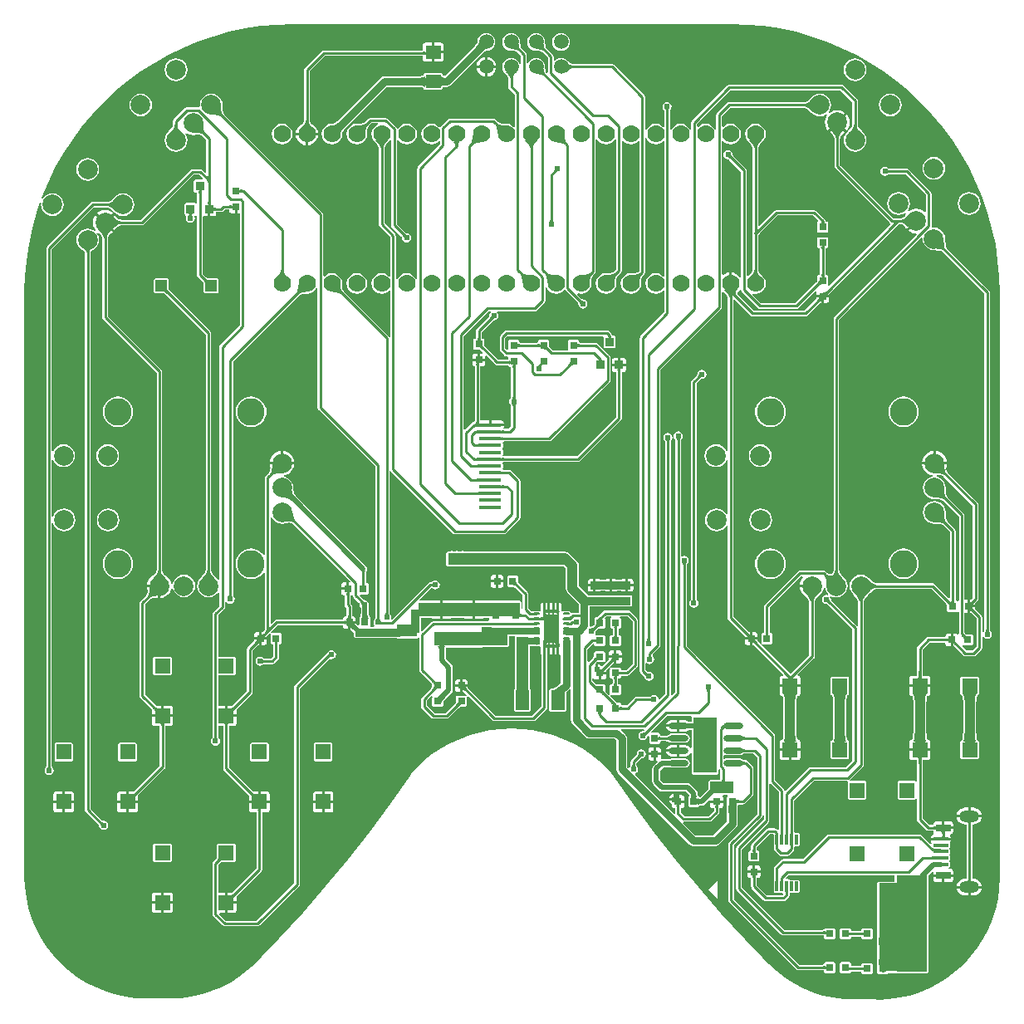
<source format=gtl>
G04 Layer_Physical_Order=1*
G04 Layer_Color=255*
%FSLAX25Y25*%
%MOIN*%
G70*
G01*
G75*
%ADD10R,0.03150X0.03150*%
%ADD11R,0.03150X0.03150*%
%ADD12R,0.06299X0.05512*%
%ADD13R,0.01260X0.03937*%
%ADD14R,0.09055X0.01378*%
%ADD15R,0.00787X0.05000*%
%ADD16R,0.06220X0.11500*%
%ADD17O,0.03000X0.01000*%
%ADD18R,0.03543X0.03740*%
%ADD19R,0.03543X0.03740*%
%ADD20R,0.05905X0.01575*%
%ADD21R,0.05512X0.07874*%
G04:AMPARAMS|DCode=22|XSize=86.61mil|YSize=165.35mil|CornerRadius=4.33mil|HoleSize=0mil|Usage=FLASHONLY|Rotation=180.000|XOffset=0mil|YOffset=0mil|HoleType=Round|Shape=RoundedRectangle|*
%AMROUNDEDRECTD22*
21,1,0.08661,0.15669,0,0,180.0*
21,1,0.07795,0.16535,0,0,180.0*
1,1,0.00866,-0.03898,0.07835*
1,1,0.00866,0.03898,0.07835*
1,1,0.00866,0.03898,-0.07835*
1,1,0.00866,-0.03898,-0.07835*
%
%ADD22ROUNDEDRECTD22*%
%ADD23O,0.08000X0.02400*%
%ADD24C,0.01000*%
%ADD25C,0.03000*%
%ADD26C,0.02000*%
%ADD27C,0.04000*%
%ADD28R,0.09400X0.22270*%
%ADD29R,0.12000X0.02090*%
%ADD30R,0.19850X0.03180*%
%ADD31R,0.16180X0.03180*%
%ADD32R,0.09300X0.04700*%
%ADD33R,0.12400X0.38600*%
%ADD34R,0.13800X0.18500*%
%ADD35R,0.13800X0.17000*%
%ADD36R,0.46900X0.04600*%
%ADD37R,0.12400X0.05500*%
%ADD38R,0.17900X0.03300*%
%ADD39R,0.07860X0.05020*%
%ADD40R,0.03700X0.09600*%
%ADD41R,0.40700X0.05600*%
%ADD42R,0.10500X0.05400*%
%ADD43R,0.04200X0.01900*%
%ADD44R,0.19300X0.03000*%
%ADD45R,0.04700X0.28600*%
%ADD46R,0.04800X0.03000*%
%ADD47R,0.06200X0.06200*%
%ADD48C,0.07000*%
%ADD49C,0.05905*%
%ADD50C,0.01181*%
%ADD51C,0.07874*%
%ADD52O,0.07874X0.04724*%
%ADD53R,0.05905X0.03150*%
%ADD54R,0.06200X0.06200*%
%ADD55C,0.11024*%
%ADD56R,0.04724X0.04724*%
%ADD57C,0.02400*%
G36*
X759305Y491580D02*
X935399Y491579D01*
X935472Y491594D01*
X941776Y491403D01*
X948263Y490814D01*
X954703Y489834D01*
X961072Y488467D01*
X967347Y486717D01*
X973505Y484592D01*
X979523Y482099D01*
X985380Y479248D01*
X991054Y476048D01*
X996524Y472511D01*
X1001771Y468650D01*
X1006775Y464480D01*
X1011518Y460015D01*
X1015983Y455272D01*
X1020154Y450267D01*
X1024014Y445021D01*
X1027551Y439550D01*
X1030751Y433876D01*
X1033603Y428020D01*
X1036096Y422001D01*
X1038221Y415844D01*
X1039970Y409569D01*
X1041337Y403200D01*
X1042317Y396760D01*
X1042907Y390272D01*
X1043097Y383988D01*
X1043079Y383899D01*
Y149001D01*
X1043093Y148931D01*
X1042911Y144764D01*
X1042354Y140531D01*
X1041430Y136363D01*
X1040146Y132291D01*
X1038512Y128346D01*
X1036541Y124559D01*
X1034247Y120958D01*
X1031647Y117571D01*
X1028763Y114423D01*
X1025615Y111539D01*
X1022228Y108940D01*
X1018627Y106646D01*
X1014840Y104674D01*
X1010895Y103040D01*
X1006823Y101756D01*
X1002655Y100832D01*
X998422Y100275D01*
X994156Y100089D01*
X993093Y100135D01*
X992892Y100175D01*
X983541D01*
X983525Y100191D01*
X983525Y100191D01*
X983525Y100191D01*
X980336Y100330D01*
X976149Y100881D01*
X972027Y101795D01*
X968000Y103065D01*
X964099Y104681D01*
X960354Y106631D01*
X956793Y108899D01*
X953443Y111470D01*
X950329Y114322D01*
X948278Y116561D01*
X947953Y116928D01*
X947952Y116928D01*
X947952Y116928D01*
X940754Y124324D01*
X931271Y134611D01*
X922069Y145151D01*
X913157Y155936D01*
X904540Y166959D01*
X896224Y178211D01*
X888216Y189683D01*
X887632Y190572D01*
X887632Y190572D01*
X887500Y190741D01*
X887430Y190787D01*
X887297Y190929D01*
X885359Y193025D01*
X882240Y195909D01*
X878904Y198539D01*
X875372Y200899D01*
X871665Y202974D01*
X867808Y204753D01*
X863822Y206223D01*
X859734Y207376D01*
X855568Y208205D01*
X851349Y208704D01*
X847104Y208871D01*
X842860Y208704D01*
X838641Y208205D01*
X834475Y207376D01*
X830387Y206223D01*
X826401Y204753D01*
X822544Y202974D01*
X818837Y200899D01*
X815305Y198539D01*
X811969Y195909D01*
X808850Y193025D01*
X807580Y191651D01*
X807441Y191506D01*
X807378Y191464D01*
X807242Y191297D01*
X807242Y191297D01*
X806424Y190055D01*
X798416Y178582D01*
X790101Y167330D01*
X781484Y156307D01*
X772571Y145522D01*
X763370Y134982D01*
X753887Y124696D01*
X746688Y117299D01*
X746689Y117298D01*
X744372Y114769D01*
X741258Y111916D01*
X737909Y109346D01*
X734347Y107077D01*
X730602Y105128D01*
X726701Y103512D01*
X722674Y102242D01*
X718552Y101328D01*
X714365Y100777D01*
X711176Y100638D01*
X711176Y100638D01*
Y100638D01*
X710702Y100548D01*
X702214Y100589D01*
X701727Y100611D01*
X701727D01*
X701727Y100611D01*
X700545Y100559D01*
X696279Y100745D01*
X692046Y101303D01*
X687878Y102227D01*
X683806Y103510D01*
X679861Y105144D01*
X676074Y107116D01*
X672473Y109410D01*
X669086Y112009D01*
X665938Y114893D01*
X663053Y118041D01*
X660454Y121429D01*
X658160Y125030D01*
X656189Y128817D01*
X654555Y132761D01*
X653271Y136833D01*
X652347Y141001D01*
X651790Y145235D01*
X651607Y149425D01*
X651622Y149500D01*
Y383891D01*
X651622Y384390D01*
X651635Y384886D01*
X651797Y390273D01*
X652387Y396761D01*
X653367Y403200D01*
X654734Y409570D01*
X656484Y415844D01*
X657869Y419860D01*
X658358Y419744D01*
X658279Y419139D01*
X658435Y417955D01*
X658892Y416851D01*
X659619Y415903D01*
X660567Y415176D01*
X661670Y414719D01*
X662855Y414563D01*
X664039Y414719D01*
X665143Y415176D01*
X666091Y415903D01*
X666818Y416851D01*
X667275Y417955D01*
X667431Y419139D01*
X667275Y420323D01*
X666818Y421427D01*
X666091Y422375D01*
X665143Y423102D01*
X664039Y423559D01*
X662855Y423715D01*
X661670Y423559D01*
X660567Y423102D01*
X659619Y422375D01*
X658978Y421539D01*
X658532Y421779D01*
X658608Y422002D01*
X661101Y428020D01*
X663953Y433877D01*
X667153Y439551D01*
X670690Y445021D01*
X674551Y450268D01*
X678721Y455272D01*
X683186Y460016D01*
X687929Y464480D01*
X692933Y468651D01*
X698180Y472512D01*
X703651Y476049D01*
X709324Y479249D01*
X715181Y482100D01*
X721199Y484593D01*
X727357Y486718D01*
X733632Y488467D01*
X740001Y489834D01*
X746441Y490815D01*
X752928Y491404D01*
X759232Y491595D01*
X759305Y491580D01*
D02*
G37*
%LPC*%
G36*
X666909Y183620D02*
X664309D01*
X663919Y183542D01*
X663588Y183321D01*
X663367Y182990D01*
X663290Y182600D01*
Y180000D01*
X666909D01*
Y183620D01*
D02*
G37*
G36*
X692500D02*
X689900D01*
X689510Y183542D01*
X689179Y183321D01*
X688958Y182990D01*
X688880Y182600D01*
Y180000D01*
X692500D01*
Y183620D01*
D02*
G37*
G36*
X775620Y179000D02*
X772000D01*
Y175380D01*
X774600D01*
X774990Y175458D01*
X775321Y175679D01*
X775542Y176010D01*
X775620Y176400D01*
Y179000D01*
D02*
G37*
G36*
X697120D02*
X693500D01*
Y175380D01*
X696100D01*
X696490Y175458D01*
X696821Y175679D01*
X697042Y176010D01*
X697120Y176400D01*
Y179000D01*
D02*
G37*
G36*
X771000D02*
X767380D01*
Y176400D01*
X767458Y176010D01*
X767679Y175679D01*
X768010Y175458D01*
X768400Y175380D01*
X771000D01*
Y179000D01*
D02*
G37*
G36*
X785000Y391635D02*
X783930Y391494D01*
X782932Y391081D01*
X782076Y390424D01*
X781419Y389568D01*
X781005Y388570D01*
X780865Y387500D01*
X781005Y386430D01*
X781419Y385432D01*
X782076Y384576D01*
X782932Y383919D01*
X783930Y383506D01*
X785000Y383365D01*
X786070Y383506D01*
X787068Y383919D01*
X787924Y384576D01*
X788581Y385432D01*
X788995Y386430D01*
X789135Y387500D01*
X788995Y388570D01*
X788581Y389568D01*
X787924Y390424D01*
X787068Y391081D01*
X786070Y391494D01*
X785000Y391635D01*
D02*
G37*
G36*
X774600Y183620D02*
X772000D01*
Y180000D01*
X775620D01*
Y182600D01*
X775542Y182990D01*
X775321Y183321D01*
X774990Y183542D01*
X774600Y183620D01*
D02*
G37*
G36*
X749009D02*
X746410D01*
Y180000D01*
X750029D01*
Y182600D01*
X749951Y182990D01*
X749730Y183321D01*
X749400Y183542D01*
X749009Y183620D01*
D02*
G37*
G36*
X1015120Y199909D02*
X1011000D01*
X1006880D01*
Y197309D01*
X1006958Y196919D01*
X1007179Y196588D01*
X1007510Y196367D01*
X1007900Y196290D01*
X1009752D01*
X1009842Y195138D01*
X1009851Y194464D01*
X1009878Y194400D01*
Y187712D01*
X1009378Y187613D01*
X1009359Y187659D01*
X1008900Y187849D01*
X1002700D01*
X1002241Y187659D01*
X1002051Y187200D01*
Y181000D01*
X1002241Y180541D01*
X1002700Y180351D01*
X1008900D01*
X1009359Y180541D01*
X1009378Y180587D01*
X1009878Y180488D01*
Y172447D01*
X1009878Y172447D01*
X1009964Y172018D01*
X1010207Y171654D01*
X1013607Y168254D01*
X1013607Y168254D01*
X1013971Y168011D01*
X1014400Y167926D01*
X1014400Y167926D01*
X1016375D01*
X1016422Y167905D01*
Y167472D01*
X1016499Y167082D01*
X1016604Y166925D01*
X1016515Y166623D01*
X1016400Y166421D01*
X1016391Y166412D01*
X1016066Y166348D01*
X1015736Y166127D01*
X1015515Y165796D01*
X1015437Y165406D01*
Y165118D01*
X1019409D01*
X1023382D01*
Y165406D01*
X1023304Y165796D01*
X1023199Y165953D01*
X1023288Y166255D01*
X1023403Y166457D01*
X1023412Y166466D01*
X1023737Y166530D01*
X1024067Y166751D01*
X1024288Y167082D01*
X1024366Y167472D01*
Y168547D01*
X1020394D01*
Y169047D01*
X1019894D01*
Y171642D01*
X1017441D01*
X1017051Y171564D01*
X1016720Y171343D01*
X1016499Y171012D01*
X1016422Y170622D01*
Y170189D01*
X1016375Y170169D01*
X1014865D01*
X1012122Y172912D01*
Y194400D01*
X1012149Y194464D01*
X1012158Y195149D01*
X1012185Y195762D01*
X1012236Y196290D01*
X1014100D01*
X1014490Y196367D01*
X1014821Y196588D01*
X1015042Y196919D01*
X1015120Y197309D01*
Y199909D01*
D02*
G37*
G36*
X771000Y183620D02*
X768400D01*
X768010Y183542D01*
X767679Y183321D01*
X767458Y182990D01*
X767380Y182600D01*
Y180000D01*
X771000D01*
Y183620D01*
D02*
G37*
G36*
X670509D02*
X667909D01*
Y180000D01*
X671529D01*
Y182600D01*
X671451Y182990D01*
X671230Y183321D01*
X670900Y183542D01*
X670509Y183620D01*
D02*
G37*
G36*
X711120Y213500D02*
X707000D01*
X702880D01*
Y210900D01*
X702958Y210510D01*
X703179Y210179D01*
X703510Y209958D01*
X703900Y209880D01*
X705858D01*
X705878Y209834D01*
Y193965D01*
X695707Y183793D01*
X695645Y183770D01*
X695483Y183620D01*
X693500D01*
Y180000D01*
X697120D01*
Y181989D01*
X697261Y182136D01*
X697287Y182201D01*
X707793Y192707D01*
X708036Y193071D01*
X708122Y193500D01*
X708122Y193500D01*
Y209834D01*
X708142Y209880D01*
X710100D01*
X710490Y209958D01*
X710821Y210179D01*
X711042Y210510D01*
X711120Y210900D01*
Y213500D01*
D02*
G37*
G36*
X692500Y179000D02*
X688880D01*
Y176400D01*
X688958Y176010D01*
X689179Y175679D01*
X689510Y175458D01*
X689900Y175380D01*
X692500D01*
Y179000D01*
D02*
G37*
G36*
X1030781Y424147D02*
X1029597Y423991D01*
X1028493Y423534D01*
X1027545Y422807D01*
X1026818Y421859D01*
X1026361Y420755D01*
X1026205Y419571D01*
X1026361Y418387D01*
X1026818Y417283D01*
X1027545Y416335D01*
X1028493Y415608D01*
X1029597Y415151D01*
X1030781Y414995D01*
X1031966Y415151D01*
X1033069Y415608D01*
X1034017Y416335D01*
X1034744Y417283D01*
X1035201Y418387D01*
X1035357Y419571D01*
X1035201Y420755D01*
X1034744Y421859D01*
X1034017Y422807D01*
X1033069Y423534D01*
X1031966Y423991D01*
X1030781Y424147D01*
D02*
G37*
G36*
X684000Y416980D02*
X682711Y416810D01*
X681510Y416313D01*
X680879Y415828D01*
X684000Y412707D01*
X687121Y415828D01*
X686490Y416313D01*
X685289Y416810D01*
X684000Y416980D01*
D02*
G37*
G36*
X686812Y414105D02*
X684707Y412000D01*
X686812Y409896D01*
Y414105D01*
D02*
G37*
G36*
X691139Y423715D02*
X689955Y423559D01*
X688851Y423102D01*
X687903Y422375D01*
X687897Y422367D01*
X687870Y422356D01*
X687450Y421939D01*
X686671Y421243D01*
X686327Y420973D01*
X686003Y420748D01*
X685709Y420569D01*
X685445Y420438D01*
X685215Y420351D01*
X685024Y420304D01*
X684815Y420286D01*
X684766Y420260D01*
X679039D01*
X679039Y420261D01*
X678610Y420175D01*
X678246Y419932D01*
X678246Y419932D01*
X660707Y402393D01*
X660464Y402029D01*
X660378Y401600D01*
X660378Y401600D01*
Y193891D01*
X660351Y193829D01*
X660348Y193727D01*
X660341Y193652D01*
X660331Y193587D01*
X660318Y193530D01*
X660303Y193481D01*
X660286Y193439D01*
X660268Y193404D01*
X660249Y193373D01*
X660228Y193346D01*
X660184Y193299D01*
X660160Y193235D01*
X659804Y192702D01*
X659665Y192000D01*
X659804Y191298D01*
X660202Y190702D01*
X660798Y190304D01*
X661500Y190165D01*
X662202Y190304D01*
X662798Y190702D01*
X663196Y191298D01*
X663335Y192000D01*
X663196Y192702D01*
X662840Y193235D01*
X662816Y193299D01*
X662772Y193346D01*
X662751Y193373D01*
X662732Y193404D01*
X662714Y193439D01*
X662697Y193481D01*
X662682Y193530D01*
X662669Y193587D01*
X662659Y193652D01*
X662652Y193727D01*
X662649Y193829D01*
X662622Y193891D01*
Y291318D01*
X663093Y291425D01*
X663550Y290321D01*
X664278Y289374D01*
X665225Y288646D01*
X666329Y288189D01*
X667513Y288033D01*
X668698Y288189D01*
X669802Y288646D01*
X670749Y289374D01*
X671477Y290321D01*
X671934Y291425D01*
X672090Y292609D01*
X671934Y293794D01*
X671477Y294898D01*
X670749Y295845D01*
X669802Y296572D01*
X668698Y297030D01*
X667513Y297186D01*
X666329Y297030D01*
X665225Y296572D01*
X664278Y295845D01*
X663550Y294898D01*
X663093Y293794D01*
X662622Y293901D01*
Y316605D01*
X663122Y316704D01*
X663367Y316112D01*
X664094Y315164D01*
X665042Y314437D01*
X666146Y313980D01*
X667330Y313824D01*
X668514Y313980D01*
X669618Y314437D01*
X670566Y315164D01*
X671293Y316112D01*
X671750Y317216D01*
X671906Y318400D01*
X671750Y319584D01*
X671293Y320688D01*
X670566Y321636D01*
X669618Y322363D01*
X668514Y322820D01*
X667330Y322976D01*
X666146Y322820D01*
X665042Y322363D01*
X664094Y321636D01*
X663367Y320688D01*
X663122Y320096D01*
X662622Y320195D01*
Y401135D01*
X679504Y418017D01*
X684766D01*
X684815Y417992D01*
X685024Y417974D01*
X685215Y417927D01*
X685445Y417840D01*
X685709Y417709D01*
X686003Y417530D01*
X686315Y417313D01*
X687454Y416334D01*
X687870Y415922D01*
X687897Y415911D01*
X687903Y415903D01*
X688851Y415176D01*
X689955Y414719D01*
X691139Y414563D01*
X692323Y414719D01*
X693427Y415176D01*
X694375Y415903D01*
X695102Y416851D01*
X695559Y417955D01*
X695715Y419139D01*
X695559Y420323D01*
X695102Y421427D01*
X694375Y422375D01*
X693427Y423102D01*
X692323Y423559D01*
X691139Y423715D01*
D02*
G37*
G36*
X710100Y162749D02*
X703900D01*
X703441Y162559D01*
X703251Y162100D01*
Y155900D01*
X703441Y155441D01*
X703900Y155251D01*
X710100D01*
X710559Y155441D01*
X710749Y155900D01*
Y162100D01*
X710559Y162559D01*
X710100Y162749D01*
D02*
G37*
G36*
X1010973Y166322D02*
X1010973Y166322D01*
X974400D01*
X973971Y166236D01*
X973607Y165993D01*
X973607Y165993D01*
X964135Y156522D01*
X956200D01*
X956200Y156522D01*
X955771Y156436D01*
X955407Y156193D01*
X955407Y156193D01*
X952807Y153593D01*
X952564Y153229D01*
X952478Y152800D01*
X952478Y152800D01*
Y148532D01*
X952451Y148469D01*
X952441Y147978D01*
X952425Y147777D01*
X952418Y147731D01*
X952376Y147686D01*
X952378Y147608D01*
X952321Y147468D01*
Y143532D01*
X952511Y143072D01*
X952970Y142882D01*
X954230D01*
X954584Y143029D01*
X954939Y142882D01*
X955710D01*
X956170Y142395D01*
X956164Y142250D01*
X955835Y141922D01*
X949565D01*
X945522Y145965D01*
Y148809D01*
X945542Y148856D01*
X945975D01*
X946365Y148934D01*
X946696Y149155D01*
X946917Y149485D01*
X946994Y149876D01*
Y150950D01*
X944400D01*
X941806D01*
Y149876D01*
X941883Y149485D01*
X942104Y149155D01*
X942435Y148934D01*
X942825Y148856D01*
X943258D01*
X943278Y148809D01*
Y145500D01*
X943278Y145500D01*
X943364Y145071D01*
X943607Y144707D01*
X948307Y140007D01*
X948307Y140007D01*
X948671Y139764D01*
X949100Y139678D01*
X956300D01*
X956300Y139678D01*
X956729Y139764D01*
X957093Y140007D01*
X958330Y141244D01*
X958330Y141244D01*
X958573Y141608D01*
X958659Y142037D01*
Y142468D01*
X958686Y142531D01*
X958689Y142678D01*
X958888Y142810D01*
X958936Y142882D01*
X960135D01*
X960490Y143029D01*
X960844Y142882D01*
X962104D01*
X962563Y143072D01*
X962753Y143532D01*
Y147468D01*
X962563Y147928D01*
X962104Y148118D01*
X960844D01*
X960490Y147971D01*
X960135Y148118D01*
X958936D01*
X958888Y148189D01*
X958557Y148410D01*
X958167Y148488D01*
X957481D01*
X957274Y148988D01*
X958365Y150078D01*
X1000731D01*
X1000851Y149900D01*
Y147449D01*
X994500D01*
X994041Y147259D01*
X993851Y146800D01*
Y128300D01*
Y111300D01*
X993925Y111119D01*
Y110925D01*
X994116Y110466D01*
X994575Y110276D01*
X997724D01*
X998184Y110466D01*
X998260Y110651D01*
X1013900D01*
X1014359Y110841D01*
X1014549Y111300D01*
Y149900D01*
X1014508Y150001D01*
X1015921Y151414D01*
X1016422Y151207D01*
Y150453D01*
X1020394D01*
X1024366D01*
Y151528D01*
X1024288Y151918D01*
X1024067Y152249D01*
X1023737Y152470D01*
X1023347Y152547D01*
X1022708D01*
X1022609Y153047D01*
X1022821Y153135D01*
X1023012Y153594D01*
Y155169D01*
X1022821Y155628D01*
X1022821Y155694D01*
X1023012Y156154D01*
Y157728D01*
X1022989Y157782D01*
X1022833Y158221D01*
X1022989Y158659D01*
X1023012Y158713D01*
Y160287D01*
X1022989Y160341D01*
X1022833Y160780D01*
X1022989Y161218D01*
X1023012Y161272D01*
Y162846D01*
X1022942Y163015D01*
X1023083Y163110D01*
X1023304Y163441D01*
X1023382Y163831D01*
Y164118D01*
X1019409D01*
X1015437D01*
Y163831D01*
X1015515Y163441D01*
X1015736Y163110D01*
X1015800Y163067D01*
X1015743Y162660D01*
X1015278Y162481D01*
X1011766Y165993D01*
X1011402Y166236D01*
X1010973Y166322D01*
D02*
G37*
G36*
X1032402Y177163D02*
X1031327D01*
Y174272D01*
X1035727D01*
X1035677Y174649D01*
X1035338Y175467D01*
X1034800Y176170D01*
X1034097Y176708D01*
X1033279Y177047D01*
X1032402Y177163D01*
D02*
G37*
G36*
X666909Y179000D02*
X663290D01*
Y176400D01*
X663367Y176010D01*
X663588Y175679D01*
X663919Y175458D01*
X664309Y175380D01*
X666909D01*
Y179000D01*
D02*
G37*
G36*
X671529D02*
X667909D01*
Y175380D01*
X670509D01*
X670900Y175458D01*
X671230Y175679D01*
X671451Y176010D01*
X671529Y176400D01*
Y179000D01*
D02*
G37*
G36*
X680172Y415121D02*
X679688Y414490D01*
X679190Y413289D01*
X679020Y412000D01*
X679190Y410711D01*
X679688Y409510D01*
X680115Y408953D01*
X679758Y408597D01*
X679285Y408960D01*
X678181Y409417D01*
X676997Y409573D01*
X675812Y409417D01*
X674709Y408960D01*
X673761Y408233D01*
X673034Y407285D01*
X672577Y406181D01*
X672421Y404997D01*
X672577Y403812D01*
X673034Y402709D01*
X673761Y401761D01*
X674709Y401034D01*
X675179Y400839D01*
X675257Y400754D01*
X675407Y400684D01*
X675505Y400625D01*
X675584Y400561D01*
X675649Y400493D01*
X675704Y400418D01*
X675750Y400332D01*
X675789Y400230D01*
X675820Y400109D01*
X675840Y399967D01*
X675848Y399775D01*
X675878Y399710D01*
Y176300D01*
X675878Y176300D01*
X675964Y175871D01*
X676207Y175507D01*
X681245Y170468D01*
X681270Y170405D01*
X681341Y170330D01*
X681391Y170271D01*
X681433Y170214D01*
X681467Y170162D01*
X681495Y170113D01*
X681515Y170067D01*
X681531Y170025D01*
X681542Y169985D01*
X681549Y169947D01*
X681555Y169881D01*
X681609Y169779D01*
X681704Y169298D01*
X682102Y168702D01*
X682698Y168304D01*
X683400Y168165D01*
X684102Y168304D01*
X684698Y168702D01*
X685096Y169298D01*
X685235Y170000D01*
X685096Y170702D01*
X684698Y171298D01*
X684102Y171696D01*
X683400Y171835D01*
X683356Y171827D01*
X683305Y171846D01*
X683243Y171845D01*
X683214Y171848D01*
X683184Y171853D01*
X683152Y171862D01*
X683115Y171877D01*
X683074Y171897D01*
X683028Y171925D01*
X682977Y171962D01*
X682921Y172008D01*
X682847Y172078D01*
X682836Y172082D01*
X682830Y172093D01*
X682774Y172112D01*
X678122Y176765D01*
Y399723D01*
X678146Y399775D01*
X678154Y399967D01*
X678174Y400109D01*
X678204Y400230D01*
X678243Y400332D01*
X678290Y400418D01*
X678344Y400493D01*
X678409Y400561D01*
X678489Y400625D01*
X678586Y400684D01*
X678736Y400754D01*
X678814Y400839D01*
X679285Y401034D01*
X680233Y401761D01*
X680960Y402709D01*
X681417Y403812D01*
X681573Y404997D01*
X681417Y406181D01*
X680960Y407285D01*
X680597Y407758D01*
X680953Y408115D01*
X681510Y407688D01*
X681901Y407526D01*
X682165Y407188D01*
X682391Y406865D01*
X682570Y406569D01*
X682701Y406306D01*
X682788Y406076D01*
X682835Y405886D01*
X682853Y405676D01*
X682878Y405627D01*
Y374000D01*
X682878Y374000D01*
X682964Y373571D01*
X683207Y373207D01*
X704666Y351748D01*
Y272503D01*
X704640Y272454D01*
X704622Y272245D01*
X704576Y272054D01*
X704489Y271824D01*
X704357Y271561D01*
X704179Y271266D01*
X703961Y270954D01*
X703645Y270586D01*
X703298Y270443D01*
X702266Y269651D01*
X701475Y268620D01*
X700978Y267419D01*
X700874Y266630D01*
X705787D01*
Y266130D01*
X706287D01*
Y261216D01*
X707076Y261320D01*
X708277Y261818D01*
X709308Y262609D01*
X710100Y263640D01*
X710597Y264841D01*
X710658Y265304D01*
X711163D01*
X711210Y264946D01*
X711667Y263842D01*
X712394Y262894D01*
X713342Y262167D01*
X714446Y261710D01*
X715630Y261554D01*
X716814Y261710D01*
X717918Y262167D01*
X718866Y262894D01*
X719593Y263842D01*
X720050Y264946D01*
X720206Y266130D01*
X720050Y267314D01*
X719593Y268418D01*
X718866Y269366D01*
X717918Y270093D01*
X716814Y270550D01*
X715630Y270706D01*
X714446Y270550D01*
X713342Y270093D01*
X712394Y269366D01*
X711667Y268418D01*
X711210Y267314D01*
X711163Y266956D01*
X710658D01*
X710597Y267419D01*
X710100Y268620D01*
X709308Y269651D01*
X708277Y270443D01*
X707886Y270604D01*
X707622Y270942D01*
X707396Y271266D01*
X707218Y271561D01*
X707086Y271824D01*
X706999Y272054D01*
X706953Y272245D01*
X706934Y272454D01*
X706909Y272503D01*
Y352213D01*
X706909Y352213D01*
X706824Y352642D01*
X706580Y353006D01*
X706580Y353006D01*
X685122Y374465D01*
Y405627D01*
X685147Y405676D01*
X685165Y405886D01*
X685212Y406076D01*
X685299Y406306D01*
X685430Y406569D01*
X685609Y406865D01*
X685826Y407176D01*
X686142Y407544D01*
X686490Y407688D01*
X687121Y408172D01*
X686432Y408861D01*
X686327Y408756D01*
X685312Y407574D01*
X685064Y407219D01*
X684861Y406883D01*
X684703Y406566D01*
X684590Y406269D01*
X684523Y405991D01*
X684500Y405733D01*
X683500D01*
X683477Y405991D01*
X683410Y406269D01*
X683297Y406566D01*
X683139Y406883D01*
X682936Y407219D01*
X682688Y407574D01*
X682395Y407949D01*
X681673Y408756D01*
X681244Y409188D01*
X686104D01*
X683646Y411647D01*
X680172Y415121D01*
D02*
G37*
G36*
X1023347Y171642D02*
X1020894D01*
Y169547D01*
X1024366D01*
Y170622D01*
X1024288Y171012D01*
X1024067Y171343D01*
X1023737Y171564D01*
X1023347Y171642D01*
D02*
G37*
G36*
X1030327Y177163D02*
X1029252D01*
X1028374Y177047D01*
X1027556Y176708D01*
X1026854Y176170D01*
X1026315Y175467D01*
X1025976Y174649D01*
X1025927Y174272D01*
X1030327D01*
Y177163D01*
D02*
G37*
G36*
X774900Y240335D02*
X774198Y240196D01*
X773602Y239798D01*
X773433Y239544D01*
X773379Y239521D01*
X772405Y238530D01*
X772378Y238464D01*
X760207Y226293D01*
X759964Y225929D01*
X759878Y225500D01*
X759878Y225500D01*
Y146865D01*
X744735Y131722D01*
X732565D01*
X729906Y134380D01*
X730113Y134880D01*
X732091D01*
Y139000D01*
Y143120D01*
X729491D01*
X729422Y143176D01*
Y154245D01*
X729884Y154707D01*
X729946Y154730D01*
X730324Y155081D01*
X730465Y155194D01*
X730546Y155251D01*
X735691D01*
X736150Y155441D01*
X736340Y155900D01*
Y162100D01*
X736150Y162559D01*
X735691Y162749D01*
X729491D01*
X729031Y162559D01*
X728841Y162100D01*
Y156955D01*
X728790Y156882D01*
X728512Y156554D01*
X728329Y156364D01*
X728304Y156299D01*
X727507Y155502D01*
X727264Y155139D01*
X727178Y154709D01*
X727178Y154709D01*
Y134400D01*
X727178Y134400D01*
X727264Y133971D01*
X727507Y133607D01*
X731307Y129807D01*
X731307Y129807D01*
X731671Y129564D01*
X732100Y129478D01*
X732100Y129478D01*
X745200D01*
X745200Y129478D01*
X745629Y129564D01*
X745993Y129807D01*
X761793Y145607D01*
X761793Y145607D01*
X762036Y145971D01*
X762122Y146400D01*
Y225035D01*
X773792Y236705D01*
X773825Y236713D01*
X774198Y236804D01*
X774900Y236665D01*
X775602Y236804D01*
X776198Y237202D01*
X776596Y237798D01*
X776735Y238500D01*
X776596Y239202D01*
X776198Y239798D01*
X775602Y240196D01*
X774900Y240335D01*
D02*
G37*
G36*
X705287Y265630D02*
X702311D01*
X705287Y262654D01*
Y265630D01*
D02*
G37*
G36*
X864811Y241462D02*
X864770Y241455D01*
X864639Y241420D01*
X864527Y241375D01*
X864436Y241320D01*
X864406Y241292D01*
Y238502D01*
X864690Y238558D01*
X864811Y238639D01*
X864933Y238558D01*
X865217Y238502D01*
Y241292D01*
X865186Y241320D01*
X865095Y241375D01*
X864984Y241420D01*
X864852Y241455D01*
X864811Y241462D01*
D02*
G37*
G36*
X685230Y297186D02*
X684046Y297030D01*
X682942Y296572D01*
X681994Y295845D01*
X681267Y294898D01*
X680810Y293794D01*
X680654Y292609D01*
X680810Y291425D01*
X681267Y290321D01*
X681994Y289374D01*
X682942Y288646D01*
X684046Y288189D01*
X685230Y288033D01*
X686414Y288189D01*
X687518Y288646D01*
X688466Y289374D01*
X689193Y290321D01*
X689650Y291425D01*
X689806Y292609D01*
X689650Y293794D01*
X689193Y294898D01*
X688466Y295845D01*
X687518Y296572D01*
X686414Y297030D01*
X685230Y297186D01*
D02*
G37*
G36*
X689130Y281141D02*
X687932Y281023D01*
X686780Y280674D01*
X685718Y280106D01*
X684787Y279343D01*
X684024Y278412D01*
X683456Y277350D01*
X683107Y276198D01*
X682989Y275000D01*
X683107Y273802D01*
X683456Y272650D01*
X684024Y271588D01*
X684787Y270657D01*
X685718Y269894D01*
X686780Y269326D01*
X687932Y268977D01*
X689130Y268859D01*
X690328Y268977D01*
X691480Y269326D01*
X692542Y269894D01*
X693473Y270657D01*
X694236Y271588D01*
X694804Y272650D01*
X695153Y273802D01*
X695271Y275000D01*
X695153Y276198D01*
X694804Y277350D01*
X694236Y278412D01*
X693473Y279343D01*
X692542Y280106D01*
X691480Y280674D01*
X690328Y281023D01*
X689130Y281141D01*
D02*
G37*
G36*
X710100Y237749D02*
X703900D01*
X703441Y237559D01*
X703251Y237100D01*
Y230900D01*
X703441Y230441D01*
X703900Y230251D01*
X710100D01*
X710559Y230441D01*
X710749Y230900D01*
Y237100D01*
X710559Y237559D01*
X710100Y237749D01*
D02*
G37*
G36*
X701849Y265630D02*
X700874D01*
X700978Y264841D01*
X701139Y264450D01*
X701088Y264024D01*
X701019Y263636D01*
X700936Y263301D01*
X700843Y263022D01*
X700742Y262798D01*
X700640Y262630D01*
X700505Y262470D01*
X700488Y262417D01*
X698127Y260056D01*
X697884Y259692D01*
X697798Y259263D01*
X697798Y259263D01*
Y222080D01*
X697798Y222080D01*
X697884Y221651D01*
X698127Y221287D01*
X702707Y216707D01*
X702730Y216645D01*
X702880Y216483D01*
Y214500D01*
X706500D01*
Y218120D01*
X704511D01*
X704364Y218261D01*
X704299Y218287D01*
X700042Y222545D01*
Y258798D01*
X702074Y260831D01*
X702127Y260847D01*
X702288Y260982D01*
X702456Y261085D01*
X702679Y261185D01*
X702959Y261279D01*
X703294Y261361D01*
X703667Y261427D01*
X704151Y261464D01*
X704499Y261320D01*
X705287Y261216D01*
Y262191D01*
X705139Y262190D01*
X703586Y262073D01*
X703159Y261997D01*
X702778Y261903D01*
X702442Y261791D01*
X702152Y261660D01*
X701908Y261512D01*
X701709Y261345D01*
X701002Y262052D01*
X701169Y262251D01*
X701318Y262495D01*
X701448Y262785D01*
X701560Y263121D01*
X701654Y263502D01*
X701730Y263928D01*
X701788Y264401D01*
X701848Y265482D01*
X701849Y265630D01*
D02*
G37*
G36*
X745850Y247594D02*
X744776D01*
X744385Y247517D01*
X744055Y247296D01*
X743834Y246965D01*
X743756Y246575D01*
Y245500D01*
X745850D01*
Y247594D01*
D02*
G37*
G36*
X746850Y246197D02*
Y245500D01*
X747548D01*
X746850Y246197D01*
D02*
G37*
G36*
X1023350Y247094D02*
X1022276D01*
X1021885Y247017D01*
X1021555Y246796D01*
X1021334Y246465D01*
X1021256Y246075D01*
Y245642D01*
X1021210Y245621D01*
X1014400D01*
X1014400Y245622D01*
X1013971Y245536D01*
X1013607Y245293D01*
X1013607Y245293D01*
X1010207Y241893D01*
X1009964Y241529D01*
X1009878Y241100D01*
X1009878Y241100D01*
Y232010D01*
X1009851Y231945D01*
X1009842Y231260D01*
X1009815Y230647D01*
X1009764Y230120D01*
X1007900D01*
X1007510Y230042D01*
X1007179Y229821D01*
X1006958Y229490D01*
X1006880Y229100D01*
Y226500D01*
X1011000D01*
X1015120D01*
Y229100D01*
X1015042Y229490D01*
X1014821Y229821D01*
X1014490Y230042D01*
X1014100Y230120D01*
X1012248D01*
X1012158Y231272D01*
X1012149Y231945D01*
X1012122Y232010D01*
Y240635D01*
X1014865Y243378D01*
X1021210D01*
X1021256Y243358D01*
Y242925D01*
X1021334Y242535D01*
X1021555Y242204D01*
X1021885Y241983D01*
X1022276Y241906D01*
X1023350D01*
Y244500D01*
Y247094D01*
D02*
G37*
G36*
X863000Y241462D02*
X862959Y241455D01*
X862827Y241420D01*
X862716Y241375D01*
X862625Y241320D01*
X862594Y241292D01*
Y238502D01*
X862878Y238558D01*
X863000Y238639D01*
X863122Y238558D01*
X863406Y238502D01*
Y241292D01*
X863375Y241320D01*
X863284Y241375D01*
X863173Y241420D01*
X863041Y241455D01*
X863000Y241462D01*
D02*
G37*
G36*
X748945Y244500D02*
X746850D01*
Y242406D01*
X747925D01*
X748315Y242483D01*
X748646Y242704D01*
X748867Y243035D01*
X748945Y243425D01*
Y244500D01*
D02*
G37*
G36*
X745850D02*
X745141D01*
X745850Y243791D01*
Y244500D01*
D02*
G37*
G36*
X774600Y203249D02*
X768400D01*
X767941Y203059D01*
X767751Y202600D01*
Y196400D01*
X767941Y195941D01*
X768400Y195751D01*
X774600D01*
X775059Y195941D01*
X775249Y196400D01*
Y202600D01*
X775059Y203059D01*
X774600Y203249D01*
D02*
G37*
G36*
X1034100Y229749D02*
X1027900D01*
X1027441Y229559D01*
X1027251Y229100D01*
Y222900D01*
X1027355Y222649D01*
X1027375Y222550D01*
X1027404Y222530D01*
X1027441Y222441D01*
X1027705Y222332D01*
X1027789Y222275D01*
X1027868Y222260D01*
X1027919Y222197D01*
X1028007Y222023D01*
X1028102Y221740D01*
X1028187Y221355D01*
X1028256Y220884D01*
X1028340Y219646D01*
X1028351Y218904D01*
X1028378Y218841D01*
Y207575D01*
X1028351Y207516D01*
X1028308Y206096D01*
X1028257Y205533D01*
X1028187Y205054D01*
X1028102Y204670D01*
X1028007Y204386D01*
X1027919Y204212D01*
X1027868Y204149D01*
X1027789Y204134D01*
X1027705Y204078D01*
X1027441Y203969D01*
X1027404Y203879D01*
X1027375Y203860D01*
X1027355Y203760D01*
X1027251Y203509D01*
Y197309D01*
X1027441Y196850D01*
X1027900Y196660D01*
X1034100D01*
X1034559Y196850D01*
X1034749Y197309D01*
Y203509D01*
X1034645Y203760D01*
X1034625Y203860D01*
X1034596Y203879D01*
X1034559Y203969D01*
X1034295Y204078D01*
X1034210Y204134D01*
X1034132Y204149D01*
X1034081Y204212D01*
X1033993Y204386D01*
X1033899Y204670D01*
X1033813Y205054D01*
X1033744Y205525D01*
X1033660Y206763D01*
X1033649Y207506D01*
X1033622Y207568D01*
Y218834D01*
X1033649Y218893D01*
X1033692Y220314D01*
X1033743Y220877D01*
X1033813Y221355D01*
X1033899Y221740D01*
X1033993Y222023D01*
X1034081Y222197D01*
X1034132Y222260D01*
X1034210Y222275D01*
X1034295Y222332D01*
X1034559Y222441D01*
X1034596Y222530D01*
X1034625Y222550D01*
X1034645Y222649D01*
X1034749Y222900D01*
Y229100D01*
X1034559Y229559D01*
X1034100Y229749D01*
D02*
G37*
G36*
X742630Y342165D02*
X741432Y342047D01*
X740280Y341698D01*
X739218Y341130D01*
X738287Y340366D01*
X737524Y339436D01*
X736956Y338374D01*
X736607Y337222D01*
X736489Y336024D01*
X736607Y334825D01*
X736956Y333673D01*
X737524Y332612D01*
X738287Y331681D01*
X739218Y330917D01*
X740280Y330350D01*
X741432Y330000D01*
X742630Y329882D01*
X743828Y330000D01*
X744980Y330350D01*
X746042Y330917D01*
X746973Y331681D01*
X747736Y332612D01*
X748304Y333673D01*
X748653Y334825D01*
X748771Y336024D01*
X748653Y337222D01*
X748304Y338374D01*
X747736Y339436D01*
X746973Y340366D01*
X746042Y341130D01*
X744980Y341698D01*
X743828Y342047D01*
X742630Y342165D01*
D02*
G37*
G36*
X670509Y203249D02*
X664309D01*
X663850Y203059D01*
X663660Y202600D01*
Y196400D01*
X663850Y195941D01*
X664309Y195751D01*
X670509D01*
X670969Y195941D01*
X671159Y196400D01*
Y202600D01*
X670969Y203059D01*
X670509Y203249D01*
D02*
G37*
G36*
X696100D02*
X689900D01*
X689441Y203059D01*
X689251Y202600D01*
Y196400D01*
X689441Y195941D01*
X689900Y195751D01*
X696100D01*
X696559Y195941D01*
X696749Y196400D01*
Y202600D01*
X696559Y203059D01*
X696100Y203249D01*
D02*
G37*
G36*
X749009D02*
X742809D01*
X742350Y203059D01*
X742160Y202600D01*
Y196400D01*
X742350Y195941D01*
X742809Y195751D01*
X749009D01*
X749469Y195941D01*
X749659Y196400D01*
Y202600D01*
X749469Y203059D01*
X749009Y203249D01*
D02*
G37*
G36*
X689130Y342165D02*
X687932Y342047D01*
X686780Y341698D01*
X685718Y341130D01*
X684787Y340366D01*
X684024Y339436D01*
X683456Y338374D01*
X683107Y337222D01*
X682989Y336024D01*
X683107Y334825D01*
X683456Y333673D01*
X684024Y332612D01*
X684787Y331681D01*
X685718Y330917D01*
X686780Y330350D01*
X687932Y330000D01*
X689130Y329882D01*
X690328Y330000D01*
X691480Y330350D01*
X692542Y330917D01*
X693473Y331681D01*
X694236Y332612D01*
X694804Y333673D01*
X695153Y334825D01*
X695271Y336024D01*
X695153Y337222D01*
X694804Y338374D01*
X694236Y339436D01*
X693473Y340366D01*
X692542Y341130D01*
X691480Y341698D01*
X690328Y342047D01*
X689130Y342165D01*
D02*
G37*
G36*
X685046Y322976D02*
X683862Y322820D01*
X682758Y322363D01*
X681811Y321636D01*
X681083Y320688D01*
X680626Y319584D01*
X680470Y318400D01*
X680626Y317216D01*
X681083Y316112D01*
X681811Y315164D01*
X682758Y314437D01*
X683862Y313980D01*
X685046Y313824D01*
X686231Y313980D01*
X687334Y314437D01*
X688282Y315164D01*
X689010Y316112D01*
X689467Y317216D01*
X689623Y318400D01*
X689467Y319584D01*
X689010Y320688D01*
X688282Y321636D01*
X687334Y322363D01*
X686231Y322820D01*
X685046Y322976D01*
D02*
G37*
G36*
X744855Y244500D02*
X743756D01*
Y244036D01*
X743614Y243889D01*
X743589Y243824D01*
X741307Y241543D01*
X741064Y241179D01*
X740978Y240750D01*
X740978Y240750D01*
Y223974D01*
X735297Y218293D01*
X735235Y218270D01*
X735074Y218120D01*
X733090D01*
Y214500D01*
X736710D01*
Y216489D01*
X736852Y216636D01*
X736877Y216701D01*
X742893Y222716D01*
X742893Y222716D01*
X743136Y223080D01*
X743222Y223509D01*
Y240285D01*
X745169Y242232D01*
X745230Y242255D01*
X745393Y242406D01*
X745850D01*
Y243505D01*
X745807Y243495D01*
X745673Y243438D01*
X745524Y243353D01*
X745361Y243240D01*
X745185Y243099D01*
X744789Y242731D01*
X744081Y243438D01*
X744279Y243643D01*
X744591Y244011D01*
X744704Y244174D01*
X744789Y244322D01*
X744845Y244456D01*
X744855Y244500D01*
D02*
G37*
G36*
X710100Y218120D02*
X707500D01*
Y214500D01*
X711120D01*
Y217100D01*
X711042Y217490D01*
X710821Y217821D01*
X710490Y218042D01*
X710100Y218120D01*
D02*
G37*
G36*
X1015120Y225500D02*
X1011000D01*
X1006880D01*
Y222900D01*
X1006958Y222510D01*
X1007179Y222179D01*
X1007510Y221958D01*
X1007900Y221880D01*
X1008055D01*
X1008101Y221740D01*
X1008187Y221355D01*
X1008256Y220884D01*
X1008340Y219646D01*
X1008351Y218904D01*
X1008378Y218841D01*
Y207575D01*
X1008351Y207516D01*
X1008308Y206096D01*
X1008257Y205533D01*
X1008187Y205054D01*
X1008101Y204670D01*
X1008055Y204529D01*
X1007900D01*
X1007510Y204451D01*
X1007179Y204230D01*
X1006958Y203900D01*
X1006880Y203509D01*
Y200909D01*
X1011000D01*
X1015120D01*
Y203509D01*
X1015042Y203900D01*
X1014821Y204230D01*
X1014490Y204451D01*
X1014100Y204529D01*
X1013945D01*
X1013898Y204670D01*
X1013813Y205054D01*
X1013744Y205525D01*
X1013660Y206763D01*
X1013649Y207506D01*
X1013622Y207568D01*
Y218834D01*
X1013649Y218893D01*
X1013692Y220314D01*
X1013743Y220877D01*
X1013813Y221355D01*
X1013898Y221740D01*
X1013945Y221880D01*
X1014100D01*
X1014490Y221958D01*
X1014821Y222179D01*
X1015042Y222510D01*
X1015120Y222900D01*
Y225500D01*
D02*
G37*
G36*
X755500Y320256D02*
Y315843D01*
X759914D01*
X759810Y316631D01*
X759312Y317832D01*
X758521Y318864D01*
X757490Y319655D01*
X756289Y320152D01*
X755500Y320256D01*
D02*
G37*
G36*
X754500D02*
X753711Y320152D01*
X752510Y319655D01*
X751479Y318864D01*
X750688Y317832D01*
X750190Y316631D01*
X750086Y315843D01*
X754500D01*
Y320256D01*
D02*
G37*
G36*
X706500Y143120D02*
X703900D01*
X703510Y143042D01*
X703179Y142821D01*
X702958Y142490D01*
X702880Y142100D01*
Y139500D01*
X706500D01*
Y143120D01*
D02*
G37*
G36*
X750029Y179000D02*
X745910D01*
X741790D01*
Y176400D01*
X741867Y176010D01*
X742088Y175679D01*
X742419Y175458D01*
X742809Y175380D01*
X744767D01*
X744788Y175334D01*
Y152783D01*
X735297Y143293D01*
X735235Y143270D01*
X735074Y143120D01*
X733090D01*
Y139500D01*
X736710D01*
Y141489D01*
X736852Y141636D01*
X736877Y141701D01*
X746702Y151526D01*
X746702Y151526D01*
X746946Y151890D01*
X747031Y152319D01*
X747031Y152319D01*
Y175334D01*
X747052Y175380D01*
X749009D01*
X749400Y175458D01*
X749730Y175679D01*
X749951Y176010D01*
X750029Y176400D01*
Y179000D01*
D02*
G37*
G36*
X710100Y143120D02*
X707500D01*
Y139500D01*
X711120D01*
Y142100D01*
X711042Y142490D01*
X710821Y142821D01*
X710490Y143042D01*
X710100Y143120D01*
D02*
G37*
G36*
X837500Y478421D02*
Y475000D01*
X840921D01*
X840851Y475532D01*
X840453Y476493D01*
X839819Y477319D01*
X838993Y477953D01*
X838032Y478351D01*
X837500Y478421D01*
D02*
G37*
G36*
X977861Y451432D02*
X975756Y449327D01*
X979965D01*
X977861Y451432D01*
D02*
G37*
G36*
X981689Y455260D02*
X978568Y452139D01*
X981689Y449018D01*
X982174Y449649D01*
X982671Y450850D01*
X982841Y452139D01*
X982671Y453428D01*
X982174Y454629D01*
X981689Y455260D01*
D02*
G37*
G36*
X929800Y147900D02*
X926100Y144200D01*
X929800Y140500D01*
Y147900D01*
D02*
G37*
G36*
X755000Y451635D02*
X753930Y451495D01*
X752932Y451081D01*
X752076Y450424D01*
X751419Y449568D01*
X751006Y448570D01*
X750865Y447500D01*
X751006Y446430D01*
X751419Y445432D01*
X752076Y444576D01*
X752932Y443919D01*
X753930Y443505D01*
X755000Y443365D01*
X756070Y443505D01*
X757068Y443919D01*
X757924Y444576D01*
X758581Y445432D01*
X758994Y446430D01*
X759135Y447500D01*
X758994Y448570D01*
X758581Y449568D01*
X757924Y450424D01*
X757068Y451081D01*
X756070Y451495D01*
X755000Y451635D01*
D02*
G37*
G36*
X769473Y447000D02*
X765500D01*
Y443027D01*
X766175Y443116D01*
X767269Y443569D01*
X768209Y444291D01*
X768931Y445231D01*
X769384Y446325D01*
X769473Y447000D01*
D02*
G37*
G36*
X764500D02*
X760527D01*
X760616Y446325D01*
X761069Y445231D01*
X761791Y444291D01*
X762731Y443569D01*
X763825Y443116D01*
X764500Y443027D01*
Y447000D01*
D02*
G37*
G36*
X1030327Y144728D02*
X1025927D01*
X1025976Y144351D01*
X1026315Y143533D01*
X1026854Y142830D01*
X1027556Y142291D01*
X1028374Y141953D01*
X1029252Y141837D01*
X1030327D01*
Y144728D01*
D02*
G37*
G36*
X819869Y479906D02*
X816200D01*
Y476630D01*
X818850D01*
X819240Y476708D01*
X819571Y476929D01*
X819792Y477259D01*
X819869Y477650D01*
Y479906D01*
D02*
G37*
G36*
X1035727Y144728D02*
X1031327D01*
Y141837D01*
X1032402D01*
X1033279Y141953D01*
X1034097Y142291D01*
X1034800Y142830D01*
X1035338Y143533D01*
X1035677Y144351D01*
X1035727Y144728D01*
D02*
G37*
G36*
X985000Y477860D02*
X983816Y477704D01*
X982712Y477247D01*
X981764Y476520D01*
X981037Y475572D01*
X980580Y474469D01*
X980424Y473284D01*
X980580Y472100D01*
X981037Y470996D01*
X981764Y470048D01*
X982712Y469321D01*
X983816Y468864D01*
X985000Y468708D01*
X986184Y468864D01*
X987288Y469321D01*
X988236Y470048D01*
X988963Y470996D01*
X989420Y472100D01*
X989576Y473284D01*
X989420Y474469D01*
X988963Y475572D01*
X988236Y476520D01*
X987288Y477247D01*
X986184Y477704D01*
X985000Y477860D01*
D02*
G37*
G36*
X857000Y488083D02*
X856073Y487961D01*
X855208Y487603D01*
X854466Y487034D01*
X853897Y486292D01*
X853539Y485428D01*
X853417Y484500D01*
X853539Y483572D01*
X853897Y482708D01*
X854466Y481966D01*
X855208Y481397D01*
X856073Y481039D01*
X856972Y480920D01*
X857025Y480898D01*
X857429Y480895D01*
X858146Y480846D01*
X858439Y480804D01*
X858704Y480749D01*
X858933Y480684D01*
X859126Y480612D01*
X859283Y480534D01*
X859405Y480455D01*
X859533Y480344D01*
X859588Y480326D01*
X861778Y478135D01*
Y472378D01*
X861303Y471956D01*
X861156Y471967D01*
X861045Y472095D01*
X860966Y472217D01*
X860888Y472374D01*
X860816Y472567D01*
X860751Y472796D01*
X860696Y473061D01*
X860654Y473354D01*
X860605Y474071D01*
X860602Y474475D01*
X860580Y474528D01*
X860461Y475427D01*
X860103Y476292D01*
X859534Y477034D01*
X858792Y477603D01*
X857927Y477961D01*
X857000Y478083D01*
X856073Y477961D01*
X855208Y477603D01*
X854466Y477034D01*
X853897Y476292D01*
X853722Y475869D01*
X853222Y475968D01*
Y479400D01*
X853222Y479400D01*
X853136Y479829D01*
X852893Y480193D01*
X851174Y481912D01*
X851156Y481967D01*
X851045Y482095D01*
X850966Y482217D01*
X850888Y482374D01*
X850816Y482567D01*
X850751Y482796D01*
X850696Y483061D01*
X850654Y483354D01*
X850605Y484071D01*
X850602Y484475D01*
X850580Y484528D01*
X850461Y485428D01*
X850103Y486292D01*
X849534Y487034D01*
X848792Y487603D01*
X847927Y487961D01*
X847000Y488083D01*
X846073Y487961D01*
X845208Y487603D01*
X844466Y487034D01*
X843897Y486292D01*
X843539Y485428D01*
X843417Y484500D01*
X843539Y483572D01*
X843897Y482708D01*
X844466Y481966D01*
X845208Y481397D01*
X846073Y481039D01*
X846972Y480920D01*
X847025Y480898D01*
X847429Y480895D01*
X848146Y480846D01*
X848439Y480804D01*
X848704Y480749D01*
X848933Y480684D01*
X849126Y480612D01*
X849283Y480534D01*
X849405Y480455D01*
X849533Y480344D01*
X849588Y480326D01*
X850978Y478935D01*
Y475330D01*
X850478Y475297D01*
X850461Y475427D01*
X850103Y476292D01*
X849534Y477034D01*
X848792Y477603D01*
X847927Y477961D01*
X847000Y478083D01*
X846073Y477961D01*
X845208Y477603D01*
X844466Y477034D01*
X843897Y476292D01*
X843539Y475427D01*
X843417Y474500D01*
X843539Y473572D01*
X843897Y472708D01*
X844449Y471989D01*
X844470Y471936D01*
X844754Y471647D01*
X845227Y471106D01*
X845404Y470869D01*
X845553Y470643D01*
X845669Y470435D01*
X845754Y470247D01*
X845810Y470082D01*
X845840Y469939D01*
X845852Y469770D01*
X845878Y469719D01*
Y466500D01*
X845878Y466500D01*
X845964Y466071D01*
X846207Y465707D01*
X848478Y463435D01*
Y450480D01*
X848005Y450319D01*
X847924Y450424D01*
X847068Y451081D01*
X846070Y451495D01*
X845002Y451635D01*
X844969Y451649D01*
X844460Y451652D01*
X843561Y451706D01*
X843189Y451755D01*
X842855Y451817D01*
X842567Y451892D01*
X842326Y451977D01*
X842133Y452067D01*
X841986Y452159D01*
X841839Y452283D01*
X841786Y452300D01*
X840693Y453393D01*
X840329Y453636D01*
X839900Y453722D01*
X839900Y453722D01*
X822400D01*
X822400Y453722D01*
X821971Y453636D01*
X821607Y453393D01*
X821607Y453393D01*
X818807Y450593D01*
X818629Y450327D01*
X818240Y450242D01*
X818058Y450250D01*
X817924Y450424D01*
X817068Y451081D01*
X816070Y451495D01*
X815000Y451635D01*
X813930Y451495D01*
X812932Y451081D01*
X812076Y450424D01*
X811419Y449568D01*
X811005Y448570D01*
X810865Y447500D01*
X811005Y446430D01*
X811419Y445432D01*
X812076Y444576D01*
X812932Y443919D01*
X813930Y443505D01*
X815000Y443365D01*
X816070Y443505D01*
X817068Y443919D01*
X817924Y444576D01*
X818005Y444681D01*
X818478Y444520D01*
Y443365D01*
X809607Y434493D01*
X809364Y434129D01*
X809278Y433700D01*
X809278Y433700D01*
Y389191D01*
X808778Y389092D01*
X808581Y389568D01*
X807924Y390424D01*
X807068Y391081D01*
X806070Y391494D01*
X805000Y391635D01*
X803930Y391494D01*
X802932Y391081D01*
X802076Y390424D01*
X801419Y389568D01*
X801222Y389092D01*
X800722Y389191D01*
Y406700D01*
X800636Y407129D01*
X800393Y407493D01*
X800393Y407493D01*
X796122Y411765D01*
Y441833D01*
X796147Y441883D01*
X796163Y442074D01*
X796202Y442243D01*
X796275Y442444D01*
X796386Y442674D01*
X796536Y442931D01*
X796728Y443211D01*
X796956Y443508D01*
X797554Y444182D01*
X797912Y444544D01*
X797926Y444578D01*
X798378Y445168D01*
X798878Y444998D01*
Y410800D01*
X798878Y410800D01*
X798964Y410371D01*
X799207Y410007D01*
X802870Y406344D01*
X802894Y406281D01*
X802964Y406207D01*
X803012Y406149D01*
X803052Y406095D01*
X803083Y406046D01*
X803106Y406001D01*
X803124Y405959D01*
X803136Y405922D01*
X803144Y405886D01*
X803149Y405853D01*
X803151Y405788D01*
X803179Y405726D01*
X803304Y405098D01*
X803702Y404502D01*
X804298Y404104D01*
X805000Y403965D01*
X805702Y404104D01*
X806298Y404502D01*
X806696Y405098D01*
X806835Y405800D01*
X806696Y406502D01*
X806298Y407098D01*
X805702Y407496D01*
X805074Y407621D01*
X805012Y407649D01*
X804947Y407651D01*
X804914Y407656D01*
X804879Y407664D01*
X804841Y407676D01*
X804799Y407693D01*
X804754Y407717D01*
X804705Y407748D01*
X804651Y407788D01*
X804593Y407836D01*
X804519Y407906D01*
X804456Y407930D01*
X801122Y411265D01*
Y444998D01*
X801622Y445168D01*
X802076Y444576D01*
X802932Y443919D01*
X803930Y443505D01*
X805000Y443365D01*
X806070Y443505D01*
X807068Y443919D01*
X807924Y444576D01*
X808581Y445432D01*
X808994Y446430D01*
X809135Y447500D01*
X808994Y448570D01*
X808581Y449568D01*
X807924Y450424D01*
X807068Y451081D01*
X806070Y451495D01*
X805000Y451635D01*
X803930Y451495D01*
X802932Y451081D01*
X802076Y450424D01*
X801577Y449774D01*
X801042Y449898D01*
X801036Y449929D01*
X800793Y450293D01*
X800793Y450293D01*
X797293Y453793D01*
X796929Y454036D01*
X796500Y454122D01*
X796500Y454122D01*
X790500D01*
X790071Y454036D01*
X789707Y453793D01*
X789707Y453793D01*
X788214Y452300D01*
X788161Y452283D01*
X788014Y452159D01*
X787867Y452067D01*
X787674Y451977D01*
X787433Y451892D01*
X787145Y451817D01*
X786811Y451755D01*
X786440Y451706D01*
X785540Y451652D01*
X785031Y451649D01*
X784998Y451635D01*
X783930Y451495D01*
X782932Y451081D01*
X782076Y450424D01*
X781419Y449568D01*
X781005Y448570D01*
X780865Y447500D01*
X781005Y446430D01*
X781419Y445432D01*
X782076Y444576D01*
X782932Y443919D01*
X783930Y443505D01*
X785000Y443365D01*
X786070Y443505D01*
X787068Y443919D01*
X787924Y444576D01*
X788581Y445432D01*
X788995Y446430D01*
X789135Y447498D01*
X789149Y447531D01*
X789152Y448040D01*
X789206Y448940D01*
X789255Y449311D01*
X789317Y449645D01*
X789392Y449933D01*
X789477Y450174D01*
X789567Y450367D01*
X789659Y450514D01*
X789783Y450661D01*
X789800Y450714D01*
X790965Y451878D01*
X793550D01*
X793650Y451378D01*
X792932Y451081D01*
X792076Y450424D01*
X791419Y449568D01*
X791006Y448570D01*
X790865Y447500D01*
X791006Y446430D01*
X791419Y445432D01*
X792074Y444578D01*
X792088Y444544D01*
X792446Y444182D01*
X793044Y443508D01*
X793272Y443211D01*
X793464Y442931D01*
X793614Y442674D01*
X793725Y442444D01*
X793798Y442243D01*
X793837Y442074D01*
X793853Y441883D01*
X793878Y441833D01*
Y411300D01*
X793878Y411300D01*
X793964Y410871D01*
X794207Y410507D01*
X798478Y406235D01*
Y390480D01*
X798005Y390319D01*
X797924Y390424D01*
X797068Y391081D01*
X796070Y391494D01*
X795000Y391635D01*
X793930Y391494D01*
X792932Y391081D01*
X792076Y390424D01*
X791419Y389568D01*
X791006Y388570D01*
X790865Y387500D01*
X791006Y386430D01*
X791419Y385432D01*
X792076Y384576D01*
X792932Y383919D01*
X793930Y383506D01*
X795000Y383365D01*
X796070Y383506D01*
X797068Y383919D01*
X797924Y384576D01*
X798005Y384681D01*
X798478Y384520D01*
Y366099D01*
X798384Y366063D01*
X797978Y366016D01*
X797793Y366293D01*
X797793Y366293D01*
X779800Y384286D01*
X779783Y384339D01*
X779659Y384486D01*
X779567Y384633D01*
X779477Y384826D01*
X779392Y385067D01*
X779317Y385355D01*
X779254Y385689D01*
X779206Y386061D01*
X779152Y386960D01*
X779149Y387469D01*
X779135Y387502D01*
X778995Y388570D01*
X778581Y389568D01*
X777924Y390424D01*
X777068Y391081D01*
X776070Y391494D01*
X775000Y391635D01*
X773930Y391494D01*
X772932Y391081D01*
X772076Y390424D01*
X771995Y390319D01*
X771522Y390480D01*
Y415313D01*
X771522Y415313D01*
X771436Y415742D01*
X771193Y416106D01*
X771193Y416106D01*
X731870Y455429D01*
X731854Y455482D01*
X731718Y455643D01*
X731616Y455810D01*
X731516Y456034D01*
X731422Y456314D01*
X731340Y456648D01*
X731274Y457022D01*
X731160Y458520D01*
X731157Y459106D01*
X731146Y459133D01*
X731147Y459142D01*
X730991Y460327D01*
X730534Y461430D01*
X729807Y462378D01*
X728859Y463105D01*
X727755Y463562D01*
X726571Y463718D01*
X725387Y463562D01*
X724283Y463105D01*
X723335Y462378D01*
X722608Y461430D01*
X722151Y460327D01*
X721995Y459142D01*
X722070Y458570D01*
X721616Y458190D01*
X721459Y458222D01*
X721459Y458222D01*
X716800D01*
X716800Y458222D01*
X716371Y458136D01*
X716007Y457893D01*
X716007Y457893D01*
X711636Y453522D01*
X711393Y453158D01*
X711307Y452729D01*
X711307Y452729D01*
Y451373D01*
X711282Y451324D01*
X711264Y451115D01*
X711217Y450924D01*
X711130Y450694D01*
X710999Y450430D01*
X710820Y450136D01*
X710603Y449824D01*
X709624Y448685D01*
X709212Y448269D01*
X709201Y448242D01*
X709193Y448236D01*
X708466Y447288D01*
X708009Y446184D01*
X707853Y445000D01*
X708009Y443816D01*
X708466Y442712D01*
X709193Y441764D01*
X710141Y441037D01*
X711245Y440580D01*
X712429Y440424D01*
X713613Y440580D01*
X714717Y441037D01*
X715665Y441764D01*
X716392Y442712D01*
X716849Y443816D01*
X717005Y445000D01*
X716849Y446184D01*
X716392Y447288D01*
X716029Y447761D01*
X716386Y448118D01*
X716942Y447691D01*
X718143Y447193D01*
X719432Y447024D01*
X720721Y447193D01*
X721112Y447355D01*
X721538Y447303D01*
X721926Y447234D01*
X722261Y447152D01*
X722540Y447058D01*
X722764Y446958D01*
X722932Y446856D01*
X723093Y446721D01*
X723145Y446704D01*
X724619Y445230D01*
Y432161D01*
X724157Y431970D01*
X723033Y433093D01*
X722669Y433336D01*
X722240Y433422D01*
X722240Y433422D01*
X719100D01*
X719100Y433422D01*
X718671Y433336D01*
X718307Y433093D01*
X718307Y433093D01*
X698335Y413122D01*
X690373D01*
X690324Y413147D01*
X690114Y413165D01*
X689924Y413212D01*
X689694Y413299D01*
X689431Y413430D01*
X689136Y413609D01*
X688824Y413826D01*
X688456Y414142D01*
X688312Y414490D01*
X687828Y415121D01*
X687139Y414432D01*
X687244Y414327D01*
X688426Y413312D01*
X688781Y413064D01*
X689117Y412861D01*
X689434Y412703D01*
X689731Y412590D01*
X690009Y412523D01*
X690267Y412500D01*
Y411500D01*
X690009Y411477D01*
X689731Y411410D01*
X689434Y411297D01*
X689117Y411139D01*
X688781Y410936D01*
X688426Y410688D01*
X688051Y410395D01*
X687244Y409673D01*
X687139Y409568D01*
X687828Y408879D01*
X688312Y409510D01*
X688474Y409901D01*
X688812Y410166D01*
X689136Y410391D01*
X689431Y410570D01*
X689694Y410701D01*
X689924Y410788D01*
X690114Y410835D01*
X690324Y410853D01*
X690373Y410878D01*
X698800D01*
X698800Y410878D01*
X699229Y410964D01*
X699593Y411207D01*
X719565Y431178D01*
X721776D01*
X723309Y429645D01*
X723102Y429145D01*
X720228D01*
X719769Y428955D01*
X719579Y428496D01*
Y424756D01*
X719769Y424297D01*
X720228Y424107D01*
X720825D01*
X720835Y424047D01*
X720846Y423922D01*
X720851Y423752D01*
X720878Y423690D01*
Y419969D01*
X720378Y419750D01*
X720031Y419894D01*
X716488D01*
X716029Y419703D01*
X715839Y419244D01*
Y415504D01*
X716029Y415045D01*
X716313Y414927D01*
X716542Y414448D01*
X716555Y414355D01*
X716425Y413700D01*
X716564Y412998D01*
X716962Y412402D01*
X717557Y412004D01*
X718260Y411865D01*
X718962Y412004D01*
X719558Y412402D01*
X719955Y412998D01*
X720095Y413700D01*
X719965Y414355D01*
X719977Y414448D01*
X720206Y414927D01*
X720378Y414998D01*
X720878Y414779D01*
Y391000D01*
X720878Y391000D01*
X720964Y390571D01*
X721207Y390207D01*
X722945Y388469D01*
X722968Y388407D01*
X723322Y388026D01*
X723437Y387884D01*
X723488Y387810D01*
Y384138D01*
X723679Y383679D01*
X724138Y383488D01*
X728862D01*
X729321Y383679D01*
X729512Y384138D01*
Y388862D01*
X729321Y389321D01*
X728862Y389512D01*
X725190D01*
X725124Y389558D01*
X724793Y389839D01*
X724602Y390023D01*
X724537Y390049D01*
X723122Y391465D01*
Y414266D01*
X723552Y414545D01*
X723622Y414553D01*
X723969Y414484D01*
X725240D01*
Y417374D01*
X726240D01*
Y414484D01*
X727512D01*
X727902Y414562D01*
X728233Y414783D01*
X728454Y415114D01*
X728531Y415504D01*
Y416232D01*
X728578Y416253D01*
X730600D01*
X730600Y416252D01*
X731029Y416338D01*
X731393Y416581D01*
X732041Y417229D01*
X733859D01*
X733906Y417208D01*
Y416776D01*
X733983Y416385D01*
X734204Y416055D01*
X734535Y415834D01*
X734925Y415756D01*
X736000D01*
Y418350D01*
X737000D01*
Y415756D01*
X738075D01*
X738078Y415753D01*
Y370765D01*
X730207Y362893D01*
X729964Y362529D01*
X729878Y362100D01*
X729878Y362100D01*
Y268550D01*
X729378Y268492D01*
X728708Y269366D01*
X728701Y269372D01*
X728690Y269399D01*
X728273Y269819D01*
X727576Y270598D01*
X727307Y270942D01*
X727081Y271266D01*
X726903Y271561D01*
X726771Y271824D01*
X726684Y272054D01*
X726638Y272245D01*
X726619Y272454D01*
X726594Y272503D01*
Y367528D01*
X726594Y367528D01*
X726509Y367957D01*
X726265Y368321D01*
X726265Y368321D01*
X710055Y384531D01*
X710032Y384593D01*
X709681Y384971D01*
X709568Y385112D01*
X709512Y385193D01*
Y388862D01*
X709321Y389321D01*
X708862Y389512D01*
X704138D01*
X703679Y389321D01*
X703488Y388862D01*
Y384138D01*
X703679Y383679D01*
X704138Y383488D01*
X707807D01*
X707880Y383437D01*
X708208Y383160D01*
X708398Y382977D01*
X708463Y382951D01*
X724351Y367063D01*
Y272503D01*
X724325Y272454D01*
X724307Y272245D01*
X724261Y272054D01*
X724174Y271824D01*
X724042Y271561D01*
X723864Y271266D01*
X723646Y270954D01*
X722668Y269815D01*
X722255Y269399D01*
X722244Y269372D01*
X722237Y269366D01*
X721509Y268418D01*
X721052Y267314D01*
X720896Y266130D01*
X721052Y264946D01*
X721509Y263842D01*
X722237Y262894D01*
X723184Y262167D01*
X724288Y261710D01*
X725472Y261554D01*
X726657Y261710D01*
X727761Y262167D01*
X728708Y262894D01*
X729378Y263768D01*
X729878Y263710D01*
Y258065D01*
X727507Y255693D01*
X727264Y255329D01*
X727178Y254900D01*
X727178Y254900D01*
Y205691D01*
X727151Y205629D01*
X727148Y205527D01*
X727141Y205452D01*
X727131Y205387D01*
X727118Y205330D01*
X727103Y205281D01*
X727086Y205239D01*
X727068Y205204D01*
X727049Y205173D01*
X727028Y205146D01*
X726984Y205099D01*
X726961Y205035D01*
X726604Y204502D01*
X726465Y203800D01*
X726604Y203098D01*
X727002Y202502D01*
X727598Y202104D01*
X728300Y201965D01*
X729002Y202104D01*
X729598Y202502D01*
X729996Y203098D01*
X730135Y203800D01*
X729996Y204502D01*
X729639Y205035D01*
X729616Y205099D01*
X729572Y205146D01*
X729551Y205173D01*
X729532Y205204D01*
X729514Y205239D01*
X729497Y205281D01*
X729482Y205330D01*
X729469Y205387D01*
X729459Y205452D01*
X729452Y205527D01*
X729449Y205629D01*
X729422Y205691D01*
Y209824D01*
X729491Y209880D01*
X731448D01*
X731469Y209834D01*
Y192819D01*
X731469Y192819D01*
X731554Y192390D01*
X731798Y192026D01*
X741617Y182207D01*
X741640Y182145D01*
X741790Y181983D01*
Y180000D01*
X745409D01*
Y183620D01*
X743420D01*
X743274Y183761D01*
X743209Y183787D01*
X733712Y193283D01*
Y209834D01*
X733733Y209880D01*
X735691D01*
X736081Y209958D01*
X736412Y210179D01*
X736633Y210510D01*
X736710Y210900D01*
Y213500D01*
X732590D01*
Y214000D01*
X732091D01*
Y218120D01*
X729491D01*
X729422Y218176D01*
Y230204D01*
X729491Y230251D01*
X735691D01*
X736150Y230441D01*
X736340Y230900D01*
Y237100D01*
X736150Y237559D01*
X735691Y237749D01*
X729491D01*
X729422Y237796D01*
Y254435D01*
X731793Y256807D01*
X731793Y256807D01*
X732036Y257171D01*
X732122Y257600D01*
X732122Y257600D01*
Y259771D01*
X732622Y259922D01*
X732902Y259502D01*
X733498Y259104D01*
X734200Y258965D01*
X734902Y259104D01*
X735498Y259502D01*
X735896Y260098D01*
X736035Y260800D01*
X735896Y261502D01*
X735539Y262035D01*
X735516Y262099D01*
X735472Y262146D01*
X735451Y262173D01*
X735432Y262204D01*
X735414Y262239D01*
X735397Y262281D01*
X735382Y262330D01*
X735369Y262387D01*
X735359Y262453D01*
X735352Y262527D01*
X735349Y262629D01*
X735322Y262691D01*
Y356235D01*
X761786Y382700D01*
X761839Y382717D01*
X761986Y382841D01*
X762133Y382933D01*
X762326Y383023D01*
X762567Y383108D01*
X762855Y383183D01*
X763189Y383245D01*
X763560Y383294D01*
X764460Y383348D01*
X764969Y383351D01*
X765002Y383365D01*
X766070Y383506D01*
X767068Y383919D01*
X767924Y384576D01*
X768581Y385432D01*
X768778Y385908D01*
X769278Y385809D01*
Y337700D01*
X769278Y337700D01*
X769364Y337271D01*
X769607Y336907D01*
X792378Y314135D01*
Y253391D01*
X792351Y253329D01*
X792348Y253227D01*
X792341Y253152D01*
X792331Y253087D01*
X792318Y253030D01*
X792303Y252981D01*
X792286Y252939D01*
X792268Y252904D01*
X792249Y252873D01*
X792228Y252846D01*
X792184Y252799D01*
X792161Y252735D01*
X791804Y252202D01*
X791665Y251500D01*
X791804Y250798D01*
X792133Y250307D01*
X791940Y249901D01*
X791888Y249841D01*
X791429Y249749D01*
X790641D01*
X790523Y249925D01*
Y253075D01*
X790418Y253330D01*
X790397Y253429D01*
X790370Y253447D01*
X790333Y253534D01*
X790105Y253628D01*
X790100Y253639D01*
X790065Y253741D01*
X790028Y253903D01*
X789996Y254113D01*
X789954Y254709D01*
X789949Y255071D01*
X789931Y255113D01*
Y258201D01*
X789806Y258825D01*
X789755Y258901D01*
X789696Y259202D01*
X789298Y259798D01*
X788702Y260196D01*
X788481Y260240D01*
X788386Y260309D01*
X788320Y260324D01*
X788276Y260338D01*
X788229Y260357D01*
X788178Y260381D01*
X788125Y260411D01*
X788068Y260447D01*
X788015Y260485D01*
X787876Y260601D01*
X787804Y260670D01*
X787740Y260695D01*
X786159Y262276D01*
X786366Y262776D01*
X789224D01*
X789684Y262966D01*
X789874Y263425D01*
Y266575D01*
X789684Y267034D01*
X789224Y267224D01*
X788823D01*
X788814Y267279D01*
X788803Y267406D01*
X788799Y267579D01*
X788771Y267641D01*
Y269915D01*
X788799Y269981D01*
X788801Y270344D01*
X788831Y271224D01*
X788869Y271614D01*
X788888Y271733D01*
X788904Y271800D01*
X788926Y271856D01*
X788925Y271879D01*
X789157Y272226D01*
X789281Y272850D01*
X789157Y273475D01*
X788803Y274004D01*
X760566Y302241D01*
X760553Y302278D01*
X760356Y302497D01*
X760199Y302714D01*
X760059Y302956D01*
X759935Y303225D01*
X759828Y303522D01*
X759739Y303849D01*
X759670Y304206D01*
X759621Y304592D01*
X759593Y305009D01*
X759586Y305470D01*
X759576Y305495D01*
X759576Y305500D01*
X759420Y306684D01*
X758963Y307788D01*
X758236Y308736D01*
X757288Y309463D01*
X756184Y309920D01*
X755826Y309967D01*
Y310472D01*
X756289Y310533D01*
X757490Y311030D01*
X758521Y311822D01*
X759312Y312853D01*
X759810Y314054D01*
X759914Y314843D01*
X751524D01*
X754961Y311406D01*
X754352Y311403D01*
X752798Y311285D01*
X752372Y311210D01*
X751991Y311116D01*
X751655Y311003D01*
X751365Y310873D01*
X751121Y310724D01*
X750922Y310557D01*
X750215Y311264D01*
X750382Y311463D01*
X750530Y311708D01*
X750661Y311998D01*
X750773Y312333D01*
X750867Y312714D01*
X750943Y313141D01*
X751000Y313613D01*
X751060Y314694D01*
X751061Y314843D01*
X750086D01*
X750190Y314054D01*
X750352Y313663D01*
X750300Y313237D01*
X750231Y312849D01*
X750149Y312514D01*
X750055Y312234D01*
X749955Y312011D01*
X749853Y311843D01*
X749717Y311682D01*
X749701Y311630D01*
X748507Y310436D01*
X748264Y310072D01*
X748178Y309643D01*
X748178Y309643D01*
Y278546D01*
X747678Y278483D01*
X746973Y279343D01*
X746042Y280106D01*
X744980Y280674D01*
X743828Y281023D01*
X742630Y281141D01*
X741432Y281023D01*
X740280Y280674D01*
X739218Y280106D01*
X738287Y279343D01*
X737524Y278412D01*
X736956Y277350D01*
X736607Y276198D01*
X736489Y275000D01*
X736607Y273802D01*
X736956Y272650D01*
X737524Y271588D01*
X738287Y270657D01*
X739218Y269894D01*
X740280Y269326D01*
X741432Y268977D01*
X742630Y268859D01*
X743828Y268977D01*
X744980Y269326D01*
X746042Y269894D01*
X746973Y270657D01*
X747678Y271517D01*
X748178Y271454D01*
Y249240D01*
X748151Y249180D01*
X748145Y249007D01*
X748129Y248865D01*
X748103Y248730D01*
X748068Y248602D01*
X748023Y248479D01*
X747967Y248359D01*
X747902Y248244D01*
X747825Y248130D01*
X747735Y248019D01*
X747617Y247892D01*
X747611Y247873D01*
X747593Y247864D01*
X747577Y247813D01*
X747532Y247767D01*
X747470Y247744D01*
X747309Y247594D01*
X746850D01*
Y246488D01*
X746891Y246498D01*
X747025Y246556D01*
X747174Y246642D01*
X747337Y246756D01*
X747514Y246899D01*
X747912Y247269D01*
X748619Y246562D01*
X748420Y246356D01*
X748107Y245987D01*
X747992Y245824D01*
X747906Y245675D01*
X747848Y245541D01*
X747838Y245500D01*
X748945D01*
Y245964D01*
X749086Y246111D01*
X749112Y246175D01*
X750045Y247109D01*
X750113Y247137D01*
X750120Y247144D01*
X750544Y246861D01*
X750496Y246746D01*
X750425Y246575D01*
Y243425D01*
X750616Y242966D01*
X751075Y242776D01*
X751475D01*
X751485Y242716D01*
X751496Y242591D01*
X751500Y242421D01*
X751528Y242359D01*
Y237934D01*
X750555Y236962D01*
X748171D01*
X748109Y236989D01*
X748007Y236992D01*
X747932Y236999D01*
X747867Y237009D01*
X747810Y237022D01*
X747761Y237037D01*
X747719Y237054D01*
X747684Y237072D01*
X747653Y237091D01*
X747626Y237112D01*
X747579Y237156D01*
X747515Y237179D01*
X746982Y237536D01*
X746280Y237675D01*
X745578Y237536D01*
X744982Y237138D01*
X744584Y236542D01*
X744445Y235840D01*
X744584Y235138D01*
X744982Y234542D01*
X745578Y234144D01*
X746280Y234005D01*
X746982Y234144D01*
X747515Y234501D01*
X747579Y234524D01*
X747626Y234568D01*
X747653Y234589D01*
X747684Y234608D01*
X747719Y234626D01*
X747761Y234643D01*
X747810Y234658D01*
X747867Y234671D01*
X747932Y234681D01*
X748007Y234688D01*
X748109Y234691D01*
X748171Y234718D01*
X751020D01*
X751020Y234718D01*
X751449Y234804D01*
X751813Y235047D01*
X753443Y236677D01*
X753443Y236677D01*
X753686Y237040D01*
X753771Y237470D01*
Y242359D01*
X753799Y242421D01*
X753803Y242591D01*
X753814Y242716D01*
X753824Y242776D01*
X754224D01*
X754684Y242966D01*
X754874Y243425D01*
Y246575D01*
X754684Y247034D01*
X754224Y247224D01*
X751075D01*
X750789Y247106D01*
X750506Y247530D01*
X750820Y247844D01*
X750848Y247911D01*
X753315Y250378D01*
X779064D01*
X779130Y250351D01*
X779406Y250349D01*
Y249925D01*
X779483Y249535D01*
X779704Y249204D01*
X780035Y248983D01*
X780425Y248906D01*
X781500D01*
Y250057D01*
X781285Y250108D01*
X781073D01*
X780889Y250051D01*
X780733Y249938D01*
X781500Y250705D01*
Y251500D01*
X782000D01*
Y252000D01*
X782795D01*
X783562Y252767D01*
X783449Y252611D01*
X783392Y252427D01*
Y252215D01*
X783443Y252000D01*
X784594D01*
Y253075D01*
X784517Y253465D01*
X784296Y253796D01*
X783965Y254017D01*
X783575Y254094D01*
X783151D01*
X783149Y254370D01*
X783122Y254436D01*
Y257900D01*
X783036Y258329D01*
X782793Y258693D01*
X782793Y258693D01*
X782472Y259014D01*
Y262359D01*
X782493Y262406D01*
X782925D01*
X782978Y262416D01*
X783415Y262270D01*
X783518Y262052D01*
X783564Y261820D01*
X783807Y261456D01*
X785928Y259335D01*
X785931Y259317D01*
X785985Y259278D01*
X786009Y259215D01*
X786077Y259142D01*
X786119Y259090D01*
X786150Y259046D01*
X786171Y259008D01*
X786184Y258979D01*
X786192Y258957D01*
X786195Y258940D01*
X786196Y258927D01*
X786195Y258914D01*
X786187Y258861D01*
X786214Y258748D01*
X786165Y258500D01*
X786304Y257798D01*
X786668Y257254D01*
Y255121D01*
X786650Y255082D01*
X786628Y254382D01*
X786604Y254121D01*
X786571Y253903D01*
X786533Y253741D01*
X786499Y253639D01*
X786493Y253628D01*
X786265Y253534D01*
X786229Y253447D01*
X786201Y253429D01*
X786181Y253330D01*
X786075Y253075D01*
Y250819D01*
X785600Y250380D01*
X785452Y250380D01*
X784876Y251000D01*
X784025D01*
X784241Y250730D01*
X784976Y249938D01*
X783562Y248524D01*
X783152Y248920D01*
X782500Y249471D01*
Y248621D01*
X782716Y248438D01*
X783111Y248057D01*
X783153Y248040D01*
X783951Y247242D01*
Y245800D01*
X784141Y245341D01*
X784600Y245151D01*
X801152D01*
X801200Y245131D01*
X809060D01*
X809519Y245321D01*
X809709Y245780D01*
X810178Y245705D01*
Y232350D01*
X810178Y232350D01*
X810264Y231920D01*
X810507Y231557D01*
X814732Y227331D01*
X814756Y227269D01*
X815110Y226888D01*
X815224Y226746D01*
X815276Y226673D01*
Y225630D01*
X815225Y225557D01*
X814947Y225229D01*
X814764Y225039D01*
X814738Y224974D01*
X811207Y221443D01*
X810964Y221079D01*
X810878Y220650D01*
X810878Y220650D01*
Y217700D01*
X810878Y217700D01*
X810964Y217271D01*
X811207Y216907D01*
X814907Y213207D01*
X815271Y212964D01*
X815700Y212878D01*
X815700Y212878D01*
X821150D01*
X821150Y212878D01*
X821579Y212964D01*
X821943Y213207D01*
X825818Y217083D01*
X825880Y217106D01*
X826258Y217457D01*
X826400Y217570D01*
X826481Y217626D01*
X828575D01*
X829034Y217816D01*
X829224Y218276D01*
Y221425D01*
X829138Y221634D01*
X829512Y221998D01*
X829572Y221992D01*
X839357Y212207D01*
X839357Y212207D01*
X839720Y211964D01*
X840150Y211878D01*
X855900D01*
X855900Y211878D01*
X856329Y211964D01*
X856693Y212207D01*
X861076Y216590D01*
X861077Y216590D01*
X861320Y216954D01*
X861405Y217383D01*
Y238238D01*
X861594Y238393D01*
Y241292D01*
X861564Y241320D01*
X861473Y241375D01*
X861361Y241420D01*
X861230Y241455D01*
X861189Y241462D01*
X861148Y241455D01*
X861016Y241420D01*
X860905Y241375D01*
X860814Y241320D01*
X860743Y241255D01*
X860693Y241180D01*
X860662Y241095D01*
X860652Y241000D01*
Y242461D01*
X860637Y242446D01*
X859930Y243154D01*
X859949Y243174D01*
X859964Y243193D01*
X859973Y243209D01*
X859978Y243224D01*
X859978Y243236D01*
X859973Y243246D01*
X859962Y243253D01*
X859947Y243259D01*
X859928Y243262D01*
X859903Y243263D01*
X860652D01*
Y243852D01*
X860652Y243857D01*
X860651Y243865D01*
X861254Y243263D01*
X861672D01*
X861623Y243255D01*
X861561Y243230D01*
X861487Y243190D01*
X861402Y243132D01*
X861304Y243059D01*
X861073Y242863D01*
X860855Y242655D01*
X860905Y242625D01*
X861016Y242580D01*
X861148Y242545D01*
X861189Y242538D01*
X861230Y242545D01*
X861361Y242580D01*
X861473Y242625D01*
X861564Y242680D01*
X861635Y242745D01*
X861685Y242820D01*
X861716Y242905D01*
X861726Y243000D01*
Y242000D01*
X862463D01*
Y243000D01*
X862473Y242905D01*
X862504Y242820D01*
X862554Y242745D01*
X862625Y242680D01*
X862716Y242625D01*
X862827Y242580D01*
X862959Y242545D01*
X863000Y242538D01*
X863041Y242545D01*
X863173Y242580D01*
X863284Y242625D01*
X863375Y242680D01*
X863446Y242745D01*
X863496Y242820D01*
X863527Y242905D01*
X863537Y243000D01*
Y242000D01*
X864274D01*
Y243000D01*
X864284Y242905D01*
X864315Y242820D01*
X864365Y242745D01*
X864436Y242680D01*
X864527Y242625D01*
X864639Y242580D01*
X864770Y242545D01*
X864811Y242538D01*
X864852Y242545D01*
X864984Y242580D01*
X865095Y242625D01*
X865145Y242655D01*
X864598Y243132D01*
X864513Y243190D01*
X864439Y243230D01*
X864377Y243255D01*
X864328Y243263D01*
X864746D01*
X865349Y243865D01*
X865349Y243866D01*
X865349Y243869D01*
X865350Y243870D01*
X865351Y243871D01*
X865351Y243871D01*
X865353Y243871D01*
X865353Y243870D01*
X865349Y243865D01*
X865348Y243864D01*
X865348Y243861D01*
X865348Y243852D01*
Y243263D01*
X866097D01*
X866072Y243262D01*
X866053Y243259D01*
X866037Y243253D01*
X866027Y243246D01*
X866022Y243236D01*
X866022Y243224D01*
X866027Y243209D01*
X866036Y243193D01*
X866051Y243174D01*
X866070Y243154D01*
X865363Y242446D01*
X865348Y242461D01*
Y242000D01*
X866217D01*
Y238502D01*
X866359Y238530D01*
X866753Y238303D01*
X866859Y238196D01*
Y227287D01*
X866394Y226822D01*
X866375Y226814D01*
X865965Y226422D01*
X865576Y226082D01*
X865199Y225787D01*
X864834Y225534D01*
X864482Y225325D01*
X864145Y225157D01*
X863823Y225031D01*
X863516Y224943D01*
X863223Y224891D01*
X863142Y224886D01*
X862931D01*
X862802Y224833D01*
X862732Y224837D01*
X862729Y224837D01*
X862658Y224774D01*
X862471Y224696D01*
X862413Y224554D01*
X862359Y224506D01*
X862358Y224504D01*
X862353Y224411D01*
X862281Y224237D01*
Y216363D01*
X862471Y215904D01*
X862931Y215714D01*
X868443D01*
X868902Y215904D01*
X869092Y216363D01*
Y223244D01*
X869145Y223323D01*
X869976Y224316D01*
X870359Y224713D01*
X870859Y224511D01*
Y212300D01*
X871022Y211481D01*
X871486Y210786D01*
X876786Y205486D01*
X877481Y205022D01*
X878300Y204859D01*
X888413D01*
X889259Y204013D01*
Y192533D01*
X889422Y191714D01*
X889886Y191019D01*
X918519Y162386D01*
X919214Y161922D01*
X920033Y161759D01*
X929000D01*
X929819Y161922D01*
X930514Y162386D01*
X937264Y169136D01*
X937728Y169830D01*
X937891Y170650D01*
Y175012D01*
X937899Y175031D01*
X937929Y177745D01*
X937936Y177860D01*
X937945Y177933D01*
X938216Y178343D01*
X938340Y178361D01*
X939604Y178445D01*
X940107Y178451D01*
X940235Y178505D01*
X940529Y178564D01*
X940893Y178807D01*
X943893Y181807D01*
X944136Y182171D01*
X944222Y182600D01*
X944222Y182600D01*
Y193100D01*
X944222Y193100D01*
X944136Y193529D01*
X943893Y193893D01*
X943893Y193893D01*
X941893Y195893D01*
X941529Y196136D01*
X941100Y196222D01*
X941100Y196222D01*
X941015D01*
X940954Y196248D01*
X940802Y196252D01*
X940673Y196263D01*
X940553Y196279D01*
X940440Y196302D01*
X940334Y196330D01*
X940236Y196364D01*
X940143Y196403D01*
X940056Y196448D01*
X939973Y196498D01*
X939875Y196567D01*
X939752Y196595D01*
X939602Y196696D01*
X938900Y196835D01*
X933300D01*
X932622Y196700D01*
X932533Y196695D01*
X932122Y196952D01*
Y198047D01*
X932533Y198305D01*
X932622Y198300D01*
X933300Y198165D01*
X938900D01*
X939602Y198304D01*
X939844Y198466D01*
X939925Y198486D01*
X939952Y198530D01*
X940000Y198550D01*
X940012Y198578D01*
X940198Y198702D01*
X940262Y198799D01*
X940332Y198811D01*
X940739Y198846D01*
X940990Y198851D01*
X941054Y198878D01*
X944235D01*
X945678Y197435D01*
Y174565D01*
X934407Y163293D01*
X934164Y162929D01*
X934078Y162500D01*
X934078Y162500D01*
Y140000D01*
X934078Y140000D01*
X934164Y139571D01*
X934407Y139207D01*
X961407Y112207D01*
X961407Y112207D01*
X961771Y111964D01*
X962200Y111878D01*
X962200Y111878D01*
X972209D01*
X972272Y111851D01*
X972444Y111846D01*
X972572Y111835D01*
X972626Y111826D01*
Y111425D01*
X972816Y110966D01*
X973276Y110776D01*
X976425D01*
X976884Y110966D01*
X977075Y111425D01*
Y114575D01*
X976884Y115034D01*
X976425Y115224D01*
X973276D01*
X972816Y115034D01*
X972626Y114575D01*
Y114174D01*
X972572Y114165D01*
X972444Y114154D01*
X972272Y114149D01*
X972209Y114122D01*
X962665D01*
X936322Y140465D01*
Y162035D01*
X947593Y173307D01*
X947593Y173307D01*
X947836Y173671D01*
X947878Y173883D01*
X948378Y173834D01*
Y172365D01*
X937607Y161593D01*
X937364Y161229D01*
X937278Y160800D01*
X937278Y160800D01*
Y144700D01*
X937278Y144700D01*
X937364Y144271D01*
X937607Y143907D01*
X955307Y126207D01*
X955671Y125964D01*
X956100Y125878D01*
X956100Y125878D01*
X972209D01*
X972272Y125851D01*
X972444Y125846D01*
X972572Y125835D01*
X972626Y125826D01*
Y124925D01*
X972816Y124466D01*
X973276Y124276D01*
X976425D01*
X976884Y124466D01*
X977075Y124925D01*
Y128075D01*
X976884Y128534D01*
X976425Y128724D01*
X973276D01*
X972816Y128534D01*
X972670Y128181D01*
X972668Y128181D01*
X972572Y128165D01*
X972444Y128154D01*
X972272Y128149D01*
X972209Y128122D01*
X956565D01*
X939522Y145165D01*
Y160335D01*
X950293Y171107D01*
X950536Y171471D01*
X950622Y171900D01*
X950622Y171900D01*
Y186609D01*
X950669Y186646D01*
X951122Y186792D01*
X954447Y183467D01*
Y168346D01*
X953947Y168139D01*
X953593Y168493D01*
X953229Y168736D01*
X952800Y168822D01*
X952800Y168822D01*
X950300D01*
X950300Y168822D01*
X949871Y168736D01*
X949507Y168493D01*
X943607Y162593D01*
X943364Y162229D01*
X943278Y161800D01*
X943278Y161800D01*
Y160390D01*
X943251Y160328D01*
X943246Y160156D01*
X943235Y160028D01*
X943226Y159974D01*
X942825D01*
X942366Y159784D01*
X942176Y159324D01*
Y156175D01*
X942366Y155716D01*
X942825Y155525D01*
X945975D01*
X946434Y155716D01*
X946624Y156175D01*
Y159324D01*
X946434Y159784D01*
X945975Y159974D01*
X945574D01*
X945565Y160028D01*
X945554Y160156D01*
X945549Y160328D01*
X945522Y160390D01*
Y161335D01*
X950765Y166578D01*
X951867D01*
X952321Y166366D01*
Y162429D01*
X952378Y162290D01*
X952376Y162212D01*
X952414Y162171D01*
X952450Y161610D01*
X952451Y161438D01*
X952478Y161372D01*
Y160600D01*
X952478Y160600D01*
X952564Y160171D01*
X952807Y159807D01*
X954507Y158107D01*
X954507Y158107D01*
X954871Y157864D01*
X955300Y157778D01*
X957900D01*
X957900Y157778D01*
X958329Y157864D01*
X958693Y158107D01*
X960299Y159713D01*
X960299Y159713D01*
X960542Y160076D01*
X960627Y160506D01*
X960627Y160506D01*
Y161365D01*
X960655Y161429D01*
X960660Y161659D01*
X960844Y161780D01*
X962104D01*
X962563Y161970D01*
X962753Y162429D01*
Y166366D01*
X962563Y166825D01*
X962104Y167016D01*
X960844D01*
X960627Y167467D01*
Y180041D01*
X968465Y187878D01*
X981807D01*
X982102Y187502D01*
X982131Y187395D01*
X982051Y187200D01*
Y181000D01*
X982241Y180541D01*
X982700Y180351D01*
X988900D01*
X989359Y180541D01*
X989549Y181000D01*
Y187200D01*
X989359Y187659D01*
X988900Y187849D01*
X983137D01*
X982936Y188349D01*
X988136Y193550D01*
X988136Y193550D01*
X988379Y193913D01*
X988464Y194343D01*
X988464Y194343D01*
Y259757D01*
X988490Y259806D01*
X988508Y260016D01*
X988554Y260206D01*
X988641Y260436D01*
X988773Y260700D01*
X988951Y260995D01*
X989168Y261306D01*
X990147Y262445D01*
X990560Y262861D01*
X990571Y262888D01*
X990578Y262894D01*
X990584Y262902D01*
X990611Y262913D01*
X991032Y263330D01*
X991811Y264026D01*
X992155Y264296D01*
X992478Y264521D01*
X992773Y264700D01*
X993037Y264831D01*
X993266Y264918D01*
X993457Y264965D01*
X993666Y264983D01*
X993715Y265008D01*
X1015606D01*
X1021433Y259181D01*
X1021456Y259120D01*
X1021811Y258739D01*
X1021925Y258596D01*
X1021977Y258523D01*
Y256425D01*
X1022167Y255966D01*
X1022626Y255776D01*
X1025776D01*
X1026178Y255943D01*
X1026678Y255756D01*
Y246899D01*
X1026637Y246865D01*
X1026146Y246796D01*
X1025815Y247017D01*
X1025425Y247094D01*
X1024350D01*
Y244500D01*
Y243291D01*
X1025412Y244352D01*
X1025356Y244275D01*
X1025327Y244183D01*
Y244077D01*
X1025356Y243956D01*
X1025412Y243822D01*
X1025497Y243674D01*
X1025610Y243511D01*
X1025752Y243334D01*
X1026119Y242938D01*
X1025412Y242231D01*
X1025207Y242429D01*
X1024839Y242740D01*
X1024677Y242853D01*
X1024528Y242938D01*
X1024394Y242995D01*
X1024350Y243005D01*
Y241906D01*
X1024814D01*
X1024961Y241764D01*
X1025026Y241738D01*
X1028457Y238307D01*
X1028457Y238307D01*
X1028821Y238064D01*
X1029250Y237979D01*
X1032600D01*
X1032600Y237978D01*
X1033029Y238064D01*
X1033393Y238307D01*
X1035693Y240607D01*
X1035693Y240607D01*
X1035936Y240971D01*
X1036022Y241400D01*
X1036022Y241400D01*
Y245671D01*
X1036522Y245822D01*
X1036802Y245402D01*
X1037398Y245004D01*
X1038100Y244865D01*
X1038802Y245004D01*
X1039398Y245402D01*
X1039796Y245998D01*
X1039935Y246700D01*
X1039796Y247402D01*
X1039439Y247935D01*
X1039416Y247999D01*
X1039372Y248046D01*
X1039351Y248073D01*
X1039332Y248104D01*
X1039314Y248139D01*
X1039297Y248181D01*
X1039282Y248230D01*
X1039269Y248287D01*
X1039259Y248353D01*
X1039252Y248427D01*
X1039249Y248529D01*
X1039222Y248591D01*
Y383968D01*
X1039222Y383968D01*
X1039136Y384397D01*
X1038893Y384761D01*
X1038893Y384761D01*
X1021938Y401716D01*
X1021922Y401768D01*
X1021786Y401929D01*
X1021684Y402097D01*
X1021584Y402321D01*
X1021490Y402600D01*
X1021408Y402935D01*
X1021342Y403309D01*
X1021228Y404807D01*
X1021225Y405393D01*
X1021214Y405420D01*
X1021215Y405429D01*
X1021059Y406613D01*
X1020602Y407717D01*
X1019875Y408665D01*
X1018927Y409392D01*
X1017823Y409849D01*
X1016639Y410005D01*
X1016091Y409933D01*
X1015696Y410385D01*
X1015722Y410514D01*
Y423600D01*
X1015722Y423600D01*
X1015636Y424029D01*
X1015393Y424393D01*
X1006493Y433293D01*
X1006129Y433536D01*
X1005700Y433622D01*
X1005700Y433622D01*
X998891D01*
X998829Y433649D01*
X998727Y433652D01*
X998652Y433659D01*
X998587Y433669D01*
X998530Y433682D01*
X998481Y433697D01*
X998439Y433714D01*
X998404Y433732D01*
X998373Y433751D01*
X998346Y433772D01*
X998299Y433816D01*
X998235Y433840D01*
X997702Y434196D01*
X997000Y434335D01*
X996298Y434196D01*
X995702Y433798D01*
X995304Y433202D01*
X995165Y432500D01*
X995304Y431798D01*
X995702Y431202D01*
X996298Y430804D01*
X997000Y430665D01*
X997702Y430804D01*
X998235Y431160D01*
X998299Y431184D01*
X998346Y431228D01*
X998373Y431249D01*
X998404Y431268D01*
X998439Y431286D01*
X998481Y431303D01*
X998530Y431318D01*
X998587Y431331D01*
X998652Y431341D01*
X998727Y431348D01*
X998829Y431351D01*
X998891Y431378D01*
X1005235D01*
X1013478Y423135D01*
Y416244D01*
X1013312Y416188D01*
X1012978Y416122D01*
X1011990Y416881D01*
X1010789Y417378D01*
X1009500Y417548D01*
X1008211Y417378D01*
X1007010Y416881D01*
X1006454Y416453D01*
X1006097Y416810D01*
X1006460Y417283D01*
X1006917Y418387D01*
X1007073Y419571D01*
X1006917Y420755D01*
X1006460Y421859D01*
X1005733Y422807D01*
X1004785Y423534D01*
X1003681Y423991D01*
X1002497Y424147D01*
X1001312Y423991D01*
X1000209Y423534D01*
X999261Y422807D01*
X998534Y421859D01*
X998077Y420755D01*
X997921Y419571D01*
X998077Y418387D01*
X998534Y417283D01*
X999261Y416335D01*
X1000209Y415608D01*
X1001312Y415151D01*
X1002497Y414995D01*
X1003681Y415151D01*
X1004785Y415608D01*
X1005258Y415971D01*
X1005615Y415614D01*
X1005188Y415058D01*
X1005026Y414667D01*
X1004688Y414402D01*
X1004364Y414177D01*
X1004070Y413998D01*
X1003806Y413867D01*
X1003576Y413780D01*
X1003386Y413733D01*
X1003176Y413715D01*
X1003127Y413690D01*
X1002238D01*
X1002157Y413715D01*
X1002110Y413690D01*
X1000397D01*
X978983Y435104D01*
Y445766D01*
X979008Y445815D01*
X979026Y446025D01*
X979073Y446215D01*
X979160Y446445D01*
X979291Y446708D01*
X979470Y447004D01*
X979687Y447315D01*
X980003Y447683D01*
X980351Y447826D01*
X980982Y448311D01*
X980293Y449000D01*
X980188Y448895D01*
X979173Y447713D01*
X978925Y447358D01*
X978722Y447022D01*
X978564Y446705D01*
X978451Y446408D01*
X978384Y446130D01*
X978361Y445872D01*
X977361D01*
X977338Y446130D01*
X977271Y446408D01*
X977158Y446705D01*
X977000Y447022D01*
X976797Y447358D01*
X976549Y447713D01*
X976256Y448088D01*
X975534Y448895D01*
X975429Y449000D01*
X974740Y448311D01*
X975371Y447826D01*
X975762Y447665D01*
X976027Y447327D01*
X976252Y447004D01*
X976431Y446708D01*
X976562Y446445D01*
X976649Y446215D01*
X976696Y446025D01*
X976714Y445815D01*
X976740Y445766D01*
Y434639D01*
X976739Y434639D01*
X976825Y434210D01*
X977068Y433846D01*
X999135Y411779D01*
X999139Y411775D01*
X999198Y411134D01*
X974502Y386438D01*
X974078Y386721D01*
X974224Y387075D01*
Y390224D01*
X974034Y390684D01*
X973575Y390874D01*
X973174D01*
X973165Y390928D01*
X973154Y391056D01*
X973149Y391228D01*
X973122Y391290D01*
Y401209D01*
X973149Y401271D01*
X973154Y401441D01*
X973165Y401567D01*
X973175Y401626D01*
X973575D01*
X974034Y401816D01*
X974224Y402276D01*
Y405425D01*
X974034Y405884D01*
X973575Y406075D01*
X970425D01*
X969966Y405884D01*
X969776Y405425D01*
Y402276D01*
X969966Y401816D01*
X970425Y401626D01*
X970825D01*
X970835Y401567D01*
X970846Y401441D01*
X970851Y401271D01*
X970878Y401209D01*
Y391290D01*
X970851Y391228D01*
X970846Y391056D01*
X970835Y390928D01*
X970826Y390874D01*
X970425D01*
X969966Y390684D01*
X969776Y390224D01*
Y388497D01*
X969767Y388482D01*
X969691Y388371D01*
X969432Y388063D01*
X969263Y387889D01*
X969238Y387824D01*
X961035Y379622D01*
X947265D01*
X943878Y383008D01*
X944112Y383482D01*
X945000Y383365D01*
X946070Y383506D01*
X947068Y383919D01*
X947924Y384576D01*
X948581Y385432D01*
X948995Y386430D01*
X949135Y387500D01*
X948995Y388570D01*
X948581Y389568D01*
X947926Y390422D01*
X947912Y390456D01*
X947554Y390818D01*
X946956Y391492D01*
X946728Y391789D01*
X946536Y392069D01*
X946386Y392326D01*
X946275Y392556D01*
X946202Y392757D01*
X946163Y392926D01*
X946147Y393117D01*
X946122Y393167D01*
Y406185D01*
X946147Y406232D01*
X946141Y406251D01*
X946149Y406270D01*
X946155Y406442D01*
X946171Y406584D01*
X946197Y406719D01*
X946232Y406848D01*
X946277Y406971D01*
X946333Y407090D01*
X946398Y407206D01*
X946475Y407319D01*
X946565Y407431D01*
X946682Y407557D01*
X946706Y407619D01*
X953965Y414878D01*
X968035D01*
X970124Y412790D01*
X970006Y412200D01*
X969966Y412184D01*
X969776Y411724D01*
Y408575D01*
X969966Y408116D01*
X970425Y407925D01*
X973575D01*
X974034Y408116D01*
X974224Y408575D01*
Y411724D01*
X974034Y412184D01*
X973575Y412374D01*
X973153D01*
X973152Y412383D01*
X973149Y412512D01*
X973094Y412639D01*
X973036Y412929D01*
X972793Y413293D01*
X972793Y413293D01*
X969293Y416793D01*
X968929Y417036D01*
X968500Y417122D01*
X968500Y417122D01*
X953500D01*
X953500Y417122D01*
X953071Y417036D01*
X952707Y416793D01*
X952707Y416793D01*
X946583Y410670D01*
X946122Y410861D01*
Y441833D01*
X946147Y441883D01*
X946163Y442074D01*
X946202Y442243D01*
X946275Y442444D01*
X946386Y442674D01*
X946536Y442931D01*
X946728Y443211D01*
X946956Y443508D01*
X947554Y444182D01*
X947912Y444544D01*
X947926Y444578D01*
X948581Y445432D01*
X948995Y446430D01*
X949135Y447500D01*
X948995Y448570D01*
X948581Y449568D01*
X947924Y450424D01*
X947068Y451081D01*
X946070Y451495D01*
X945000Y451635D01*
X943930Y451495D01*
X942932Y451081D01*
X942076Y450424D01*
X941419Y449568D01*
X941006Y448570D01*
X940865Y447500D01*
X941006Y446430D01*
X941419Y445432D01*
X942074Y444578D01*
X942088Y444544D01*
X942446Y444182D01*
X943044Y443508D01*
X943272Y443211D01*
X943464Y442931D01*
X943614Y442674D01*
X943725Y442444D01*
X943798Y442243D01*
X943837Y442074D01*
X943853Y441883D01*
X943878Y441833D01*
Y407608D01*
X943853Y407561D01*
X943878Y407479D01*
Y393167D01*
X943853Y393117D01*
X943837Y392926D01*
X943798Y392757D01*
X943725Y392556D01*
X943614Y392326D01*
X943464Y392069D01*
X943272Y391789D01*
X943044Y391492D01*
X942446Y390818D01*
X942088Y390456D01*
X942074Y390422D01*
X941995Y390319D01*
X941522Y390480D01*
Y432800D01*
X941522Y432800D01*
X941436Y433229D01*
X941193Y433593D01*
X941193Y433593D01*
X936130Y438656D01*
X936106Y438719D01*
X936036Y438793D01*
X935988Y438851D01*
X935948Y438905D01*
X935917Y438954D01*
X935894Y439000D01*
X935876Y439041D01*
X935864Y439079D01*
X935856Y439114D01*
X935851Y439148D01*
X935849Y439212D01*
X935821Y439274D01*
X935696Y439902D01*
X935298Y440498D01*
X934702Y440896D01*
X934000Y441035D01*
X933298Y440896D01*
X932702Y440498D01*
X932304Y439902D01*
X932165Y439200D01*
X932304Y438498D01*
X932702Y437902D01*
X933298Y437504D01*
X933926Y437379D01*
X933988Y437351D01*
X934052Y437349D01*
X934086Y437344D01*
X934122Y437336D01*
X934159Y437324D01*
X934200Y437306D01*
X934246Y437283D01*
X934295Y437252D01*
X934349Y437212D01*
X934407Y437164D01*
X934481Y437094D01*
X934544Y437070D01*
X939278Y432335D01*
Y390138D01*
X938778Y389968D01*
X938209Y390709D01*
X937269Y391431D01*
X936175Y391884D01*
X935500Y391973D01*
Y387500D01*
X934500D01*
Y391973D01*
X933825Y391884D01*
X932731Y391431D01*
X932022Y390887D01*
X931522Y391133D01*
Y444520D01*
X931995Y444681D01*
X932076Y444576D01*
X932932Y443919D01*
X933930Y443505D01*
X935000Y443365D01*
X936070Y443505D01*
X937068Y443919D01*
X937924Y444576D01*
X938581Y445432D01*
X938995Y446430D01*
X939135Y447500D01*
X938995Y448570D01*
X938581Y449568D01*
X937924Y450424D01*
X937068Y451081D01*
X936070Y451495D01*
X935000Y451635D01*
X933930Y451495D01*
X932932Y451081D01*
X932076Y450424D01*
X931995Y450319D01*
X931522Y450480D01*
Y454678D01*
X934865Y458021D01*
X964485D01*
X964534Y457995D01*
X964743Y457977D01*
X964934Y457931D01*
X965163Y457843D01*
X965427Y457712D01*
X965722Y457534D01*
X966033Y457316D01*
X967173Y456337D01*
X967589Y455925D01*
X967616Y455914D01*
X967622Y455906D01*
X968570Y455179D01*
X969673Y454722D01*
X970858Y454566D01*
X972042Y454722D01*
X973146Y455179D01*
X973619Y455542D01*
X973976Y455186D01*
X973549Y454629D01*
X973051Y453428D01*
X972881Y452139D01*
X973051Y450850D01*
X973549Y449649D01*
X974033Y449018D01*
X977507Y452493D01*
X980982Y455967D01*
X980351Y456452D01*
X979150Y456949D01*
X977861Y457119D01*
X976572Y456949D01*
X975371Y456452D01*
X974814Y456024D01*
X974458Y456381D01*
X974821Y456854D01*
X975278Y457958D01*
X975434Y459142D01*
X975278Y460327D01*
X974821Y461430D01*
X974094Y462378D01*
X973146Y463105D01*
X972042Y463562D01*
X970858Y463718D01*
X969673Y463562D01*
X968570Y463105D01*
X967622Y462378D01*
X967616Y462370D01*
X967589Y462359D01*
X967168Y461943D01*
X966389Y461246D01*
X966046Y460977D01*
X965722Y460751D01*
X965427Y460572D01*
X965164Y460441D01*
X964934Y460354D01*
X964743Y460307D01*
X964534Y460289D01*
X964485Y460264D01*
X934400D01*
X933971Y460178D01*
X933607Y459935D01*
X933607Y459935D01*
X929607Y455935D01*
X929364Y455571D01*
X929278Y455142D01*
X929278Y455142D01*
Y449191D01*
X928778Y449092D01*
X928581Y449568D01*
X927924Y450424D01*
X927068Y451081D01*
X926070Y451495D01*
X925000Y451635D01*
X923930Y451495D01*
X922932Y451081D01*
X922076Y450424D01*
X921995Y450319D01*
X921522Y450480D01*
Y451635D01*
X934965Y465078D01*
X979135D01*
X983878Y460335D01*
Y451373D01*
X983853Y451324D01*
X983835Y451115D01*
X983788Y450924D01*
X983701Y450694D01*
X983570Y450430D01*
X983391Y450136D01*
X983174Y449824D01*
X982195Y448685D01*
X981783Y448269D01*
X981772Y448242D01*
X981764Y448236D01*
X981037Y447288D01*
X980580Y446184D01*
X980424Y445000D01*
X980580Y443816D01*
X981037Y442712D01*
X981764Y441764D01*
X982712Y441037D01*
X983816Y440580D01*
X985000Y440424D01*
X986184Y440580D01*
X987288Y441037D01*
X988236Y441764D01*
X988963Y442712D01*
X989420Y443816D01*
X989576Y445000D01*
X989420Y446184D01*
X988963Y447288D01*
X988236Y448236D01*
X988228Y448242D01*
X988217Y448269D01*
X987800Y448689D01*
X987104Y449468D01*
X986835Y449812D01*
X986609Y450136D01*
X986430Y450430D01*
X986299Y450694D01*
X986212Y450924D01*
X986165Y451115D01*
X986147Y451324D01*
X986122Y451373D01*
Y460800D01*
X986036Y461229D01*
X985793Y461593D01*
X985793Y461593D01*
X980393Y466993D01*
X980029Y467236D01*
X979600Y467322D01*
X979600Y467322D01*
X934500D01*
X934500Y467322D01*
X934071Y467236D01*
X933707Y466993D01*
X933707Y466993D01*
X919607Y452893D01*
X919364Y452529D01*
X919278Y452100D01*
X919278Y452100D01*
Y449191D01*
X918778Y449092D01*
X918581Y449568D01*
X917924Y450424D01*
X917068Y451081D01*
X916070Y451495D01*
X915000Y451635D01*
X913930Y451495D01*
X912932Y451081D01*
X912076Y450424D01*
X911419Y449568D01*
X911222Y449092D01*
X910722Y449191D01*
Y456662D01*
X910749Y456724D01*
X910752Y456828D01*
X910758Y456907D01*
X910768Y456978D01*
X910781Y457041D01*
X910797Y457097D01*
X910814Y457146D01*
X910833Y457189D01*
X910854Y457227D01*
X910876Y457261D01*
X910918Y457313D01*
X910952Y457433D01*
X911196Y457798D01*
X911335Y458500D01*
X911196Y459202D01*
X910798Y459798D01*
X910202Y460196D01*
X909500Y460335D01*
X908798Y460196D01*
X908202Y459798D01*
X907804Y459202D01*
X907665Y458500D01*
X907804Y457798D01*
X908202Y457202D01*
X908266Y457160D01*
X908295Y457098D01*
X908340Y457057D01*
X908357Y457037D01*
X908373Y457014D01*
X908389Y456987D01*
X908404Y456954D01*
X908418Y456912D01*
X908431Y456861D01*
X908441Y456801D01*
X908448Y456730D01*
X908451Y456629D01*
X908460Y456609D01*
X908453Y456589D01*
X908478Y456541D01*
Y450480D01*
X908005Y450319D01*
X907924Y450424D01*
X907068Y451081D01*
X906070Y451495D01*
X905000Y451635D01*
X903930Y451495D01*
X902932Y451081D01*
X902076Y450424D01*
X901419Y449568D01*
X901222Y449092D01*
X900722Y449191D01*
Y462400D01*
X900636Y462829D01*
X900393Y463193D01*
X900393Y463193D01*
X888293Y475293D01*
X887929Y475536D01*
X887500Y475622D01*
X887500Y475622D01*
X871782D01*
X871730Y475648D01*
X871561Y475660D01*
X871418Y475690D01*
X871253Y475746D01*
X871065Y475831D01*
X870857Y475947D01*
X870631Y476096D01*
X870394Y476273D01*
X869853Y476746D01*
X869565Y477030D01*
X869511Y477051D01*
X868792Y477603D01*
X867927Y477961D01*
X867000Y478083D01*
X866073Y477961D01*
X865208Y477603D01*
X864522Y477076D01*
X864022Y477188D01*
Y478600D01*
X864022Y478600D01*
X863936Y479029D01*
X863693Y479393D01*
X861174Y481912D01*
X861156Y481967D01*
X861045Y482095D01*
X860966Y482217D01*
X860888Y482374D01*
X860816Y482567D01*
X860751Y482796D01*
X860696Y483061D01*
X860654Y483354D01*
X860605Y484071D01*
X860602Y484475D01*
X860580Y484528D01*
X860461Y485428D01*
X860103Y486292D01*
X859534Y487034D01*
X858792Y487603D01*
X857927Y487961D01*
X857000Y488083D01*
D02*
G37*
G36*
X712429Y477860D02*
X711245Y477704D01*
X710141Y477247D01*
X709193Y476520D01*
X708466Y475572D01*
X708009Y474469D01*
X707853Y473284D01*
X708009Y472100D01*
X708466Y470996D01*
X709193Y470048D01*
X710141Y469321D01*
X711245Y468864D01*
X712429Y468708D01*
X713613Y468864D01*
X714717Y469321D01*
X715665Y470048D01*
X716392Y470996D01*
X716849Y472100D01*
X717005Y473284D01*
X716849Y474469D01*
X716392Y475572D01*
X715665Y476520D01*
X714717Y477247D01*
X713613Y477704D01*
X712429Y477860D01*
D02*
G37*
G36*
X837000Y488083D02*
X836073Y487961D01*
X835208Y487603D01*
X834466Y487034D01*
X833897Y486292D01*
X833539Y485428D01*
X833425Y484564D01*
X833399Y484511D01*
X833392Y484392D01*
X833374Y484301D01*
X833338Y484191D01*
X833282Y484061D01*
X833202Y483913D01*
X833097Y483750D01*
X832973Y483579D01*
X832629Y483176D01*
X832421Y482961D01*
X832413Y482941D01*
X820253Y470781D01*
X820030Y470806D01*
X819785Y470850D01*
X819601Y470900D01*
X819499Y470942D01*
Y471350D01*
X819309Y471809D01*
X818850Y472000D01*
X812550D01*
X812239Y471871D01*
X812166Y471851D01*
X812158Y471837D01*
X812091Y471809D01*
X811957Y471485D01*
X811919Y471419D01*
X811915Y471383D01*
X811901Y471350D01*
Y471276D01*
X811901Y471273D01*
X811881Y471227D01*
X811836Y471171D01*
X811736Y471094D01*
X811561Y471005D01*
X811308Y470920D01*
X810989Y470848D01*
X810093Y470756D01*
X809549Y470744D01*
X809531Y470736D01*
X796094D01*
X795275Y470573D01*
X794580Y470108D01*
X780080Y455608D01*
X777232Y452760D01*
X777213Y452753D01*
X776968Y452520D01*
X776737Y452325D01*
X776511Y452157D01*
X776289Y452015D01*
X776072Y451898D01*
X775859Y451805D01*
X775651Y451735D01*
X775446Y451686D01*
X775243Y451658D01*
X775009Y451649D01*
X774973Y451632D01*
X773930Y451495D01*
X772932Y451081D01*
X772076Y450424D01*
X771419Y449568D01*
X771005Y448570D01*
X770865Y447500D01*
X771005Y446430D01*
X771419Y445432D01*
X772076Y444576D01*
X772932Y443919D01*
X773930Y443505D01*
X775000Y443365D01*
X776070Y443505D01*
X777068Y443919D01*
X777924Y444576D01*
X778581Y445432D01*
X778995Y446430D01*
X779132Y447473D01*
X779149Y447509D01*
X779158Y447743D01*
X779186Y447946D01*
X779235Y448151D01*
X779305Y448359D01*
X779398Y448572D01*
X779515Y448789D01*
X779657Y449011D01*
X779825Y449237D01*
X780020Y449468D01*
X780253Y449714D01*
X780260Y449732D01*
X783108Y452580D01*
X796981Y466453D01*
X809531D01*
X809549Y466445D01*
X810103Y466433D01*
X810575Y466398D01*
X810978Y466343D01*
X811308Y466269D01*
X811561Y466183D01*
X811736Y466095D01*
X811836Y466018D01*
X811881Y465962D01*
X811901Y465916D01*
X811901Y465913D01*
Y465838D01*
X811915Y465806D01*
X811919Y465770D01*
X811957Y465704D01*
X812091Y465379D01*
X812158Y465352D01*
X812166Y465338D01*
X812239Y465318D01*
X812550Y465189D01*
X818850D01*
X819309Y465379D01*
X819499Y465838D01*
Y466247D01*
X819601Y466289D01*
X819785Y466339D01*
X820022Y466382D01*
X820696Y466438D01*
X821106Y466445D01*
X821150Y466464D01*
X821914Y466616D01*
X822608Y467080D01*
X835434Y479906D01*
X835452Y479912D01*
X835888Y480318D01*
X836073Y480468D01*
X836250Y480597D01*
X836413Y480702D01*
X836561Y480782D01*
X836691Y480838D01*
X836801Y480874D01*
X836892Y480892D01*
X837011Y480899D01*
X837064Y480925D01*
X837927Y481039D01*
X838792Y481397D01*
X839534Y481966D01*
X840103Y482708D01*
X840461Y483572D01*
X840583Y484500D01*
X840461Y485428D01*
X840103Y486292D01*
X839534Y487034D01*
X838792Y487603D01*
X837927Y487961D01*
X837000Y488083D01*
D02*
G37*
G36*
X840921Y474000D02*
X837500D01*
Y470579D01*
X838032Y470649D01*
X838993Y471047D01*
X839819Y471681D01*
X840453Y472507D01*
X840851Y473468D01*
X840921Y474000D01*
D02*
G37*
G36*
X836500D02*
X833079D01*
X833149Y473468D01*
X833547Y472507D01*
X834181Y471681D01*
X835007Y471047D01*
X835968Y470649D01*
X836500Y470579D01*
Y474000D01*
D02*
G37*
G36*
X991425Y128724D02*
X988276D01*
X987816Y128534D01*
X987626Y128075D01*
Y127674D01*
X987572Y127665D01*
X987444Y127654D01*
X987272Y127649D01*
X987210Y127622D01*
X983790D01*
X983728Y127649D01*
X983556Y127654D01*
X983428Y127665D01*
X983374Y127674D01*
Y128075D01*
X983184Y128534D01*
X982724Y128724D01*
X979575D01*
X979116Y128534D01*
X978925Y128075D01*
Y124925D01*
X979116Y124466D01*
X979575Y124276D01*
X982724D01*
X983184Y124466D01*
X983374Y124925D01*
Y125326D01*
X983428Y125335D01*
X983556Y125346D01*
X983728Y125351D01*
X983790Y125378D01*
X987210D01*
X987272Y125351D01*
X987444Y125346D01*
X987572Y125335D01*
X987626Y125326D01*
Y124925D01*
X987816Y124466D01*
X988276Y124276D01*
X991425D01*
X991884Y124466D01*
X992075Y124925D01*
Y128075D01*
X991884Y128534D01*
X991425Y128724D01*
D02*
G37*
G36*
X711120Y138500D02*
X707500D01*
Y134880D01*
X710100D01*
X710490Y134958D01*
X710821Y135179D01*
X711042Y135510D01*
X711120Y135900D01*
Y138500D01*
D02*
G37*
G36*
X736710D02*
X733090D01*
Y134880D01*
X735691D01*
X736081Y134958D01*
X736412Y135179D01*
X736633Y135510D01*
X736710Y135900D01*
Y138500D01*
D02*
G37*
G36*
X836500Y478421D02*
X835968Y478351D01*
X835007Y477953D01*
X834181Y477319D01*
X833547Y476493D01*
X833149Y475532D01*
X833079Y475000D01*
X836500D01*
Y478421D01*
D02*
G37*
G36*
X706500Y138500D02*
X702880D01*
Y135900D01*
X702958Y135510D01*
X703179Y135179D01*
X703510Y134958D01*
X703900Y134880D01*
X706500D01*
Y138500D01*
D02*
G37*
G36*
X999142Y463718D02*
X997958Y463562D01*
X996854Y463105D01*
X995906Y462378D01*
X995179Y461430D01*
X994722Y460327D01*
X994566Y459142D01*
X994722Y457958D01*
X995179Y456854D01*
X995906Y455906D01*
X996854Y455179D01*
X997958Y454722D01*
X999142Y454566D01*
X1000327Y454722D01*
X1001430Y455179D01*
X1002378Y455906D01*
X1003105Y456854D01*
X1003562Y457958D01*
X1003718Y459142D01*
X1003562Y460327D01*
X1003105Y461430D01*
X1002378Y462378D01*
X1001430Y463105D01*
X1000327Y463562D01*
X999142Y463718D01*
D02*
G37*
G36*
X698287D02*
X697102Y463562D01*
X695999Y463105D01*
X695051Y462378D01*
X694324Y461430D01*
X693867Y460327D01*
X693711Y459142D01*
X693867Y457958D01*
X694324Y456854D01*
X695051Y455906D01*
X695999Y455179D01*
X697102Y454722D01*
X698287Y454566D01*
X699471Y454722D01*
X700575Y455179D01*
X701523Y455906D01*
X702250Y456854D01*
X702707Y457958D01*
X702863Y459142D01*
X702707Y460327D01*
X702250Y461430D01*
X701523Y462378D01*
X700575Y463105D01*
X699471Y463562D01*
X698287Y463718D01*
D02*
G37*
G36*
X982724Y115224D02*
X979575D01*
X979116Y115034D01*
X978925Y114575D01*
Y111425D01*
X979116Y110966D01*
X979575Y110776D01*
X982724D01*
X983184Y110966D01*
X983330Y111319D01*
X983332Y111319D01*
X983428Y111335D01*
X983556Y111346D01*
X983728Y111351D01*
X983790Y111378D01*
X987210D01*
X987272Y111351D01*
X987444Y111346D01*
X987572Y111335D01*
X987626Y111326D01*
Y110925D01*
X987816Y110466D01*
X988276Y110276D01*
X991425D01*
X991884Y110466D01*
X992075Y110925D01*
Y114075D01*
X991884Y114534D01*
X991425Y114724D01*
X988276D01*
X987816Y114534D01*
X987626Y114075D01*
Y113674D01*
X987572Y113665D01*
X987444Y113654D01*
X987272Y113649D01*
X987210Y113622D01*
X983790D01*
X983728Y113649D01*
X983556Y113654D01*
X983428Y113665D01*
X983374Y113674D01*
Y114575D01*
X983184Y115034D01*
X982724Y115224D01*
D02*
G37*
G36*
X1016639Y438289D02*
X1015455Y438133D01*
X1014351Y437676D01*
X1013403Y436949D01*
X1012676Y436001D01*
X1012219Y434898D01*
X1012063Y433713D01*
X1012219Y432529D01*
X1012676Y431425D01*
X1013403Y430477D01*
X1014351Y429750D01*
X1015455Y429293D01*
X1016639Y429137D01*
X1017823Y429293D01*
X1018927Y429750D01*
X1019875Y430477D01*
X1020602Y431425D01*
X1021059Y432529D01*
X1021215Y433713D01*
X1021059Y434898D01*
X1020602Y436001D01*
X1019875Y436949D01*
X1018927Y437676D01*
X1017823Y438133D01*
X1016639Y438289D01*
D02*
G37*
G36*
X945975Y154045D02*
X944900D01*
Y151950D01*
X946994D01*
Y153025D01*
X946917Y153415D01*
X946696Y153746D01*
X946365Y153967D01*
X945975Y154045D01*
D02*
G37*
G36*
X815200Y484181D02*
X812550D01*
X812160Y484103D01*
X811829Y483883D01*
X811608Y483552D01*
X811531Y483161D01*
Y481142D01*
X811484Y481122D01*
X771700D01*
X771700Y481122D01*
X771271Y481036D01*
X770907Y480793D01*
X770907Y480793D01*
X764207Y474093D01*
X763964Y473729D01*
X763878Y473300D01*
X763878Y473300D01*
Y453167D01*
X763853Y453117D01*
X763837Y452926D01*
X763798Y452757D01*
X763725Y452556D01*
X763614Y452326D01*
X763464Y452069D01*
X763272Y451789D01*
X763121Y451592D01*
X762731Y451431D01*
X761791Y450709D01*
X761069Y449769D01*
X760616Y448675D01*
X760527Y448000D01*
X765000D01*
X769473D01*
X769384Y448675D01*
X768931Y449769D01*
X768209Y450709D01*
X767269Y451431D01*
X766879Y451592D01*
X766728Y451789D01*
X766536Y452069D01*
X766386Y452326D01*
X766275Y452556D01*
X766202Y452757D01*
X766163Y452926D01*
X766147Y453117D01*
X766122Y453167D01*
Y472835D01*
X772165Y478878D01*
X811484D01*
X811531Y478858D01*
Y477650D01*
X811608Y477259D01*
X811829Y476929D01*
X812160Y476708D01*
X812550Y476630D01*
X815200D01*
Y480406D01*
Y484181D01*
D02*
G37*
G36*
X818850D02*
X816200D01*
Y480906D01*
X819869D01*
Y483161D01*
X819792Y483552D01*
X819571Y483883D01*
X819240Y484103D01*
X818850Y484181D01*
D02*
G37*
G36*
X676997Y437857D02*
X675812Y437701D01*
X674709Y437244D01*
X673761Y436517D01*
X673034Y435569D01*
X672577Y434466D01*
X672421Y433281D01*
X672577Y432097D01*
X673034Y430993D01*
X673761Y430045D01*
X674709Y429318D01*
X675812Y428861D01*
X676997Y428705D01*
X678181Y428861D01*
X679285Y429318D01*
X680233Y430045D01*
X680960Y430993D01*
X681417Y432097D01*
X681573Y433281D01*
X681417Y434466D01*
X680960Y435569D01*
X680233Y436517D01*
X679285Y437244D01*
X678181Y437701D01*
X676997Y437857D01*
D02*
G37*
G36*
X867000Y488083D02*
X866073Y487961D01*
X865208Y487603D01*
X864466Y487034D01*
X863897Y486292D01*
X863539Y485428D01*
X863417Y484500D01*
X863539Y483572D01*
X863897Y482708D01*
X864466Y481966D01*
X865208Y481397D01*
X866073Y481039D01*
X867000Y480917D01*
X867927Y481039D01*
X868792Y481397D01*
X869534Y481966D01*
X870103Y482708D01*
X870461Y483572D01*
X870583Y484500D01*
X870461Y485428D01*
X870103Y486292D01*
X869534Y487034D01*
X868792Y487603D01*
X867927Y487961D01*
X867000Y488083D01*
D02*
G37*
G36*
X1024366Y149453D02*
X1020894D01*
Y147358D01*
X1023347D01*
X1023737Y147436D01*
X1024067Y147657D01*
X1024288Y147988D01*
X1024366Y148378D01*
Y149453D01*
D02*
G37*
G36*
X1019894D02*
X1016422D01*
Y148378D01*
X1016499Y147988D01*
X1016720Y147657D01*
X1017051Y147436D01*
X1017441Y147358D01*
X1019894D01*
Y149453D01*
D02*
G37*
G36*
X1035727Y173272D02*
X1030827D01*
X1025927D01*
X1025976Y172894D01*
X1026315Y172076D01*
X1026854Y171374D01*
X1027556Y170835D01*
X1028374Y170496D01*
X1029252Y170380D01*
X1029757D01*
X1029778Y170331D01*
Y148669D01*
X1029757Y148620D01*
X1029252D01*
X1028374Y148504D01*
X1027556Y148165D01*
X1026854Y147626D01*
X1026315Y146924D01*
X1025976Y146106D01*
X1025927Y145728D01*
X1030827D01*
X1035727D01*
X1035677Y146106D01*
X1035338Y146924D01*
X1034800Y147626D01*
X1034097Y148165D01*
X1033279Y148504D01*
X1032402Y148620D01*
X1032043D01*
X1032022Y148669D01*
Y170331D01*
X1032043Y170380D01*
X1032402D01*
X1033279Y170496D01*
X1034097Y170835D01*
X1034800Y171374D01*
X1035338Y172076D01*
X1035677Y172894D01*
X1035727Y173272D01*
D02*
G37*
G36*
X943900Y154045D02*
X942825D01*
X942435Y153967D01*
X942104Y153746D01*
X941883Y153415D01*
X941806Y153025D01*
Y151950D01*
X943900D01*
Y154045D01*
D02*
G37*
%LPD*%
G36*
X1017466Y168047D02*
X1017456Y168142D01*
X1017426Y168227D01*
X1017375Y168302D01*
X1017304Y168367D01*
X1017213Y168422D01*
X1017102Y168467D01*
X1016970Y168502D01*
X1016818Y168527D01*
X1016646Y168542D01*
X1016454Y168547D01*
Y169547D01*
X1016646Y169552D01*
X1016818Y169567D01*
X1016970Y169592D01*
X1017102Y169627D01*
X1017213Y169672D01*
X1017304Y169727D01*
X1017375Y169792D01*
X1017426Y169867D01*
X1017456Y169952D01*
X1017466Y170047D01*
Y168047D01*
D02*
G37*
G36*
X1021299Y167475D02*
X1021214Y167445D01*
X1021139Y167395D01*
X1021074Y167325D01*
X1021019Y167235D01*
X1020974Y167125D01*
X1020939Y166995D01*
X1020914Y166845D01*
X1020899Y166675D01*
X1020894Y166485D01*
X1019894D01*
X1019889Y166675D01*
X1019874Y166845D01*
X1019849Y166995D01*
X1019814Y167125D01*
X1019769Y167235D01*
X1019714Y167325D01*
X1019649Y167395D01*
X1019574Y167445D01*
X1019489Y167475D01*
X1019394Y167485D01*
X1021394D01*
X1021299Y167475D01*
D02*
G37*
G36*
X1012241Y198786D02*
X1012086Y198522D01*
X1011948Y198204D01*
X1011829Y197833D01*
X1011729Y197407D01*
X1011714Y197322D01*
X1012000D01*
X1011905Y197312D01*
X1011820Y197282D01*
X1011745Y197232D01*
X1011688Y197171D01*
X1011646Y196928D01*
X1011537Y195808D01*
X1011509Y195167D01*
X1011500Y194473D01*
X1010500D01*
X1010491Y195167D01*
X1010354Y196928D01*
X1010312Y197171D01*
X1010255Y197232D01*
X1010180Y197282D01*
X1010095Y197312D01*
X1010000Y197322D01*
X1010286D01*
X1010271Y197407D01*
X1010171Y197833D01*
X1010052Y198204D01*
X1009914Y198522D01*
X1009759Y198786D01*
X1009585Y198996D01*
X1012415D01*
X1012241Y198786D01*
D02*
G37*
G36*
X707905Y210903D02*
X707820Y210873D01*
X707745Y210823D01*
X707680Y210753D01*
X707625Y210663D01*
X707580Y210553D01*
X707545Y210423D01*
X707520Y210273D01*
X707505Y210103D01*
X707500Y209913D01*
X706500D01*
X706495Y210103D01*
X706480Y210273D01*
X706455Y210423D01*
X706420Y210553D01*
X706375Y210663D01*
X706320Y210753D01*
X706255Y210823D01*
X706180Y210873D01*
X706095Y210903D01*
X706000Y210913D01*
X708000D01*
X707905Y210903D01*
D02*
G37*
G36*
X696794Y182587D02*
X696595Y182381D01*
X696281Y182012D01*
X696167Y181849D01*
X696081Y181700D01*
X696023Y181566D01*
X695994Y181446D01*
X695993Y181341D01*
X696020Y181249D01*
X696075Y181173D01*
X694673Y182575D01*
X694749Y182520D01*
X694841Y182493D01*
X694946Y182494D01*
X695066Y182523D01*
X695200Y182581D01*
X695349Y182667D01*
X695512Y182781D01*
X695689Y182924D01*
X696087Y183294D01*
X696794Y182587D01*
D02*
G37*
G36*
X662003Y193690D02*
X662014Y193574D01*
X662031Y193464D01*
X662054Y193360D01*
X662085Y193262D01*
X662122Y193170D01*
X662167Y193083D01*
X662218Y193002D01*
X662275Y192927D01*
X662340Y192857D01*
X660660D01*
X660725Y192927D01*
X660782Y193002D01*
X660833Y193083D01*
X660878Y193170D01*
X660915Y193262D01*
X660946Y193360D01*
X660969Y193464D01*
X660986Y193574D01*
X660997Y193690D01*
X661000Y193811D01*
X662000D01*
X662003Y193690D01*
D02*
G37*
G36*
X688327Y416383D02*
X687895Y416812D01*
X686713Y417827D01*
X686358Y418075D01*
X686022Y418278D01*
X685705Y418436D01*
X685408Y418549D01*
X685130Y418616D01*
X684872Y418639D01*
Y419639D01*
X685130Y419662D01*
X685408Y419729D01*
X685705Y419842D01*
X686022Y420000D01*
X686358Y420203D01*
X686713Y420451D01*
X687088Y420744D01*
X687895Y421466D01*
X688327Y421895D01*
Y416383D01*
D02*
G37*
G36*
X997711Y114062D02*
X994588D01*
X994600Y114085D01*
X994610Y114155D01*
X994619Y114272D01*
X994644Y115208D01*
X994650Y116400D01*
X997650D01*
X997711Y114062D01*
D02*
G37*
G36*
X958132Y143535D02*
X958112Y143505D01*
X958094Y143455D01*
X958079Y143385D01*
X958066Y143295D01*
X958047Y143054D01*
X958037Y142544D01*
X957037D01*
X957036Y142735D01*
X956995Y143385D01*
X956980Y143455D01*
X956962Y143505D01*
X956942Y143535D01*
X956920Y143544D01*
X958154D01*
X958132Y143535D01*
D02*
G37*
G36*
X954101Y148266D02*
X954142Y147616D01*
X954157Y147546D01*
X954175Y147495D01*
X954195Y147466D01*
X954217Y147456D01*
X952983D01*
X953005Y147466D01*
X953025Y147495D01*
X953043Y147546D01*
X953058Y147616D01*
X953071Y147705D01*
X953090Y147945D01*
X953100Y148456D01*
X954100D01*
X954101Y148266D01*
D02*
G37*
G36*
X945305Y149879D02*
X945220Y149849D01*
X945145Y149799D01*
X945080Y149729D01*
X945025Y149639D01*
X944980Y149529D01*
X944945Y149399D01*
X944920Y149249D01*
X944905Y149079D01*
X944900Y148889D01*
X943900D01*
X943895Y149079D01*
X943880Y149249D01*
X943855Y149399D01*
X943820Y149529D01*
X943775Y149639D01*
X943720Y149729D01*
X943655Y149799D01*
X943580Y149849D01*
X943495Y149879D01*
X943400Y149889D01*
X945400D01*
X945305Y149879D01*
D02*
G37*
G36*
X1016448Y155235D02*
X1016470Y155156D01*
X1018636Y153619D01*
X1018460Y153710D01*
X1018260Y153749D01*
X1018037Y153735D01*
X1017789Y153671D01*
X1017519Y153554D01*
X1017224Y153385D01*
X1016905Y153165D01*
X1016563Y152893D01*
X1016197Y152569D01*
X1015807Y152193D01*
X1014348Y153562D01*
X1014751Y153960D01*
X1016130Y155155D01*
X1016279Y155234D01*
X1016385Y155261D01*
X1016448Y155235D01*
D02*
G37*
G36*
X1016470Y156167D02*
X1016460Y156219D01*
X1016430Y156265D01*
X1016380Y156307D01*
X1016310Y156342D01*
X1016220Y156372D01*
X1016110Y156397D01*
X1015980Y156416D01*
X1015830Y156430D01*
X1015470Y156441D01*
Y157441D01*
X1015660Y157444D01*
X1015980Y157466D01*
X1016110Y157485D01*
X1016220Y157510D01*
X1016310Y157540D01*
X1016380Y157576D01*
X1016430Y157617D01*
X1016460Y157663D01*
X1016470Y157715D01*
Y156167D01*
D02*
G37*
G36*
X956070Y148266D02*
X956111Y147616D01*
X956126Y147546D01*
X956143Y147495D01*
X956163Y147466D01*
X956186Y147456D01*
X954952D01*
X954974Y147466D01*
X954994Y147495D01*
X955011Y147546D01*
X955027Y147616D01*
X955039Y147705D01*
X955058Y147945D01*
X955069Y148456D01*
X956069D01*
X956070Y148266D01*
D02*
G37*
G36*
X997731Y127955D02*
X997791Y127860D01*
X997891Y127775D01*
X998031Y127702D01*
X998211Y127640D01*
X998431Y127590D01*
X998691Y127551D01*
X998991Y127523D01*
X999497Y127507D01*
X1000268Y127500D01*
Y125500D01*
X999069Y125476D01*
X998691Y125449D01*
X998431Y125410D01*
X998211Y125359D01*
X998031Y125298D01*
X997891Y125225D01*
X997791Y125140D01*
X997731Y125045D01*
X997711Y124938D01*
X997700Y124908D01*
X997689Y124818D01*
X997680Y124668D01*
X997650Y121938D01*
X994650D01*
X994588Y124938D01*
X997711D01*
Y125449D01*
X997210Y125439D01*
Y127561D01*
X997251Y127550D01*
X997352Y127539D01*
X997711Y127523D01*
Y128062D01*
X997731Y127955D01*
D02*
G37*
G36*
X682490Y171522D02*
X682580Y171448D01*
X682669Y171383D01*
X682760Y171328D01*
X682851Y171283D01*
X682943Y171247D01*
X683036Y171220D01*
X683129Y171203D01*
X683223Y171195D01*
X683317Y171197D01*
X682201Y169941D01*
X682193Y170036D01*
X682176Y170129D01*
X682150Y170222D01*
X682117Y170314D01*
X682075Y170406D01*
X682024Y170496D01*
X681966Y170586D01*
X681899Y170676D01*
X681824Y170764D01*
X681741Y170852D01*
X682402Y171605D01*
X682490Y171522D01*
D02*
G37*
G36*
X678279Y401258D02*
X678115Y401157D01*
X677970Y401042D01*
X677845Y400911D01*
X677738Y400764D01*
X677651Y400603D01*
X677584Y400426D01*
X677535Y400234D01*
X677506Y400026D01*
X677497Y399803D01*
X676497D01*
X676487Y400026D01*
X676458Y400234D01*
X676410Y400426D01*
X676342Y400603D01*
X676255Y400764D01*
X676149Y400911D01*
X676023Y401042D01*
X675878Y401157D01*
X675714Y401258D01*
X675531Y401343D01*
X678463D01*
X678279Y401258D01*
D02*
G37*
G36*
X706310Y272139D02*
X706378Y271861D01*
X706490Y271564D01*
X706648Y271247D01*
X706851Y270911D01*
X707099Y270556D01*
X707393Y270181D01*
X708115Y269374D01*
X708543Y268942D01*
X703031D01*
X703460Y269374D01*
X704475Y270556D01*
X704723Y270911D01*
X704926Y271247D01*
X705084Y271564D01*
X705197Y271861D01*
X705265Y272139D01*
X705287Y272397D01*
X706287D01*
X706310Y272139D01*
D02*
G37*
G36*
X774254Y237489D02*
X774184Y237526D01*
X774113Y237549D01*
X774039Y237558D01*
X773962Y237554D01*
X773883Y237537D01*
X773802Y237505D01*
X773718Y237460D01*
X773631Y237402D01*
X773543Y237330D01*
X773451Y237244D01*
X772868Y238075D01*
X773842Y239066D01*
X774254Y237489D01*
D02*
G37*
G36*
X730918Y155913D02*
X730840Y155970D01*
X730748Y155998D01*
X730642D01*
X730522Y155970D01*
X730387Y155913D01*
X730239Y155828D01*
X730076Y155715D01*
X729900Y155574D01*
X729504Y155206D01*
X728796Y155913D01*
X728995Y156118D01*
X729306Y156486D01*
X729419Y156648D01*
X729504Y156797D01*
X729560Y156931D01*
X729588Y157051D01*
Y157158D01*
X729560Y157249D01*
X729504Y157327D01*
X730918Y155913D01*
D02*
G37*
G36*
X704119Y217595D02*
X704488Y217281D01*
X704651Y217167D01*
X704800Y217081D01*
X704934Y217023D01*
X705054Y216994D01*
X705159Y216993D01*
X705251Y217020D01*
X705327Y217075D01*
X703925Y215673D01*
X703980Y215750D01*
X704007Y215841D01*
X704006Y215946D01*
X703977Y216066D01*
X703919Y216200D01*
X703833Y216349D01*
X703719Y216512D01*
X703576Y216689D01*
X703206Y217087D01*
X703913Y217794D01*
X704119Y217595D01*
D02*
G37*
G36*
X1011509Y231242D02*
X1011646Y229482D01*
X1011690Y229226D01*
X1011745Y229166D01*
X1011820Y229116D01*
X1011905Y229085D01*
X1012000Y229075D01*
X1011716D01*
X1011729Y229002D01*
X1011829Y228577D01*
X1011948Y228205D01*
X1012086Y227887D01*
X1012241Y227624D01*
X1012415Y227413D01*
X1009585D01*
X1009759Y227624D01*
X1009914Y227887D01*
X1010052Y228205D01*
X1010171Y228577D01*
X1010271Y229002D01*
X1010284Y229075D01*
X1010000D01*
X1010095Y229085D01*
X1010180Y229116D01*
X1010255Y229166D01*
X1010310Y229226D01*
X1010354Y229482D01*
X1010463Y230601D01*
X1010491Y231242D01*
X1010500Y231937D01*
X1011500D01*
X1011509Y231242D01*
D02*
G37*
G36*
X1022301Y243500D02*
X1022291Y243595D01*
X1022260Y243680D01*
X1022209Y243755D01*
X1022139Y243820D01*
X1022048Y243875D01*
X1021936Y243920D01*
X1021805Y243955D01*
X1021653Y243980D01*
X1021481Y243995D01*
X1021289Y244000D01*
Y245000D01*
X1021481Y245005D01*
X1021653Y245020D01*
X1021805Y245045D01*
X1021936Y245080D01*
X1022048Y245125D01*
X1022139Y245180D01*
X1022209Y245245D01*
X1022260Y245320D01*
X1022291Y245405D01*
X1022301Y245500D01*
Y243500D01*
D02*
G37*
G36*
X1033881Y222873D02*
X1033696Y222753D01*
X1033533Y222553D01*
X1033391Y222273D01*
X1033272Y221913D01*
X1033174Y221473D01*
X1033098Y220953D01*
X1033043Y220353D01*
X1033000Y218913D01*
X1029000D01*
X1028989Y219673D01*
X1028902Y220953D01*
X1028826Y221473D01*
X1028728Y221913D01*
X1028609Y222273D01*
X1028467Y222553D01*
X1028304Y222753D01*
X1028119Y222873D01*
X1027913Y222913D01*
X1034087D01*
X1033881Y222873D01*
D02*
G37*
G36*
X1033011Y206736D02*
X1033098Y205456D01*
X1033174Y204936D01*
X1033272Y204496D01*
X1033391Y204136D01*
X1033533Y203856D01*
X1033696Y203656D01*
X1033881Y203536D01*
X1034087Y203496D01*
X1027913D01*
X1028119Y203536D01*
X1028304Y203656D01*
X1028467Y203856D01*
X1028609Y204136D01*
X1028728Y204496D01*
X1028826Y204936D01*
X1028902Y205456D01*
X1028957Y206056D01*
X1029000Y207496D01*
X1033000D01*
X1033011Y206736D01*
D02*
G37*
G36*
X736385Y217087D02*
X736186Y216881D01*
X735872Y216512D01*
X735758Y216349D01*
X735672Y216200D01*
X735614Y216066D01*
X735584Y215946D01*
X735583Y215841D01*
X735610Y215750D01*
X735666Y215673D01*
X734263Y217075D01*
X734340Y217020D01*
X734431Y216993D01*
X734537Y216994D01*
X734656Y217023D01*
X734791Y217081D01*
X734939Y217167D01*
X735102Y217281D01*
X735280Y217424D01*
X735678Y217794D01*
X736385Y217087D01*
D02*
G37*
G36*
X1013881Y222873D02*
X1013696Y222753D01*
X1013533Y222553D01*
X1013391Y222273D01*
X1013272Y221913D01*
X1013174Y221473D01*
X1013098Y220953D01*
X1013043Y220353D01*
X1013000Y218913D01*
X1009000D01*
X1008989Y219673D01*
X1008902Y220953D01*
X1008826Y221473D01*
X1008728Y221913D01*
X1008609Y222273D01*
X1008467Y222553D01*
X1008304Y222753D01*
X1008119Y222873D01*
X1007913Y222913D01*
X1014087D01*
X1013881Y222873D01*
D02*
G37*
G36*
X1013011Y206736D02*
X1013098Y205456D01*
X1013174Y204936D01*
X1013272Y204496D01*
X1013391Y204136D01*
X1013533Y203856D01*
X1013696Y203656D01*
X1013881Y203536D01*
X1014087Y203496D01*
X1007913D01*
X1008119Y203536D01*
X1008304Y203656D01*
X1008467Y203856D01*
X1008609Y204136D01*
X1008728Y204496D01*
X1008826Y204936D01*
X1008902Y205456D01*
X1008957Y206056D01*
X1009000Y207496D01*
X1013000D01*
X1013011Y206736D01*
D02*
G37*
G36*
X736385Y142087D02*
X736186Y141881D01*
X735872Y141512D01*
X735758Y141349D01*
X735672Y141200D01*
X735614Y141066D01*
X735584Y140946D01*
X735583Y140841D01*
X735610Y140750D01*
X735666Y140673D01*
X734263Y142075D01*
X734340Y142020D01*
X734431Y141993D01*
X734537Y141994D01*
X734656Y142023D01*
X734791Y142081D01*
X734939Y142167D01*
X735102Y142281D01*
X735280Y142424D01*
X735678Y142794D01*
X736385Y142087D01*
D02*
G37*
G36*
X746814Y176403D02*
X746729Y176373D01*
X746654Y176323D01*
X746589Y176253D01*
X746534Y176163D01*
X746489Y176053D01*
X746454Y175923D01*
X746429Y175773D01*
X746414Y175603D01*
X746409Y175413D01*
X745409D01*
X745404Y175603D01*
X745389Y175773D01*
X745364Y175923D01*
X745329Y176053D01*
X745284Y176163D01*
X745229Y176253D01*
X745164Y176323D01*
X745089Y176373D01*
X745004Y176403D01*
X744909Y176413D01*
X746909D01*
X746814Y176403D01*
D02*
G37*
G36*
X889705Y229628D02*
X889620Y229598D01*
X889545Y229548D01*
X889480Y229478D01*
X889425Y229388D01*
X889380Y229278D01*
X889345Y229148D01*
X889320Y228998D01*
X889305Y228828D01*
X889300Y228638D01*
X888300D01*
X888295Y228828D01*
X888280Y228998D01*
X888255Y229148D01*
X888220Y229278D01*
X888175Y229388D01*
X888120Y229478D01*
X888055Y229548D01*
X887980Y229598D01*
X887895Y229628D01*
X887800Y229638D01*
X889800D01*
X889705Y229628D01*
D02*
G37*
G36*
X901142Y231271D02*
X901231Y231198D01*
X901321Y231138D01*
X901409Y231089D01*
X901498Y231052D01*
X901586Y231027D01*
X901674Y231013D01*
X901761Y231011D01*
X901848Y231021D01*
X901935Y231043D01*
X901150Y229558D01*
X901122Y229639D01*
X901089Y229722D01*
X901049Y229804D01*
X901002Y229888D01*
X900950Y229972D01*
X900825Y230142D01*
X900753Y230228D01*
X900591Y230402D01*
X901052Y231355D01*
X901142Y231271D01*
D02*
G37*
G36*
X926775Y224674D02*
X926718Y224598D01*
X926667Y224517D01*
X926622Y224430D01*
X926585Y224338D01*
X926554Y224240D01*
X926531Y224136D01*
X926514Y224026D01*
X926503Y223910D01*
X926500Y223789D01*
X925500D01*
X925497Y223910D01*
X925486Y224026D01*
X925469Y224136D01*
X925446Y224240D01*
X925415Y224338D01*
X925378Y224430D01*
X925333Y224517D01*
X925282Y224598D01*
X925225Y224674D01*
X925160Y224743D01*
X926840D01*
X926775Y224674D01*
D02*
G37*
G36*
X959411Y229205D02*
X959444Y229045D01*
X959499Y228869D01*
X959576Y228678D01*
X959675Y228471D01*
X959939Y228010D01*
X960104Y227755D01*
X960500Y227200D01*
X957300D01*
X957509Y227485D01*
X958004Y228248D01*
X958125Y228471D01*
X958301Y228869D01*
X958356Y229045D01*
X958389Y229205D01*
X958400Y229350D01*
X959400D01*
X959411Y229205D01*
D02*
G37*
G36*
X816144Y228219D02*
X816514Y227906D01*
X816677Y227792D01*
X816825Y227705D01*
X816959Y227648D01*
X817079Y227618D01*
X817185Y227617D01*
X817276Y227644D01*
X817352Y227699D01*
X815950Y226297D01*
X816006Y226374D01*
X816033Y226465D01*
X816031Y226570D01*
X816002Y226690D01*
X815944Y226824D01*
X815858Y226973D01*
X815744Y227136D01*
X815601Y227313D01*
X815231Y227711D01*
X815938Y228418D01*
X816144Y228219D01*
D02*
G37*
G36*
X817352Y224588D02*
X817275Y224644D01*
X817183Y224673D01*
X817077D01*
X816956Y224644D01*
X816822Y224588D01*
X816674Y224503D01*
X816511Y224390D01*
X816334Y224248D01*
X815938Y223881D01*
X815231Y224588D01*
X815429Y224793D01*
X815740Y225161D01*
X815853Y225323D01*
X815938Y225472D01*
X815995Y225606D01*
X816023Y225726D01*
Y225832D01*
X815995Y225924D01*
X815938Y226002D01*
X817352Y224588D01*
D02*
G37*
G36*
X889305Y226870D02*
X889320Y226697D01*
X889345Y226546D01*
X889380Y226414D01*
X889425Y226303D01*
X889480Y226212D01*
X889545Y226141D01*
X889620Y226090D01*
X889705Y226060D01*
X889800Y226050D01*
X887800D01*
X887895Y226060D01*
X887980Y226090D01*
X888055Y226141D01*
X888120Y226212D01*
X888175Y226303D01*
X888220Y226414D01*
X888255Y226546D01*
X888280Y226697D01*
X888295Y226870D01*
X888300Y227062D01*
X889300D01*
X889305Y226870D01*
D02*
G37*
G36*
X880780Y248772D02*
X880697Y248685D01*
X880553Y248508D01*
X880493Y248418D01*
X880440Y248328D01*
X880395Y248238D01*
X880358Y248147D01*
X880329Y248055D01*
X880307Y247963D01*
X880293Y247870D01*
X879254Y249190D01*
X879348Y249183D01*
X879440Y249186D01*
X879533Y249199D01*
X879625Y249222D01*
X879716Y249255D01*
X879807Y249299D01*
X879898Y249352D01*
X879988Y249415D01*
X880077Y249489D01*
X880166Y249572D01*
X880780Y248772D01*
D02*
G37*
G36*
X882453Y249738D02*
X882375Y249795D01*
X882283Y249823D01*
X882177D01*
X882057Y249795D01*
X881923Y249738D01*
X881774Y249653D01*
X881612Y249540D01*
X881435Y249399D01*
X881039Y249031D01*
X880332Y249738D01*
X880530Y249943D01*
X880841Y250311D01*
X880954Y250474D01*
X881039Y250622D01*
X881096Y250756D01*
X881124Y250877D01*
Y250983D01*
X881096Y251075D01*
X881039Y251152D01*
X882453Y249738D01*
D02*
G37*
G36*
X826852Y218289D02*
X826775Y218345D01*
X826683Y218373D01*
X826577D01*
X826456Y218345D01*
X826322Y218289D01*
X826174Y218204D01*
X826011Y218091D01*
X825834Y217949D01*
X825438Y217582D01*
X824731Y218289D01*
X824929Y218494D01*
X825240Y218861D01*
X825353Y219024D01*
X825438Y219173D01*
X825495Y219307D01*
X825523Y219427D01*
Y219533D01*
X825495Y219625D01*
X825438Y219703D01*
X826852Y218289D01*
D02*
G37*
G36*
X888482Y219233D02*
X888625Y219111D01*
X888767Y219004D01*
X888909Y218910D01*
X889050Y218831D01*
X889192Y218766D01*
X889333Y218716D01*
X889473Y218680D01*
X889613Y218658D01*
X889753Y218650D01*
X887238Y218662D01*
X887235Y218740D01*
X887226Y218816D01*
X887210Y218891D01*
X887188Y218964D01*
X887160Y219035D01*
X887125Y219105D01*
X887085Y219174D01*
X887038Y219240D01*
X886984Y219305D01*
X886925Y219369D01*
X888339D01*
X888482Y219233D01*
D02*
G37*
G36*
X870061Y225339D02*
X869492Y224750D01*
X868625Y223714D01*
X868326Y223267D01*
X868116Y222868D01*
X867997Y222516D01*
X867968Y222213D01*
X868028Y221956D01*
X868178Y221748D01*
X868417Y221587D01*
X862944Y224224D01*
X863299Y224245D01*
X863662Y224309D01*
X864032Y224415D01*
X864409Y224563D01*
X864793Y224754D01*
X865185Y224988D01*
X865584Y225264D01*
X865990Y225582D01*
X866403Y225942D01*
X866824Y226345D01*
X870061Y225339D01*
D02*
G37*
G36*
X884006Y224275D02*
X883978Y224183D01*
Y224077D01*
X884006Y223956D01*
X884063Y223822D01*
X884147Y223674D01*
X884261Y223511D01*
X884402Y223334D01*
X884770Y222938D01*
X884063Y222231D01*
X883858Y222429D01*
X883490Y222740D01*
X883327Y222853D01*
X883179Y222938D01*
X883044Y222995D01*
X882924Y223023D01*
X882818D01*
X882726Y222995D01*
X882648Y222938D01*
X884063Y224352D01*
X884006Y224275D01*
D02*
G37*
G36*
X880366Y226443D02*
X880762Y226093D01*
X880826Y226051D01*
X880875Y226027D01*
X880911Y226020D01*
X880932Y226032D01*
X880939Y226062D01*
X880951Y223747D01*
X880943Y223887D01*
X880921Y224027D01*
X880885Y224167D01*
X880834Y224308D01*
X880769Y224450D01*
X880690Y224591D01*
X880597Y224733D01*
X880490Y224875D01*
X880368Y225018D01*
X880232Y225161D01*
Y226575D01*
X880366Y226443D01*
D02*
G37*
G36*
X820476Y221412D02*
X820079Y221001D01*
X819454Y220264D01*
X819227Y219938D01*
X819056Y219641D01*
X818941Y219373D01*
X818884Y219133D01*
X818882Y218921D01*
X818938Y218738D01*
X819050Y218584D01*
X816233Y221400D01*
X816388Y221288D01*
X816571Y221233D01*
X816782Y221234D01*
X817023Y221292D01*
X817291Y221406D01*
X817588Y221577D01*
X817914Y221805D01*
X818268Y222089D01*
X819062Y222826D01*
X820476Y221412D01*
D02*
G37*
G36*
X903443Y219660D02*
X903374Y219725D01*
X903298Y219782D01*
X903217Y219833D01*
X903130Y219878D01*
X903038Y219915D01*
X902940Y219946D01*
X902836Y219969D01*
X902726Y219986D01*
X902610Y219997D01*
X902489Y220000D01*
Y221000D01*
X902610Y221003D01*
X902726Y221014D01*
X902836Y221031D01*
X902940Y221054D01*
X903038Y221085D01*
X903130Y221122D01*
X903217Y221167D01*
X903298Y221218D01*
X903374Y221275D01*
X903443Y221340D01*
Y219660D01*
D02*
G37*
G36*
X889805Y249728D02*
X889720Y249698D01*
X889645Y249648D01*
X889580Y249578D01*
X889525Y249488D01*
X889480Y249378D01*
X889445Y249248D01*
X889420Y249098D01*
X889405Y248928D01*
X889400Y248738D01*
X888400D01*
X888395Y248928D01*
X888380Y249098D01*
X888355Y249248D01*
X888320Y249378D01*
X888275Y249488D01*
X888220Y249578D01*
X888155Y249648D01*
X888080Y249698D01*
X887995Y249728D01*
X887900Y249738D01*
X889900D01*
X889805Y249728D01*
D02*
G37*
G36*
X880951Y243200D02*
X880941Y243295D01*
X880910Y243380D01*
X880860Y243455D01*
X880789Y243520D01*
X880698Y243575D01*
X880587Y243620D01*
X880455Y243655D01*
X880303Y243680D01*
X880131Y243695D01*
X879939Y243700D01*
Y244700D01*
X880131Y244705D01*
X880303Y244720D01*
X880455Y244745D01*
X880587Y244780D01*
X880698Y244825D01*
X880789Y244880D01*
X880860Y244945D01*
X880910Y245020D01*
X880941Y245105D01*
X880951Y245200D01*
Y243200D01*
D02*
G37*
G36*
X964081Y269579D02*
X963345Y268620D01*
X962848Y267419D01*
X962744Y266630D01*
X967657D01*
Y265630D01*
X962744D01*
X962848Y264841D01*
X963345Y263640D01*
X964136Y262609D01*
X965168Y261818D01*
X965558Y261656D01*
X965823Y261318D01*
X966049Y260995D01*
X966227Y260700D01*
X966359Y260436D01*
X966446Y260206D01*
X966492Y260016D01*
X966510Y259806D01*
X966536Y259757D01*
Y238322D01*
X959075Y230861D01*
X947438Y242498D01*
X947721Y242922D01*
X948075Y242776D01*
X951224D01*
X951684Y242966D01*
X951874Y243425D01*
Y246575D01*
X951684Y247034D01*
X951224Y247224D01*
X950823D01*
X950814Y247278D01*
X950803Y247406D01*
X950799Y247579D01*
X950771Y247641D01*
Y257485D01*
X963365Y270078D01*
X963953D01*
X964081Y269579D01*
D02*
G37*
G36*
X973301Y112000D02*
X973291Y112095D01*
X973260Y112180D01*
X973209Y112255D01*
X973139Y112320D01*
X973048Y112375D01*
X972936Y112420D01*
X972805Y112455D01*
X972653Y112480D01*
X972481Y112495D01*
X972289Y112500D01*
Y113500D01*
X972481Y113505D01*
X972653Y113520D01*
X972805Y113545D01*
X972936Y113580D01*
X973048Y113625D01*
X973139Y113680D01*
X973209Y113745D01*
X973260Y113820D01*
X973291Y113905D01*
X973301Y114000D01*
Y112000D01*
D02*
G37*
G36*
X860649Y243871D02*
X860650Y243870D01*
X860651Y243869D01*
X860651Y243866D01*
X860651Y243865D01*
X860647Y243870D01*
X860647Y243871D01*
X860649Y243871D01*
X860649Y243871D01*
D02*
G37*
G36*
X857905Y244504D02*
X857820Y244474D01*
X857745Y244423D01*
X857680Y244353D01*
X857625Y244261D01*
X857580Y244150D01*
X857545Y244019D01*
X857542Y243999D01*
X857545Y243982D01*
X857580Y243850D01*
X857624Y243739D01*
X857679Y243648D01*
X857744Y243577D01*
X857819Y243526D01*
X857903Y243496D01*
X857998Y243486D01*
X856002D01*
X856097Y243496D01*
X856182Y243526D01*
X856256Y243577D01*
X856321Y243648D01*
X856376Y243739D01*
X856420Y243850D01*
X856455Y243982D01*
X856458Y244000D01*
X856455Y244019D01*
X856420Y244150D01*
X856376Y244261D01*
X856321Y244352D01*
X856256Y244423D01*
X856182Y244474D01*
X856097Y244504D01*
X856002Y244514D01*
X858000Y244514D01*
X857905Y244504D01*
D02*
G37*
G36*
X835145Y245610D02*
X835206Y245440D01*
X835307Y245290D01*
X835448Y245160D01*
X835629Y245050D01*
X835851Y244960D01*
X836112Y244890D01*
X836413Y244840D01*
X836755Y244810D01*
X837137Y244800D01*
Y242800D01*
X836757Y242793D01*
X836117Y242738D01*
X835857Y242690D01*
X835637Y242629D01*
X835457Y242553D01*
X835317Y242464D01*
X835217Y242361D01*
X835157Y242244D01*
X835137Y242114D01*
X835125Y245800D01*
X835145Y245610D01*
D02*
G37*
G36*
X753555Y243428D02*
X753470Y243398D01*
X753395Y243348D01*
X753330Y243278D01*
X753275Y243188D01*
X753230Y243078D01*
X753195Y242948D01*
X753170Y242798D01*
X753155Y242628D01*
X753150Y242438D01*
X752150D01*
X752145Y242628D01*
X752130Y242798D01*
X752105Y242948D01*
X752070Y243078D01*
X752025Y243188D01*
X751970Y243278D01*
X751905Y243348D01*
X751830Y243398D01*
X751745Y243428D01*
X751650Y243438D01*
X753650D01*
X753555Y243428D01*
D02*
G37*
G36*
X820835Y242094D02*
X820665Y242034D01*
X820515Y241934D01*
X820385Y241794D01*
X820275Y241614D01*
X820185Y241394D01*
X820115Y241134D01*
X820065Y240834D01*
X820035Y240494D01*
X820025Y240114D01*
X818025D01*
X818015Y240494D01*
X817985Y240834D01*
X817935Y241134D01*
X817865Y241394D01*
X817775Y241614D01*
X817665Y241794D01*
X817535Y241934D01*
X817385Y242034D01*
X817215Y242094D01*
X817025Y242114D01*
X821025D01*
X820835Y242094D01*
D02*
G37*
G36*
X895678Y251835D02*
Y234865D01*
X893135Y232322D01*
X891441D01*
X891379Y232349D01*
X891206Y232354D01*
X891078Y232365D01*
X891024Y232374D01*
Y232775D01*
X890834Y233234D01*
X890375Y233424D01*
X887225D01*
X886872Y233278D01*
X886589Y233702D01*
X887825Y234938D01*
X887890Y234963D01*
X888037Y235106D01*
X888300D01*
Y236114D01*
X888298Y236113D01*
X888150Y236029D01*
X887991Y235919D01*
X887819Y235783D01*
X887635Y235620D01*
X887439Y235431D01*
X886531Y235937D01*
X886738Y236152D01*
X887061Y236531D01*
X887177Y236697D01*
X887263Y236846D01*
X887319Y236980D01*
X887344Y237097D01*
X887339Y237198D01*
X887338Y237200D01*
X886206D01*
Y236535D01*
X886064Y236389D01*
X886039Y236324D01*
X885985Y236271D01*
X885964Y236254D01*
X885963Y236249D01*
X883682Y233967D01*
X883620Y233945D01*
X883045Y233999D01*
X882986Y234086D01*
X882258Y234572D01*
X881900Y234644D01*
Y232500D01*
X880900D01*
Y234706D01*
X880869Y234742D01*
X880850Y234774D01*
X880752Y235124D01*
X881078Y235438D01*
X881122Y235476D01*
X884076D01*
X884535Y235666D01*
X884725Y236125D01*
Y239275D01*
X884535Y239734D01*
X884076Y239924D01*
X880926D01*
X880467Y239734D01*
X880277Y239275D01*
Y238175D01*
X880263Y238124D01*
X880232Y238037D01*
X880190Y237944D01*
X880135Y237846D01*
X880066Y237741D01*
X879983Y237631D01*
X879885Y237517D01*
X879761Y237387D01*
X879737Y237323D01*
X878022Y235608D01*
X877522Y235815D01*
Y240735D01*
X879777Y242990D01*
X880277Y242868D01*
Y242625D01*
X880467Y242166D01*
X880926Y241976D01*
X884076D01*
X884535Y242166D01*
X884725Y242625D01*
Y245775D01*
X884535Y246234D01*
X884076Y246424D01*
X880926D01*
X880843Y246478D01*
X880701Y247155D01*
X880796Y247298D01*
X880868Y247662D01*
X880935Y247773D01*
X880945Y247840D01*
X880955Y247881D01*
X880969Y247925D01*
X880988Y247971D01*
X881012Y248020D01*
X881043Y248072D01*
X881075Y248120D01*
X881184Y248255D01*
X881250Y248324D01*
X881275Y248388D01*
X881419Y248532D01*
X881481Y248555D01*
X881859Y248906D01*
X882000Y249019D01*
X882081Y249076D01*
X884176D01*
X884635Y249266D01*
X884825Y249725D01*
Y252875D01*
X884635Y253334D01*
X884616Y253430D01*
X885165Y253978D01*
X887115D01*
X887215Y253479D01*
X886866Y253334D01*
X886676Y252875D01*
Y249725D01*
X886866Y249266D01*
X887325Y249076D01*
X887725D01*
X887735Y249016D01*
X887746Y248891D01*
X887751Y248721D01*
X887778Y248659D01*
Y246841D01*
X887751Y246779D01*
X887746Y246606D01*
X887735Y246479D01*
X887726Y246424D01*
X887225D01*
X886766Y246234D01*
X886576Y245775D01*
Y242625D01*
X886766Y242166D01*
X887225Y241976D01*
X890375D01*
X890834Y242166D01*
X891024Y242625D01*
Y245775D01*
X890834Y246234D01*
X890375Y246424D01*
X890074D01*
X890065Y246479D01*
X890054Y246606D01*
X890049Y246779D01*
X890022Y246841D01*
Y248659D01*
X890049Y248721D01*
X890054Y248891D01*
X890065Y249016D01*
X890075Y249076D01*
X890475D01*
X890934Y249266D01*
X891124Y249725D01*
Y252875D01*
X890934Y253334D01*
X890585Y253479D01*
X890685Y253978D01*
X893535D01*
X895678Y251835D01*
D02*
G37*
G36*
X902503Y244790D02*
X902514Y244674D01*
X902531Y244564D01*
X902554Y244460D01*
X902585Y244362D01*
X902622Y244270D01*
X902667Y244183D01*
X902718Y244102D01*
X902775Y244026D01*
X902840Y243957D01*
X901160D01*
X901225Y244026D01*
X901282Y244102D01*
X901333Y244183D01*
X901378Y244270D01*
X901415Y244362D01*
X901446Y244460D01*
X901469Y244564D01*
X901486Y244674D01*
X901497Y244790D01*
X901500Y244911D01*
X902500D01*
X902503Y244790D01*
D02*
G37*
G36*
X889405Y246569D02*
X889420Y246397D01*
X889445Y246246D01*
X889480Y246114D01*
X889525Y246003D01*
X889580Y245912D01*
X889645Y245841D01*
X889720Y245790D01*
X889805Y245760D01*
X889900Y245750D01*
X887900D01*
X887995Y245760D01*
X888080Y245790D01*
X888155Y245841D01*
X888220Y245912D01*
X888275Y246003D01*
X888320Y246114D01*
X888355Y246246D01*
X888380Y246397D01*
X888395Y246569D01*
X888400Y246762D01*
X889400D01*
X889405Y246569D01*
D02*
G37*
G36*
X890360Y232105D02*
X890390Y232020D01*
X890441Y231945D01*
X890512Y231880D01*
X890603Y231825D01*
X890714Y231780D01*
X890846Y231745D01*
X890998Y231720D01*
X891169Y231705D01*
X891362Y231700D01*
Y230700D01*
X891169Y230695D01*
X890998Y230680D01*
X890846Y230655D01*
X890714Y230620D01*
X890603Y230575D01*
X890512Y230520D01*
X890441Y230455D01*
X890390Y230380D01*
X890360Y230295D01*
X890350Y230200D01*
Y232200D01*
X890360Y232105D01*
D02*
G37*
G36*
X1038603Y248390D02*
X1038614Y248274D01*
X1038631Y248164D01*
X1038654Y248060D01*
X1038685Y247962D01*
X1038722Y247870D01*
X1038767Y247783D01*
X1038818Y247702D01*
X1038875Y247626D01*
X1038940Y247557D01*
X1037260D01*
X1037325Y247626D01*
X1037382Y247702D01*
X1037433Y247783D01*
X1037478Y247870D01*
X1037515Y247962D01*
X1037546Y248060D01*
X1037569Y248164D01*
X1037586Y248274D01*
X1037597Y248390D01*
X1037600Y248511D01*
X1038600D01*
X1038603Y248390D01*
D02*
G37*
G36*
X749807Y249974D02*
X749828Y249825D01*
X749864Y249710D01*
X749913Y249630D01*
X749977Y249584D01*
X750055Y249571D01*
X750146Y249593D01*
X750252Y249649D01*
X750373Y249740D01*
X750507Y249864D01*
X750361Y248303D01*
X749653Y247596D01*
X748093Y247450D01*
X748227Y247594D01*
X748348Y247744D01*
X748454Y247900D01*
X748545Y248062D01*
X748623Y248230D01*
X748687Y248404D01*
X748736Y248583D01*
X748772Y248768D01*
X748793Y248960D01*
X748800Y249157D01*
X749800Y250157D01*
X749807Y249974D01*
D02*
G37*
G36*
X950155Y247370D02*
X950170Y247198D01*
X950195Y247046D01*
X950230Y246914D01*
X950275Y246803D01*
X950330Y246712D01*
X950395Y246641D01*
X950470Y246590D01*
X950555Y246560D01*
X950650Y246550D01*
X948650D01*
X948745Y246560D01*
X948830Y246590D01*
X948905Y246641D01*
X948970Y246712D01*
X949025Y246803D01*
X949070Y246914D01*
X949105Y247046D01*
X949130Y247198D01*
X949145Y247370D01*
X949150Y247562D01*
X950150D01*
X950155Y247370D01*
D02*
G37*
G36*
X903103Y238290D02*
X903114Y238174D01*
X903131Y238064D01*
X903154Y237960D01*
X903185Y237862D01*
X903222Y237770D01*
X903267Y237683D01*
X903318Y237602D01*
X903375Y237526D01*
X903440Y237457D01*
X901760D01*
X901825Y237526D01*
X901882Y237602D01*
X901933Y237683D01*
X901978Y237770D01*
X902015Y237862D01*
X902046Y237960D01*
X902069Y238064D01*
X902086Y238174D01*
X902097Y238290D01*
X902100Y238411D01*
X903100D01*
X903103Y238290D01*
D02*
G37*
G36*
X1028794Y246570D02*
X1029163Y246256D01*
X1029326Y246142D01*
X1029475Y246056D01*
X1029609Y245998D01*
X1029729Y245969D01*
X1029834Y245967D01*
X1029925Y245994D01*
X1030002Y246050D01*
X1028600Y244648D01*
X1028655Y244724D01*
X1028682Y244815D01*
X1028681Y244921D01*
X1028652Y245041D01*
X1028594Y245175D01*
X1028508Y245323D01*
X1028393Y245486D01*
X1028251Y245664D01*
X1027881Y246062D01*
X1028588Y246769D01*
X1028794Y246570D01*
D02*
G37*
G36*
X884770Y232762D02*
X884571Y232556D01*
X884257Y232187D01*
X884143Y232024D01*
X884057Y231875D01*
X883999Y231741D01*
X883989Y231700D01*
X885095D01*
Y232164D01*
X885237Y232311D01*
X885262Y232375D01*
X886298Y233411D01*
X886722Y233128D01*
X886576Y232775D01*
Y229625D01*
X886766Y229166D01*
X887225Y228976D01*
X887625D01*
X887635Y228916D01*
X887646Y228791D01*
X887651Y228621D01*
X887678Y228559D01*
Y227141D01*
X887651Y227079D01*
X887646Y226906D01*
X887635Y226779D01*
X887626Y226724D01*
X887225D01*
X886766Y226534D01*
X886576Y226075D01*
Y222925D01*
X886722Y222572D01*
X886298Y222289D01*
X885269Y223318D01*
X885246Y223380D01*
X884894Y223759D01*
X884781Y223900D01*
X884725Y223981D01*
Y226075D01*
X884535Y226534D01*
X884076Y226724D01*
X881029D01*
X880809Y226918D01*
X880688Y227038D01*
X880621Y227065D01*
X879522Y228165D01*
Y228810D01*
X879616Y228885D01*
X880205Y228904D01*
X880536Y228683D01*
X880926Y228606D01*
X882001D01*
Y231200D01*
X882501D01*
Y231700D01*
X883698D01*
X882648Y232750D01*
X882725Y232694D01*
X882816Y232667D01*
X882922Y232669D01*
X883041Y232698D01*
X883176Y232756D01*
X883324Y232842D01*
X883487Y232956D01*
X883665Y233099D01*
X884063Y233469D01*
X884770Y232762D01*
D02*
G37*
G36*
X747206Y236615D02*
X747282Y236558D01*
X747363Y236507D01*
X747450Y236462D01*
X747542Y236425D01*
X747640Y236394D01*
X747744Y236371D01*
X747854Y236354D01*
X747970Y236343D01*
X748091Y236340D01*
Y235340D01*
X747970Y235337D01*
X747854Y235326D01*
X747744Y235309D01*
X747640Y235286D01*
X747542Y235255D01*
X747450Y235218D01*
X747363Y235173D01*
X747282Y235122D01*
X747206Y235065D01*
X747137Y235000D01*
Y236680D01*
X747206Y236615D01*
D02*
G37*
G36*
X880939Y236138D02*
X880915Y236132D01*
X880881Y236114D01*
X880836Y236083D01*
X880781Y236040D01*
X880639Y235917D01*
X880232Y235525D01*
Y236939D01*
X880368Y237082D01*
X880490Y237225D01*
X880597Y237367D01*
X880690Y237509D01*
X880769Y237650D01*
X880834Y237791D01*
X880885Y237932D01*
X880921Y238073D01*
X880943Y238213D01*
X880951Y238353D01*
X880939Y236138D01*
D02*
G37*
G36*
X937300Y178008D02*
X937289Y177918D01*
X937280Y177768D01*
X937250Y175038D01*
X934250D01*
X934188Y178038D01*
X937311D01*
X937300Y178008D01*
D02*
G37*
G36*
X921827Y181055D02*
X921875Y180960D01*
X921954Y180875D01*
X922066Y180802D01*
X922209Y180740D01*
X922383Y180690D01*
X922590Y180651D01*
X922828Y180622D01*
X923098Y180606D01*
X923400Y180600D01*
Y178600D01*
X923098Y178594D01*
X922590Y178549D01*
X922383Y178510D01*
X922209Y178460D01*
X922066Y178398D01*
X921954Y178325D01*
X921875Y178240D01*
X921827Y178145D01*
X921811Y178038D01*
Y181162D01*
X921827Y181055D01*
D02*
G37*
G36*
X936932Y180569D02*
X937116Y180471D01*
X937299Y180400D01*
Y180600D01*
X937309Y180505D01*
X937340Y180420D01*
X937370Y180376D01*
X937609Y180308D01*
X937919Y180245D01*
X938270Y180193D01*
X939101Y180123D01*
X940100Y180100D01*
Y179100D01*
X939579Y179094D01*
X938270Y179007D01*
X937919Y178955D01*
X937609Y178892D01*
X937370Y178824D01*
X937340Y178780D01*
X937309Y178695D01*
X937299Y178600D01*
Y178800D01*
X937116Y178729D01*
X936932Y178631D01*
X936791Y178521D01*
Y180679D01*
X936932Y180569D01*
D02*
G37*
G36*
X921255Y182611D02*
X921300Y182038D01*
X921340Y181806D01*
X921390Y181609D01*
X921452Y181448D01*
X921525Y181323D01*
X921609Y181233D01*
X921705Y181180D01*
X921811Y181162D01*
X918688D01*
X918795Y181180D01*
X918890Y181233D01*
X918974Y181323D01*
X919047Y181448D01*
X919109Y181609D01*
X919160Y181806D01*
X919199Y182038D01*
X919227Y182307D01*
X919250Y182950D01*
X921250D01*
X921255Y182611D01*
D02*
G37*
G36*
X914855Y178028D02*
X914770Y177998D01*
X914695Y177948D01*
X914630Y177878D01*
X914575Y177788D01*
X914530Y177678D01*
X914495Y177548D01*
X914470Y177398D01*
X914455Y177228D01*
X914450Y177038D01*
X913450D01*
X913445Y177228D01*
X913430Y177398D01*
X913405Y177548D01*
X913370Y177678D01*
X913325Y177788D01*
X913270Y177878D01*
X913205Y177948D01*
X913130Y177998D01*
X913045Y178028D01*
X912950Y178038D01*
X914950D01*
X914855Y178028D01*
D02*
G37*
G36*
X930355D02*
X930270Y177998D01*
X930195Y177948D01*
X930130Y177878D01*
X930075Y177788D01*
X930030Y177678D01*
X929995Y177548D01*
X929970Y177398D01*
X929955Y177228D01*
X929950Y177038D01*
X928950D01*
X928945Y177228D01*
X928930Y177398D01*
X928905Y177548D01*
X928870Y177678D01*
X928825Y177788D01*
X928770Y177878D01*
X928705Y177948D01*
X928630Y177998D01*
X928545Y178028D01*
X928450Y178038D01*
X930450D01*
X930355Y178028D01*
D02*
G37*
G36*
X944905Y160119D02*
X944920Y159947D01*
X944945Y159795D01*
X944980Y159664D01*
X945025Y159552D01*
X945080Y159461D01*
X945145Y159390D01*
X945220Y159340D01*
X945305Y159309D01*
X945400Y159299D01*
X943400D01*
X943495Y159309D01*
X943580Y159340D01*
X943655Y159390D01*
X943720Y159461D01*
X943775Y159552D01*
X943820Y159664D01*
X943855Y159795D01*
X943880Y159947D01*
X943895Y160119D01*
X943900Y160311D01*
X944900D01*
X944905Y160119D01*
D02*
G37*
G36*
X954195Y162432D02*
X954175Y162402D01*
X954157Y162352D01*
X954142Y162282D01*
X954129Y162192D01*
X954111Y161952D01*
X954100Y161442D01*
X953100D01*
X953099Y161632D01*
X953058Y162282D01*
X953043Y162352D01*
X953025Y162402D01*
X953005Y162432D01*
X952983Y162442D01*
X954217D01*
X954195Y162432D01*
D02*
G37*
G36*
X960100D02*
X960080Y162402D01*
X960063Y162352D01*
X960048Y162282D01*
X960035Y162192D01*
X960016Y161952D01*
X960006Y161442D01*
X959006D01*
X959004Y161632D01*
X958963Y162282D01*
X958948Y162352D01*
X958931Y162402D01*
X958911Y162432D01*
X958889Y162442D01*
X960122D01*
X960100Y162432D01*
D02*
G37*
G36*
X956070Y167163D02*
X956111Y166513D01*
X956126Y166443D01*
X956143Y166393D01*
X956163Y166363D01*
X956186Y166353D01*
X954952D01*
X954974Y166363D01*
X954994Y166393D01*
X955011Y166443D01*
X955027Y166513D01*
X955039Y166603D01*
X955058Y166843D01*
X955069Y167353D01*
X956069D01*
X956070Y167163D01*
D02*
G37*
G36*
X958038D02*
X958079Y166513D01*
X958094Y166443D01*
X958112Y166393D01*
X958132Y166363D01*
X958154Y166353D01*
X956920D01*
X956942Y166363D01*
X956962Y166393D01*
X956980Y166443D01*
X956995Y166513D01*
X957008Y166603D01*
X957026Y166843D01*
X957037Y167353D01*
X958037D01*
X958038Y167163D01*
D02*
G37*
G36*
X960007D02*
X960048Y166513D01*
X960063Y166443D01*
X960080Y166393D01*
X960100Y166363D01*
X960122Y166353D01*
X958889D01*
X958911Y166363D01*
X958931Y166393D01*
X958948Y166443D01*
X958963Y166513D01*
X958976Y166603D01*
X958995Y166843D01*
X959006Y167353D01*
X960006D01*
X960007Y167163D01*
D02*
G37*
G36*
X954101Y166794D02*
X954130Y166364D01*
X954138Y166347D01*
X954147Y166341D01*
X953053D01*
X953062Y166347D01*
X953070Y166364D01*
X953077Y166391D01*
X953083Y166430D01*
X953088Y166481D01*
X953098Y166699D01*
X953100Y166900D01*
X954100D01*
X954101Y166794D01*
D02*
G37*
G36*
X743028Y183095D02*
X743398Y182781D01*
X743561Y182667D01*
X743709Y182581D01*
X743844Y182523D01*
X743963Y182494D01*
X744069Y182493D01*
X744160Y182520D01*
X744237Y182575D01*
X742834Y181173D01*
X742890Y181249D01*
X742917Y181341D01*
X742916Y181446D01*
X742886Y181566D01*
X742828Y181700D01*
X742742Y181849D01*
X742628Y182012D01*
X742485Y182189D01*
X742115Y182587D01*
X742822Y183294D01*
X743028Y183095D01*
D02*
G37*
G36*
X901534Y206915D02*
X901451Y206827D01*
X901376Y206738D01*
X901311Y206649D01*
X901254Y206558D01*
X901206Y206467D01*
X901167Y206375D01*
X901137Y206283D01*
X901116Y206189D01*
X901103Y206095D01*
X901100Y206000D01*
X899912Y207188D01*
X900007Y207192D01*
X900101Y207204D01*
X900194Y207225D01*
X900287Y207256D01*
X900379Y207295D01*
X900470Y207342D01*
X900560Y207399D01*
X900650Y207465D01*
X900739Y207539D01*
X900827Y207622D01*
X901534Y206915D01*
D02*
G37*
G36*
X932830Y208922D02*
X932786Y209012D01*
X932728Y209072D01*
X932654Y209104D01*
X932565Y209105D01*
X932460Y209078D01*
X932340Y209021D01*
X932204Y208934D01*
X932053Y208818D01*
X931887Y208673D01*
X931705Y208498D01*
X931096Y209303D01*
X932262Y210599D01*
X932830Y208922D01*
D02*
G37*
G36*
X910701Y203962D02*
X910572Y204055D01*
X910439Y204138D01*
X910303Y204211D01*
X910163Y204274D01*
X910019Y204328D01*
X909871Y204372D01*
X909719Y204406D01*
X909564Y204430D01*
X909405Y204445D01*
X909242Y204450D01*
X909200Y205450D01*
X909470Y205454D01*
X909922Y205494D01*
X910105Y205528D01*
X910258Y205572D01*
X910383Y205626D01*
X910479Y205690D01*
X910546Y205764D01*
X910584Y205847D01*
X910593Y205940D01*
X910701Y203962D01*
D02*
G37*
G36*
X939555Y205897D02*
X939598Y205814D01*
X939670Y205740D01*
X939771Y205677D01*
X939900Y205623D01*
X940059Y205578D01*
X940246Y205544D01*
X940461Y205520D01*
X940706Y205505D01*
X940979Y205500D01*
Y204500D01*
X940706Y204495D01*
X940246Y204456D01*
X940059Y204421D01*
X939900Y204377D01*
X939771Y204323D01*
X939670Y204260D01*
X939598Y204186D01*
X939555Y204103D01*
X939541Y204010D01*
Y205991D01*
X939555Y205897D01*
D02*
G37*
G36*
X728803Y205490D02*
X728814Y205374D01*
X728831Y205264D01*
X728854Y205160D01*
X728885Y205062D01*
X728922Y204970D01*
X728967Y204883D01*
X729018Y204802D01*
X729075Y204727D01*
X729140Y204657D01*
X727460D01*
X727525Y204727D01*
X727582Y204802D01*
X727633Y204883D01*
X727678Y204970D01*
X727715Y205062D01*
X727746Y205160D01*
X727769Y205264D01*
X727786Y205374D01*
X727797Y205490D01*
X727800Y205611D01*
X728800D01*
X728803Y205490D01*
D02*
G37*
G36*
X883406Y215528D02*
X883321Y215498D01*
X883246Y215448D01*
X883181Y215378D01*
X883126Y215288D01*
X883081Y215178D01*
X883046Y215048D01*
X883021Y214898D01*
X883006Y214728D01*
X883001Y214538D01*
X882001D01*
X881996Y214728D01*
X881981Y214898D01*
X881956Y215048D01*
X881921Y215178D01*
X881876Y215288D01*
X881821Y215378D01*
X881756Y215448D01*
X881681Y215498D01*
X881596Y215528D01*
X881501Y215538D01*
X883501D01*
X883406Y215528D01*
D02*
G37*
G36*
X890360Y218005D02*
X890390Y217920D01*
X890441Y217845D01*
X890512Y217780D01*
X890603Y217725D01*
X890714Y217680D01*
X890846Y217645D01*
X890998Y217620D01*
X891169Y217605D01*
X891362Y217600D01*
Y216600D01*
X891169Y216595D01*
X890998Y216580D01*
X890846Y216555D01*
X890714Y216520D01*
X890603Y216475D01*
X890512Y216420D01*
X890441Y216355D01*
X890390Y216280D01*
X890360Y216195D01*
X890350Y216100D01*
Y218100D01*
X890360Y218005D01*
D02*
G37*
G36*
X733496Y210903D02*
X733411Y210873D01*
X733336Y210823D01*
X733271Y210753D01*
X733216Y210663D01*
X733171Y210553D01*
X733136Y210423D01*
X733111Y210273D01*
X733096Y210103D01*
X733091Y209913D01*
X732091D01*
X732086Y210103D01*
X732071Y210273D01*
X732046Y210423D01*
X732011Y210553D01*
X731966Y210663D01*
X731911Y210753D01*
X731846Y210823D01*
X731771Y210873D01*
X731686Y210903D01*
X731591Y210913D01*
X733591D01*
X733496Y210903D01*
D02*
G37*
G36*
X919464Y213578D02*
X919361Y213330D01*
Y211729D01*
X918272D01*
X917758Y212072D01*
X916900Y212243D01*
X914600D01*
Y210000D01*
Y207757D01*
X916900D01*
X917758Y207928D01*
X918376Y208341D01*
X919361D01*
Y201177D01*
X918861Y201026D01*
X918486Y201586D01*
X917758Y202072D01*
X916900Y202243D01*
X914600D01*
Y200000D01*
Y197757D01*
X916900D01*
X917758Y197928D01*
X918486Y198414D01*
X918861Y198974D01*
X919361Y198823D01*
Y191060D01*
X919551Y190601D01*
X920010Y190411D01*
X929410D01*
X929869Y190601D01*
X930059Y191060D01*
Y192272D01*
X930559Y192592D01*
X930764Y192518D01*
X930878Y192347D01*
Y188291D01*
X930851Y188229D01*
X930849Y188149D01*
X926900D01*
X926441Y187959D01*
X926251Y187500D01*
Y184758D01*
X922856Y181363D01*
X922508Y181421D01*
X922355Y181475D01*
X922340Y181539D01*
X922317Y181553D01*
X922284Y181634D01*
X922209Y181665D01*
X922198Y181684D01*
X922112Y181705D01*
X922037Y181736D01*
X922010Y181807D01*
X921975Y181941D01*
X921945Y182118D01*
X921904Y182641D01*
X921899Y182961D01*
X921862Y183047D01*
X921757Y183575D01*
X921403Y184104D01*
X919053Y186453D01*
X918524Y186807D01*
X917900Y186931D01*
X908076D01*
X906831Y188176D01*
Y192124D01*
X908076Y193369D01*
X908603D01*
X908646Y193351D01*
X909356Y193344D01*
X910172Y193312D01*
X910541Y193278D01*
X910657Y193260D01*
X910728Y193245D01*
X910789Y193225D01*
X910893Y193233D01*
X910990Y193193D01*
X911044Y193216D01*
X911300Y193165D01*
X916900D01*
X917602Y193304D01*
X918198Y193702D01*
X918596Y194298D01*
X918735Y195000D01*
X918596Y195702D01*
X918198Y196298D01*
X917602Y196696D01*
X916900Y196835D01*
X911300D01*
X911044Y196784D01*
X910990Y196807D01*
X910893Y196767D01*
X910789Y196775D01*
X910728Y196755D01*
X910687Y196746D01*
X909008Y196651D01*
X908649Y196649D01*
X908606Y196631D01*
X907616D01*
X907226Y197007D01*
X907199Y197065D01*
X907194Y197100D01*
Y198150D01*
X905100D01*
Y196056D01*
X905496D01*
X905687Y195594D01*
X904047Y193954D01*
X903693Y193424D01*
X903569Y192800D01*
Y187500D01*
X903693Y186876D01*
X904047Y186346D01*
X906246Y184146D01*
X906776Y183793D01*
X907400Y183669D01*
X917224D01*
X918575Y182318D01*
X918555Y182126D01*
X918524Y181941D01*
X918489Y181807D01*
X918462Y181736D01*
X918216Y181634D01*
X918182Y181553D01*
X918159Y181539D01*
X918137Y181445D01*
X918025Y181175D01*
Y178025D01*
X918216Y177566D01*
X918675Y177376D01*
X921824D01*
X922112Y177495D01*
X922198Y177516D01*
X922209Y177535D01*
X922284Y177566D01*
X922394Y177832D01*
X922429Y177847D01*
X922535Y177878D01*
X922679Y177905D01*
X923133Y177945D01*
X923412Y177951D01*
X923498Y177988D01*
X924024Y178093D01*
X924553Y178446D01*
X926394Y180287D01*
X926845Y180100D01*
X932045D01*
Y181175D01*
X931967Y181565D01*
X931910Y181651D01*
X932177Y182151D01*
X933656D01*
X933755Y181651D01*
X933716Y181634D01*
X933525Y181175D01*
Y178025D01*
X933539Y177992D01*
X933600Y175025D01*
X933609Y175006D01*
Y171537D01*
X928113Y166041D01*
X920920D01*
X915966Y170995D01*
X916040Y171264D01*
X916190Y171478D01*
X926600D01*
X926600Y171478D01*
X927029Y171564D01*
X927393Y171807D01*
X930243Y174657D01*
X930243Y174657D01*
X930487Y175021D01*
X930572Y175450D01*
Y176959D01*
X930593Y177006D01*
X931025D01*
X931415Y177083D01*
X931746Y177304D01*
X931967Y177635D01*
X932045Y178025D01*
Y179100D01*
X926856D01*
Y178025D01*
X926934Y177635D01*
X927155Y177304D01*
X927485Y177083D01*
X927876Y177006D01*
X928308D01*
X928329Y176959D01*
Y175915D01*
X926135Y173722D01*
X916565D01*
X915072Y175214D01*
Y176959D01*
X915093Y177006D01*
X915525D01*
X915915Y177083D01*
X916246Y177304D01*
X916467Y177635D01*
X916545Y178025D01*
Y179100D01*
X913950D01*
X912820Y179244D01*
X913450Y179948D01*
Y182411D01*
X913358Y182472D01*
X913000Y182544D01*
Y180400D01*
X912500D01*
Y179900D01*
X910356D01*
X910428Y179542D01*
X910914Y178814D01*
X911356Y178518D01*
Y178025D01*
X911434Y177635D01*
X911655Y177304D01*
X911985Y177083D01*
X912376Y177006D01*
X912808D01*
X912829Y176959D01*
Y174839D01*
X912614Y174690D01*
X912346Y174615D01*
X896639Y190322D01*
X896762Y190730D01*
X896839Y190829D01*
X897398Y191202D01*
X897796Y191798D01*
X897935Y192500D01*
X897796Y193202D01*
X897439Y193735D01*
X897416Y193799D01*
X897372Y193846D01*
X897351Y193873D01*
X897332Y193904D01*
X897314Y193939D01*
X897297Y193981D01*
X897282Y194030D01*
X897269Y194087D01*
X897259Y194152D01*
X897252Y194227D01*
X897249Y194329D01*
X897222Y194391D01*
Y195100D01*
X898691Y196570D01*
X898754Y196594D01*
X898828Y196664D01*
X898886Y196712D01*
X898940Y196752D01*
X898989Y196783D01*
X899035Y196807D01*
X899076Y196824D01*
X899114Y196836D01*
X899149Y196844D01*
X899183Y196849D01*
X899247Y196851D01*
X899309Y196879D01*
X899938Y197004D01*
X900533Y197402D01*
X900931Y197998D01*
X901070Y198700D01*
X900931Y199402D01*
X900533Y199998D01*
X899938Y200396D01*
X899235Y200535D01*
X898533Y200396D01*
X897937Y199998D01*
X897540Y199402D01*
X897415Y198774D01*
X897386Y198712D01*
X897384Y198647D01*
X897379Y198614D01*
X897371Y198579D01*
X897359Y198541D01*
X897342Y198500D01*
X897318Y198454D01*
X897287Y198405D01*
X897247Y198351D01*
X897199Y198293D01*
X897129Y198219D01*
X897105Y198156D01*
X895307Y196358D01*
X895064Y195994D01*
X894978Y195565D01*
X894978Y195565D01*
Y194391D01*
X894951Y194329D01*
X894948Y194227D01*
X894941Y194152D01*
X894931Y194087D01*
X894918Y194030D01*
X894903Y193981D01*
X894886Y193939D01*
X894868Y193904D01*
X894849Y193873D01*
X894828Y193846D01*
X894784Y193799D01*
X894761Y193735D01*
X894429Y193239D01*
X894330Y193162D01*
X893922Y193039D01*
X893541Y193420D01*
Y204900D01*
X893378Y205719D01*
X892914Y206414D01*
X891050Y208278D01*
X891257Y208779D01*
X900058D01*
X900421Y208288D01*
X900381Y208094D01*
X900307Y208025D01*
X900249Y207976D01*
X900195Y207937D01*
X900146Y207906D01*
X900101Y207882D01*
X900059Y207864D01*
X900021Y207852D01*
X899986Y207844D01*
X899953Y207840D01*
X899888Y207837D01*
X899826Y207809D01*
X899198Y207684D01*
X898602Y207286D01*
X898204Y206691D01*
X898065Y205988D01*
X898204Y205286D01*
X898602Y204691D01*
X899198Y204293D01*
X899900Y204153D01*
X900602Y204293D01*
X901198Y204691D01*
X901596Y205286D01*
X901721Y205915D01*
X901749Y205977D01*
X901827Y206049D01*
X901876Y206081D01*
X902274Y205934D01*
X902376Y205737D01*
Y203375D01*
X902566Y202916D01*
X903025Y202725D01*
X906175D01*
X906634Y202916D01*
X906824Y203375D01*
Y203776D01*
X906878Y203785D01*
X907006Y203796D01*
X907179Y203800D01*
X907241Y203828D01*
X909161D01*
X909223Y203801D01*
X909366Y203796D01*
X909484Y203785D01*
X909597Y203767D01*
X909707Y203743D01*
X909813Y203712D01*
X909915Y203673D01*
X910015Y203628D01*
X910114Y203575D01*
X910210Y203515D01*
X910322Y203435D01*
X910446Y203406D01*
X910598Y203304D01*
X911300Y203165D01*
X916900D01*
X917602Y203304D01*
X918198Y203702D01*
X918596Y204298D01*
X918735Y205000D01*
X918596Y205702D01*
X918198Y206298D01*
X917602Y206696D01*
X916900Y206835D01*
X911300D01*
X910598Y206696D01*
X910249Y206463D01*
X910181Y206442D01*
X910161Y206403D01*
X910131Y206384D01*
X910110Y206374D01*
X910108Y206368D01*
X910002Y206298D01*
X909904Y206151D01*
X909834Y206138D01*
X909436Y206103D01*
X909188Y206099D01*
X909181Y206096D01*
X909173Y206099D01*
X909114Y206071D01*
X907241D01*
X907179Y206099D01*
X907006Y206103D01*
X906878Y206114D01*
X906824Y206123D01*
Y206524D01*
X906634Y206984D01*
X906175Y207174D01*
X903379D01*
X903172Y207674D01*
X909576Y214078D01*
X919187D01*
X919464Y213578D01*
D02*
G37*
G36*
X847129Y245826D02*
X848333D01*
X848551Y245500D01*
Y224801D01*
X848298Y224696D01*
X848108Y224237D01*
Y216363D01*
X848298Y215904D01*
X848757Y215714D01*
X854269D01*
X854729Y215904D01*
X854919Y216363D01*
Y224237D01*
X854729Y224696D01*
X854549Y224770D01*
Y241851D01*
X858500D01*
X858870Y241603D01*
Y239500D01*
X858948Y239110D01*
X859162Y238789D01*
Y217848D01*
X855435Y214122D01*
X840614D01*
X829768Y224968D01*
X829745Y225030D01*
X829594Y225192D01*
Y225650D01*
X828495D01*
X828505Y225606D01*
X828562Y225472D01*
X828647Y225323D01*
X828760Y225161D01*
X828901Y224984D01*
X829269Y224588D01*
X828562Y223881D01*
X828357Y224079D01*
X827989Y224390D01*
X827826Y224503D01*
X827678Y224588D01*
X827544Y224644D01*
X827500Y224655D01*
Y223555D01*
X827964D01*
X828111Y223413D01*
X828176Y223388D01*
X829141Y222422D01*
X829147Y222362D01*
X828783Y221988D01*
X828575Y222075D01*
X825425D01*
X824966Y221884D01*
X824776Y221425D01*
Y219331D01*
X824725Y219257D01*
X824447Y218930D01*
X824264Y218740D01*
X824238Y218675D01*
X820685Y215122D01*
X816165D01*
X813122Y218165D01*
Y220185D01*
X814998Y222062D01*
X815422Y221778D01*
X815276Y221425D01*
Y218276D01*
X815466Y217816D01*
X815925Y217626D01*
X819075D01*
X819534Y217816D01*
X819724Y218276D01*
Y219501D01*
X819775Y219590D01*
X819969Y219867D01*
X820560Y220565D01*
X820943Y220961D01*
X820960Y221003D01*
X823053Y223097D01*
X823407Y223626D01*
X823531Y224250D01*
Y233325D01*
X823407Y233949D01*
X823053Y234478D01*
X820656Y236876D01*
Y240057D01*
X820674Y240097D01*
X820684Y240457D01*
X820710Y240752D01*
X820750Y240996D01*
X820802Y241186D01*
X820804Y241192D01*
X821200Y241451D01*
X833600D01*
X833602Y241452D01*
X835150D01*
X835389Y241551D01*
X845500D01*
X845959Y241741D01*
X846149Y242200D01*
Y245851D01*
X847070D01*
X847129Y245826D01*
D02*
G37*
G36*
X906160Y205855D02*
X906190Y205770D01*
X906241Y205695D01*
X906312Y205630D01*
X906403Y205575D01*
X906514Y205530D01*
X906646Y205495D01*
X906798Y205470D01*
X906970Y205455D01*
X907162Y205450D01*
Y204450D01*
X906970Y204445D01*
X906798Y204430D01*
X906646Y204405D01*
X906514Y204370D01*
X906403Y204325D01*
X906312Y204270D01*
X906241Y204205D01*
X906190Y204130D01*
X906160Y204045D01*
X906150Y203950D01*
Y205950D01*
X906160Y205855D01*
D02*
G37*
G36*
X896603Y194190D02*
X896614Y194074D01*
X896631Y193964D01*
X896654Y193860D01*
X896685Y193762D01*
X896722Y193670D01*
X896767Y193583D01*
X896818Y193502D01*
X896875Y193427D01*
X896940Y193357D01*
X895260D01*
X895325Y193427D01*
X895382Y193502D01*
X895433Y193583D01*
X895478Y193670D01*
X895515Y193762D01*
X895546Y193860D01*
X895569Y193964D01*
X895586Y194074D01*
X895597Y194190D01*
X895600Y194311D01*
X896600D01*
X896603Y194190D01*
D02*
G37*
G36*
X910990Y193843D02*
X910898Y193872D01*
X910775Y193899D01*
X910620Y193923D01*
X910215Y193961D01*
X909372Y193994D01*
X908652Y194000D01*
Y196000D01*
X909028Y196002D01*
X910775Y196101D01*
X910898Y196127D01*
X910990Y196157D01*
Y193843D01*
D02*
G37*
G36*
X939616Y195954D02*
X939740Y195880D01*
X939869Y195814D01*
X940004Y195757D01*
X940145Y195709D01*
X940291Y195669D01*
X940444Y195639D01*
X940603Y195617D01*
X940767Y195604D01*
X940938Y195599D01*
X941020Y194600D01*
X940756Y194595D01*
X940314Y194556D01*
X940136Y194521D01*
X939987Y194477D01*
X939866Y194423D01*
X939774Y194360D01*
X939711Y194286D01*
X939677Y194203D01*
X939671Y194109D01*
X939499Y196038D01*
X939616Y195954D01*
D02*
G37*
G36*
X932503Y188090D02*
X932514Y187974D01*
X932531Y187864D01*
X932554Y187760D01*
X932585Y187662D01*
X932622Y187570D01*
X932667Y187483D01*
X932718Y187402D01*
X932775Y187327D01*
X932840Y187257D01*
X931160D01*
X931225Y187327D01*
X931282Y187402D01*
X931333Y187483D01*
X931378Y187570D01*
X931415Y187662D01*
X931446Y187760D01*
X931469Y187864D01*
X931486Y187974D01*
X931497Y188090D01*
X931500Y188211D01*
X932500D01*
X932503Y188090D01*
D02*
G37*
G36*
X939555Y200897D02*
X939598Y200814D01*
X939670Y200740D01*
X939771Y200677D01*
X939900Y200623D01*
X940059Y200578D01*
X940246Y200544D01*
X940461Y200520D01*
X940706Y200505D01*
X940979Y200500D01*
Y199500D01*
X940706Y199495D01*
X940246Y199456D01*
X940059Y199422D01*
X939900Y199377D01*
X939771Y199323D01*
X939670Y199260D01*
X939598Y199186D01*
X939555Y199103D01*
X939541Y199010D01*
Y200991D01*
X939555Y200897D01*
D02*
G37*
G36*
X899223Y197500D02*
X899128Y197497D01*
X899034Y197484D01*
X898941Y197463D01*
X898848Y197433D01*
X898756Y197394D01*
X898665Y197346D01*
X898575Y197289D01*
X898485Y197224D01*
X898396Y197149D01*
X898308Y197066D01*
X897601Y197773D01*
X897684Y197861D01*
X897759Y197950D01*
X897825Y198040D01*
X897881Y198130D01*
X897929Y198221D01*
X897968Y198313D01*
X897998Y198406D01*
X898019Y198499D01*
X898032Y198593D01*
X898035Y198688D01*
X899223Y197500D01*
D02*
G37*
G36*
X973301Y126000D02*
X973291Y126095D01*
X973260Y126180D01*
X973209Y126255D01*
X973139Y126320D01*
X973048Y126375D01*
X972936Y126420D01*
X972805Y126455D01*
X972653Y126480D01*
X972481Y126495D01*
X972289Y126500D01*
Y127500D01*
X972481Y127505D01*
X972653Y127520D01*
X972805Y127545D01*
X972936Y127580D01*
X973048Y127625D01*
X973139Y127680D01*
X973209Y127745D01*
X973260Y127820D01*
X973291Y127905D01*
X973301Y128000D01*
Y126000D01*
D02*
G37*
G36*
X794590Y252023D02*
X794648Y251955D01*
X794714Y251896D01*
X794788Y251844D01*
X794871Y251800D01*
X794961Y251764D01*
X795059Y251736D01*
X795166Y251716D01*
X795281Y251704D01*
X795403Y251700D01*
X795114Y250700D01*
X794993Y250698D01*
X794766Y250679D01*
X794659Y250664D01*
X794460Y250618D01*
X794368Y250588D01*
X794280Y250554D01*
X794198Y250516D01*
X794120Y250472D01*
X794540Y252099D01*
X794590Y252023D01*
D02*
G37*
G36*
X843025Y317654D02*
X843055Y317624D01*
X843105Y317598D01*
X843175Y317575D01*
X843265Y317556D01*
X843375Y317540D01*
X843655Y317519D01*
X844015Y317512D01*
Y316512D01*
X843825Y316510D01*
X843265Y316468D01*
X843175Y316448D01*
X843105Y316426D01*
X843055Y316399D01*
X843025Y316369D01*
X843015Y316336D01*
Y317688D01*
X843025Y317654D01*
D02*
G37*
G36*
X833985Y321848D02*
X833975Y321881D01*
X833945Y321911D01*
X833895Y321937D01*
X833825Y321960D01*
X833735Y321980D01*
X833625Y321995D01*
X833345Y322017D01*
X832985Y322024D01*
Y323024D01*
X833175Y323025D01*
X833735Y323068D01*
X833825Y323087D01*
X833895Y323110D01*
X833945Y323136D01*
X833975Y323166D01*
X833985Y323200D01*
Y321848D01*
D02*
G37*
G36*
X910675Y324774D02*
X910618Y324698D01*
X910567Y324617D01*
X910522Y324530D01*
X910485Y324438D01*
X910454Y324340D01*
X910431Y324236D01*
X910414Y324126D01*
X910403Y324010D01*
X910400Y323889D01*
X909400D01*
X909397Y324010D01*
X909386Y324126D01*
X909369Y324236D01*
X909346Y324340D01*
X909315Y324438D01*
X909278Y324530D01*
X909233Y324617D01*
X909182Y324698D01*
X909125Y324774D01*
X909060Y324843D01*
X910740D01*
X910675Y324774D01*
D02*
G37*
G36*
X833985Y316336D02*
X833975Y316369D01*
X833945Y316399D01*
X833895Y316426D01*
X833825Y316448D01*
X833735Y316468D01*
X833625Y316484D01*
X833345Y316505D01*
X832985Y316512D01*
Y317512D01*
X833175Y317514D01*
X833735Y317556D01*
X833825Y317575D01*
X833895Y317598D01*
X833945Y317624D01*
X833975Y317654D01*
X833985Y317688D01*
Y316336D01*
D02*
G37*
G36*
X972905Y402279D02*
X972820Y402249D01*
X972745Y402199D01*
X972680Y402129D01*
X972625Y402039D01*
X972580Y401929D01*
X972545Y401799D01*
X972520Y401649D01*
X972505Y401479D01*
X972500Y401289D01*
X971500D01*
X971495Y401479D01*
X971480Y401649D01*
X971455Y401799D01*
X971420Y401929D01*
X971375Y402039D01*
X971320Y402129D01*
X971255Y402199D01*
X971180Y402249D01*
X971095Y402279D01*
X971000Y402289D01*
X973000D01*
X972905Y402279D01*
D02*
G37*
G36*
X1020579Y404781D02*
X1020696Y403227D01*
X1020772Y402801D01*
X1020866Y402420D01*
X1020978Y402084D01*
X1021109Y401794D01*
X1021257Y401550D01*
X1021424Y401351D01*
X1020717Y400644D01*
X1020518Y400811D01*
X1020274Y400959D01*
X1019984Y401090D01*
X1019648Y401202D01*
X1019267Y401296D01*
X1018841Y401372D01*
X1018369Y401429D01*
X1017287Y401489D01*
X1016678Y401492D01*
X1020576Y405390D01*
X1020579Y404781D01*
D02*
G37*
G36*
X945520Y392826D02*
X945578Y392572D01*
X945675Y392304D01*
X945812Y392020D01*
X945988Y391721D01*
X946202Y391407D01*
X946455Y391078D01*
X947079Y390374D01*
X947450Y390000D01*
X942550D01*
X942920Y390374D01*
X943544Y391078D01*
X943798Y391407D01*
X944013Y391721D01*
X944188Y392020D01*
X944324Y392304D01*
X944422Y392572D01*
X944481Y392826D01*
X944500Y393064D01*
X945500D01*
X945520Y392826D01*
D02*
G37*
G36*
X843025Y328678D02*
X843055Y328648D01*
X843105Y328622D01*
X843175Y328599D01*
X843265Y328579D01*
X843375Y328564D01*
X843655Y328542D01*
X844015Y328535D01*
Y327535D01*
X843825Y327534D01*
X843265Y327491D01*
X843175Y327472D01*
X843105Y327449D01*
X843055Y327423D01*
X843025Y327393D01*
X843015Y327359D01*
Y328711D01*
X843025Y328678D01*
D02*
G37*
G36*
X755519Y392826D02*
X755578Y392572D01*
X755676Y392304D01*
X755812Y392020D01*
X755988Y391721D01*
X756202Y391407D01*
X756456Y391078D01*
X757080Y390374D01*
X757450Y390000D01*
X752550D01*
X752920Y390374D01*
X753545Y391078D01*
X753798Y391407D01*
X754012Y391721D01*
X754188Y392020D01*
X754324Y392304D01*
X754422Y392572D01*
X754481Y392826D01*
X754500Y393064D01*
X755500D01*
X755519Y392826D01*
D02*
G37*
G36*
X972505Y391019D02*
X972520Y390847D01*
X972545Y390695D01*
X972580Y390564D01*
X972625Y390452D01*
X972680Y390361D01*
X972745Y390290D01*
X972820Y390240D01*
X972905Y390210D01*
X973000Y390199D01*
X971000D01*
X971095Y390210D01*
X971180Y390240D01*
X971255Y390290D01*
X971320Y390361D01*
X971375Y390452D01*
X971420Y390564D01*
X971455Y390695D01*
X971480Y390847D01*
X971495Y391019D01*
X971500Y391211D01*
X972500D01*
X972505Y391019D01*
D02*
G37*
G36*
X914775Y325374D02*
X914718Y325298D01*
X914667Y325217D01*
X914622Y325130D01*
X914585Y325038D01*
X914554Y324940D01*
X914531Y324836D01*
X914514Y324726D01*
X914503Y324610D01*
X914500Y324489D01*
X913500D01*
X913497Y324610D01*
X913486Y324726D01*
X913469Y324836D01*
X913446Y324940D01*
X913415Y325038D01*
X913378Y325130D01*
X913333Y325217D01*
X913282Y325298D01*
X913225Y325374D01*
X913160Y325443D01*
X914840D01*
X914775Y325374D01*
D02*
G37*
G36*
X843025Y325922D02*
X843055Y325892D01*
X843105Y325866D01*
X843175Y325843D01*
X843265Y325824D01*
X843375Y325808D01*
X843655Y325787D01*
X844015Y325780D01*
Y324780D01*
X843825Y324778D01*
X843265Y324736D01*
X843175Y324716D01*
X843105Y324693D01*
X843055Y324667D01*
X843025Y324637D01*
X843015Y324604D01*
Y325956D01*
X843025Y325922D01*
D02*
G37*
G36*
X833985Y327359D02*
X833975Y327393D01*
X833945Y327423D01*
X833895Y327449D01*
X833825Y327472D01*
X833735Y327491D01*
X833625Y327507D01*
X833345Y327528D01*
X832985Y327535D01*
Y328535D01*
X833175Y328537D01*
X833735Y328579D01*
X833825Y328599D01*
X833895Y328622D01*
X833945Y328648D01*
X833975Y328678D01*
X833985Y328711D01*
Y327359D01*
D02*
G37*
G36*
X804161Y407351D02*
X804250Y407276D01*
X804340Y407211D01*
X804430Y407154D01*
X804521Y407106D01*
X804613Y407067D01*
X804706Y407037D01*
X804799Y407016D01*
X804893Y407003D01*
X804988Y407000D01*
X803800Y405812D01*
X803797Y405907D01*
X803784Y406001D01*
X803763Y406094D01*
X803733Y406187D01*
X803694Y406279D01*
X803646Y406370D01*
X803589Y406460D01*
X803524Y406550D01*
X803449Y406639D01*
X803366Y406727D01*
X804073Y407434D01*
X804161Y407351D01*
D02*
G37*
G36*
X1020810Y295009D02*
X1020927Y293456D01*
X1021003Y293029D01*
X1021097Y292648D01*
X1021209Y292312D01*
X1021340Y292022D01*
X1021488Y291778D01*
X1021655Y291579D01*
X1020948Y290872D01*
X1020749Y291039D01*
X1020505Y291188D01*
X1020215Y291318D01*
X1019880Y291430D01*
X1019498Y291524D01*
X1019072Y291600D01*
X1018600Y291657D01*
X1017518Y291718D01*
X1016909Y291721D01*
X1020807Y295618D01*
X1020810Y295009D01*
D02*
G37*
G36*
X758996Y295891D02*
X759757Y293381D01*
X759895Y293054D01*
X760029Y292786D01*
X760159Y292575D01*
X760284Y292424D01*
X759754Y291539D01*
X759533Y291726D01*
X759277Y291878D01*
X758987Y291995D01*
X758662Y292077D01*
X758303Y292125D01*
X757909Y292139D01*
X757480Y292118D01*
X757017Y292062D01*
X756520Y291971D01*
X755988Y291846D01*
X758830Y296568D01*
X758996Y295891D01*
D02*
G37*
G36*
X758944Y304982D02*
X758974Y304529D01*
X759028Y304102D01*
X759106Y303702D01*
X759208Y303327D01*
X759333Y302979D01*
X759482Y302656D01*
X759654Y302359D01*
X759850Y302089D01*
X760070Y301844D01*
X758656Y300430D01*
X758411Y300650D01*
X758141Y300846D01*
X757844Y301018D01*
X757521Y301167D01*
X757173Y301292D01*
X756798Y301394D01*
X756397Y301471D01*
X755971Y301526D01*
X755518Y301556D01*
X755039Y301563D01*
X758937Y305461D01*
X758944Y304982D01*
D02*
G37*
G36*
X972503Y412348D02*
X972526Y412092D01*
X972546Y411988D01*
X972572Y411900D01*
X972604Y411828D01*
X972641Y411771D01*
X972685Y411731D01*
X972734Y411707D01*
X972789Y411699D01*
X971211D01*
X971266Y411707D01*
X971315Y411731D01*
X971359Y411771D01*
X971396Y411828D01*
X971428Y411900D01*
X971454Y411988D01*
X971474Y412092D01*
X971488Y412212D01*
X971497Y412348D01*
X971500Y412500D01*
X972500D01*
X972503Y412348D01*
D02*
G37*
G36*
X917175Y275473D02*
X917118Y275398D01*
X917067Y275317D01*
X917022Y275230D01*
X916985Y275138D01*
X916954Y275040D01*
X916931Y274936D01*
X916914Y274826D01*
X916903Y274710D01*
X916900Y274589D01*
X915900D01*
X915897Y274710D01*
X915886Y274826D01*
X915869Y274936D01*
X915846Y275040D01*
X915815Y275138D01*
X915778Y275230D01*
X915733Y275317D01*
X915682Y275398D01*
X915625Y275473D01*
X915560Y275543D01*
X917240D01*
X917175Y275473D01*
D02*
G37*
G36*
X719165Y415507D02*
X719080Y415477D01*
X719005Y415427D01*
X718940Y415357D01*
X718885Y415267D01*
X718840Y415157D01*
X718814Y415061D01*
X718814Y415060D01*
X718845Y414962D01*
X718882Y414870D01*
X718926Y414783D01*
X718977Y414702D01*
X719035Y414627D01*
X719100Y414557D01*
X718761D01*
X718760Y414517D01*
X717760D01*
X717759Y414557D01*
X717420D01*
X717484Y414627D01*
X717542Y414702D01*
X717593Y414783D01*
X717637Y414870D01*
X717675Y414962D01*
X717705Y415060D01*
X717706Y415061D01*
X717680Y415157D01*
X717635Y415267D01*
X717580Y415357D01*
X717515Y415427D01*
X717440Y415477D01*
X717355Y415507D01*
X717260Y415517D01*
X719260D01*
X719165Y415507D01*
D02*
G37*
G36*
X863604Y413060D02*
X863615Y412945D01*
X863635Y412837D01*
X863662Y412737D01*
X863696Y412643D01*
X863739Y412557D01*
X863789Y412478D01*
X863847Y412407D01*
X863912Y412342D01*
X863985Y412285D01*
X862329Y412005D01*
X862380Y412082D01*
X862426Y412164D01*
X862467Y412251D01*
X862502Y412343D01*
X862532Y412439D01*
X862557Y412540D01*
X862576Y412647D01*
X862589Y412758D01*
X862600Y412995D01*
X863600Y413182D01*
X863604Y413060D01*
D02*
G37*
G36*
X843025Y312142D02*
X843055Y312113D01*
X843105Y312086D01*
X843175Y312063D01*
X843265Y312044D01*
X843375Y312028D01*
X843655Y312007D01*
X844015Y312000D01*
Y311000D01*
X843825Y310998D01*
X843265Y310956D01*
X843175Y310937D01*
X843105Y310914D01*
X843055Y310887D01*
X843025Y310858D01*
X843015Y310824D01*
Y312176D01*
X843025Y312142D01*
D02*
G37*
G36*
X833985Y313580D02*
X833975Y313614D01*
X833945Y313643D01*
X833895Y313670D01*
X833825Y313693D01*
X833735Y313712D01*
X833625Y313728D01*
X833345Y313749D01*
X832985Y313756D01*
Y314756D01*
X833175Y314758D01*
X833735Y314800D01*
X833825Y314819D01*
X833895Y314842D01*
X833945Y314869D01*
X833975Y314898D01*
X833985Y314932D01*
Y313580D01*
D02*
G37*
G36*
X945507Y409524D02*
X945528Y409375D01*
X945564Y409261D01*
X945613Y409180D01*
X945677Y409134D01*
X945755Y409122D01*
X945846Y409144D01*
X945953Y409200D01*
X946073Y409290D01*
X946207Y409414D01*
Y408000D01*
X946073Y407856D01*
X945953Y407705D01*
X945846Y407549D01*
X945755Y407387D01*
X945677Y407220D01*
X945613Y407046D01*
X945564Y406867D01*
X945528Y406681D01*
X945507Y406490D01*
X945500Y406293D01*
X944500Y407500D01*
X945500Y409707D01*
X945507Y409524D01*
D02*
G37*
G36*
X833985Y308068D02*
X833975Y308102D01*
X833945Y308132D01*
X833895Y308158D01*
X833825Y308181D01*
X833735Y308200D01*
X833625Y308216D01*
X833345Y308237D01*
X832985Y308244D01*
Y309244D01*
X833175Y309246D01*
X833735Y309288D01*
X833825Y309308D01*
X833895Y309330D01*
X833945Y309357D01*
X833975Y309387D01*
X833985Y309420D01*
Y308068D01*
D02*
G37*
G36*
X1020810Y304852D02*
X1020927Y303298D01*
X1021003Y302872D01*
X1021097Y302490D01*
X1021209Y302155D01*
X1021340Y301865D01*
X1021488Y301621D01*
X1021655Y301422D01*
X1020948Y300715D01*
X1020749Y300882D01*
X1020505Y301030D01*
X1020215Y301161D01*
X1019880Y301273D01*
X1019498Y301367D01*
X1019072Y301443D01*
X1018600Y301500D01*
X1017518Y301560D01*
X1016909Y301563D01*
X1020807Y305461D01*
X1020810Y304852D01*
D02*
G37*
G36*
X833985Y302556D02*
X833975Y302590D01*
X833945Y302620D01*
X833895Y302646D01*
X833825Y302669D01*
X833735Y302688D01*
X833625Y302704D01*
X833345Y302725D01*
X832985Y302732D01*
Y303732D01*
X833175Y303734D01*
X833735Y303776D01*
X833825Y303796D01*
X833895Y303818D01*
X833945Y303845D01*
X833975Y303875D01*
X833985Y303908D01*
Y302556D01*
D02*
G37*
G36*
X843025Y306631D02*
X843055Y306601D01*
X843105Y306574D01*
X843175Y306552D01*
X843265Y306532D01*
X843375Y306516D01*
X843655Y306495D01*
X844015Y306488D01*
Y305488D01*
X843825Y305486D01*
X843265Y305444D01*
X843175Y305425D01*
X843105Y305402D01*
X843055Y305376D01*
X843025Y305346D01*
X843015Y305312D01*
Y306664D01*
X843025Y306631D01*
D02*
G37*
G36*
X899288Y391081D02*
X899133Y390899D01*
X898995Y390678D01*
X898875Y390419D01*
X898770Y390122D01*
X898683Y389787D01*
X898613Y389413D01*
X898559Y389001D01*
X898503Y388062D01*
X898500Y387535D01*
X895035Y391000D01*
X895562Y391003D01*
X896501Y391059D01*
X896913Y391113D01*
X897287Y391183D01*
X897622Y391270D01*
X897919Y391374D01*
X898178Y391495D01*
X898399Y391633D01*
X898581Y391788D01*
X899288Y391081D01*
D02*
G37*
G36*
X846450Y354850D02*
X846440Y354945D01*
X846410Y355030D01*
X846359Y355105D01*
X846288Y355170D01*
X846197Y355225D01*
X846086Y355270D01*
X845954Y355305D01*
X845802Y355330D01*
X845630Y355345D01*
X845438Y355350D01*
Y356350D01*
X845630Y356355D01*
X845802Y356370D01*
X845954Y356395D01*
X846086Y356430D01*
X846197Y356475D01*
X846288Y356530D01*
X846359Y356595D01*
X846410Y356670D01*
X846440Y356755D01*
X846450Y356850D01*
Y354850D01*
D02*
G37*
G36*
X874961Y380851D02*
X875050Y380776D01*
X875140Y380711D01*
X875230Y380654D01*
X875321Y380606D01*
X875413Y380567D01*
X875506Y380537D01*
X875599Y380516D01*
X875693Y380503D01*
X875788Y380500D01*
X874600Y379312D01*
X874597Y379407D01*
X874584Y379501D01*
X874563Y379594D01*
X874533Y379687D01*
X874494Y379779D01*
X874446Y379870D01*
X874389Y379960D01*
X874324Y380050D01*
X874249Y380139D01*
X874166Y380227D01*
X874873Y380934D01*
X874961Y380851D01*
D02*
G37*
G36*
X861505Y362424D02*
X861477Y362332D01*
Y362226D01*
X861505Y362106D01*
X861562Y361972D01*
X861647Y361823D01*
X861760Y361661D01*
X861901Y361484D01*
X862269Y361088D01*
X861562Y360381D01*
X861357Y360579D01*
X860989Y360890D01*
X860826Y361003D01*
X860678Y361088D01*
X860544Y361144D01*
X860423Y361173D01*
X860317D01*
X860225Y361144D01*
X860148Y361088D01*
X861562Y362502D01*
X861505Y362424D01*
D02*
G37*
G36*
X871852Y354789D02*
X871775Y354845D01*
X871683Y354873D01*
X871577D01*
X871456Y354845D01*
X871322Y354789D01*
X871174Y354704D01*
X871011Y354591D01*
X870834Y354449D01*
X870438Y354082D01*
X869731Y354789D01*
X869929Y354994D01*
X870240Y355361D01*
X870353Y355524D01*
X870438Y355673D01*
X870495Y355807D01*
X870523Y355927D01*
Y356033D01*
X870495Y356125D01*
X870438Y356203D01*
X871852Y354789D01*
D02*
G37*
G36*
X891145Y353007D02*
X891060Y352977D01*
X890985Y352927D01*
X890920Y352857D01*
X890865Y352767D01*
X890820Y352657D01*
X890785Y352527D01*
X890760Y352377D01*
X890745Y352207D01*
X890740Y352017D01*
X889740D01*
X889735Y352207D01*
X889720Y352377D01*
X889695Y352527D01*
X889660Y352657D01*
X889615Y352767D01*
X889560Y352857D01*
X889495Y352927D01*
X889420Y352977D01*
X889335Y353007D01*
X889240Y353017D01*
X891240D01*
X891145Y353007D01*
D02*
G37*
G36*
X848905Y354779D02*
X848820Y354749D01*
X848745Y354699D01*
X848680Y354629D01*
X848625Y354539D01*
X848580Y354429D01*
X848545Y354299D01*
X848520Y354149D01*
X848505Y353979D01*
X848500Y353789D01*
X847500D01*
X847495Y353979D01*
X847480Y354149D01*
X847455Y354299D01*
X847420Y354429D01*
X847375Y354539D01*
X847320Y354629D01*
X847255Y354699D01*
X847180Y354749D01*
X847095Y354779D01*
X847000Y354789D01*
X849000D01*
X848905Y354779D01*
D02*
G37*
G36*
X834405Y355279D02*
X834320Y355249D01*
X834245Y355199D01*
X834180Y355129D01*
X834125Y355039D01*
X834080Y354929D01*
X834045Y354799D01*
X834020Y354649D01*
X834005Y354479D01*
X834000Y354289D01*
X833000D01*
X832995Y354479D01*
X832980Y354649D01*
X832955Y354799D01*
X832920Y354929D01*
X832875Y355039D01*
X832820Y355129D01*
X832755Y355199D01*
X832680Y355249D01*
X832595Y355279D01*
X832500Y355289D01*
X834500D01*
X834405Y355279D01*
D02*
G37*
G36*
X858450Y361650D02*
X858440Y361745D01*
X858410Y361830D01*
X858359Y361905D01*
X858288Y361970D01*
X858197Y362025D01*
X858086Y362070D01*
X857954Y362105D01*
X857802Y362130D01*
X857631Y362145D01*
X857438Y362150D01*
Y363150D01*
X857631Y363155D01*
X857802Y363170D01*
X857954Y363195D01*
X858086Y363230D01*
X858197Y363275D01*
X858288Y363330D01*
X858359Y363395D01*
X858410Y363470D01*
X858440Y363555D01*
X858450Y363650D01*
Y361650D01*
D02*
G37*
G36*
X873560Y363555D02*
X873590Y363470D01*
X873641Y363395D01*
X873712Y363330D01*
X873803Y363275D01*
X873914Y363230D01*
X874046Y363195D01*
X874197Y363170D01*
X874370Y363155D01*
X874562Y363150D01*
Y362150D01*
X874370Y362145D01*
X874197Y362130D01*
X874046Y362105D01*
X873914Y362070D01*
X873803Y362025D01*
X873712Y361970D01*
X873641Y361905D01*
X873590Y361830D01*
X873560Y361745D01*
X873550Y361650D01*
Y363650D01*
X873560Y363555D01*
D02*
G37*
G36*
X834505Y365519D02*
X834520Y365347D01*
X834545Y365195D01*
X834580Y365064D01*
X834625Y364952D01*
X834680Y364861D01*
X834745Y364791D01*
X834820Y364740D01*
X834905Y364709D01*
X835000Y364699D01*
X833000D01*
X833095Y364709D01*
X833180Y364740D01*
X833255Y364791D01*
X833320Y364861D01*
X833375Y364952D01*
X833420Y365064D01*
X833455Y365195D01*
X833480Y365347D01*
X833495Y365519D01*
X833500Y365711D01*
X834500D01*
X834505Y365519D01*
D02*
G37*
G36*
X849560Y363555D02*
X849590Y363470D01*
X849641Y363395D01*
X849712Y363330D01*
X849803Y363275D01*
X849914Y363230D01*
X850046Y363195D01*
X850198Y363170D01*
X850369Y363155D01*
X850562Y363150D01*
Y362150D01*
X850369Y362145D01*
X850198Y362130D01*
X850046Y362105D01*
X849914Y362070D01*
X849803Y362025D01*
X849712Y361970D01*
X849641Y361905D01*
X849590Y361830D01*
X849560Y361745D01*
X849550Y361650D01*
Y363650D01*
X849560Y363555D01*
D02*
G37*
G36*
X839988Y373300D02*
X839893Y373297D01*
X839799Y373284D01*
X839706Y373263D01*
X839613Y373233D01*
X839521Y373194D01*
X839430Y373146D01*
X839340Y373089D01*
X839250Y373024D01*
X839161Y372949D01*
X839073Y372866D01*
X838366Y373573D01*
X838449Y373661D01*
X838524Y373750D01*
X838589Y373840D01*
X838646Y373930D01*
X838694Y374021D01*
X838733Y374113D01*
X838763Y374206D01*
X838784Y374299D01*
X838797Y374393D01*
X838800Y374488D01*
X839988Y373300D01*
D02*
G37*
G36*
X887001Y366480D02*
X887029Y366128D01*
X887042Y366072D01*
X887057Y366028D01*
X887075Y365996D01*
X887095Y365977D01*
X887117Y365971D01*
X885883D01*
X885905Y365977D01*
X885925Y365996D01*
X885943Y366028D01*
X885958Y366072D01*
X885971Y366128D01*
X885981Y366197D01*
X885995Y366374D01*
X886000Y366600D01*
X887000D01*
X887001Y366480D01*
D02*
G37*
G36*
X835505Y362924D02*
X835477Y362832D01*
Y362726D01*
X835505Y362606D01*
X835562Y362472D01*
X835647Y362323D01*
X835760Y362161D01*
X835901Y361984D01*
X836269Y361588D01*
X835562Y360881D01*
X835357Y361079D01*
X834989Y361390D01*
X834826Y361503D01*
X834678Y361588D01*
X834544Y361644D01*
X834423Y361673D01*
X834317D01*
X834225Y361644D01*
X834148Y361588D01*
X835562Y363002D01*
X835505Y362924D01*
D02*
G37*
G36*
X937470Y384970D02*
X937281Y384669D01*
X937139Y384380D01*
X937043Y384101D01*
X936995Y383832D01*
X936993Y383575D01*
X937038Y383328D01*
X937130Y383092D01*
X937269Y382867D01*
X937455Y382652D01*
X936163Y382530D01*
X936088Y382594D01*
X935963Y382689D01*
X935744Y382838D01*
X935676Y382696D01*
X935578Y382428D01*
X935520Y382174D01*
X935500Y381936D01*
X934500D01*
X934480Y382174D01*
X934422Y382428D01*
X934324Y382696D01*
X934188Y382980D01*
X934013Y383279D01*
X933798Y383593D01*
X933545Y383922D01*
X932920Y384626D01*
X932550Y385000D01*
X935966D01*
X937706Y385281D01*
X937470Y384970D01*
D02*
G37*
G36*
X851601Y391633D02*
X851822Y391495D01*
X852081Y391374D01*
X852378Y391270D01*
X852713Y391183D01*
X853087Y391113D01*
X853499Y391059D01*
X854438Y391003D01*
X854965Y391000D01*
X851500Y387535D01*
X851497Y388062D01*
X851441Y389001D01*
X851387Y389413D01*
X851317Y389787D01*
X851230Y390122D01*
X851125Y390419D01*
X851005Y390678D01*
X850867Y390899D01*
X850712Y391081D01*
X851419Y391788D01*
X851601Y391633D01*
D02*
G37*
G36*
X724357Y389357D02*
X724726Y389044D01*
X724889Y388929D01*
X725038Y388843D01*
X725172Y388785D01*
X725292Y388756D01*
X725397Y388755D01*
X725488Y388782D01*
X725565Y388837D01*
X724163Y387435D01*
X724218Y387512D01*
X724245Y387603D01*
X724244Y387708D01*
X724215Y387828D01*
X724157Y387962D01*
X724071Y388111D01*
X723956Y388274D01*
X723814Y388451D01*
X723444Y388849D01*
X724151Y389556D01*
X724357Y389357D01*
D02*
G37*
G36*
X971502Y387100D02*
X971441Y387171D01*
X971362Y387210D01*
X971265Y387217D01*
X971151Y387193D01*
X971018Y387137D01*
X970868Y387049D01*
X970700Y386930D01*
X970514Y386779D01*
X970088Y386381D01*
X969731Y387438D01*
X969915Y387629D01*
X970207Y387977D01*
X970317Y388135D01*
X970401Y388282D01*
X970460Y388418D01*
X970495Y388543D01*
X970505Y388657D01*
X970490Y388760D01*
X970450Y388852D01*
X971502Y387100D01*
D02*
G37*
G36*
X861601Y391633D02*
X861822Y391495D01*
X862081Y391374D01*
X862378Y391270D01*
X862713Y391183D01*
X863087Y391113D01*
X863499Y391059D01*
X864438Y391003D01*
X864965Y391000D01*
X861500Y387535D01*
X861497Y388062D01*
X861441Y389001D01*
X861387Y389413D01*
X861317Y389787D01*
X861230Y390122D01*
X861125Y390419D01*
X861005Y390678D01*
X860867Y390899D01*
X860712Y391081D01*
X861419Y391788D01*
X861601Y391633D01*
D02*
G37*
G36*
X889288Y391081D02*
X889133Y390899D01*
X888995Y390678D01*
X888875Y390419D01*
X888770Y390122D01*
X888683Y389787D01*
X888613Y389413D01*
X888559Y389001D01*
X888503Y388062D01*
X888500Y387535D01*
X885035Y391000D01*
X885562Y391003D01*
X886501Y391059D01*
X886913Y391113D01*
X887287Y391183D01*
X887622Y391270D01*
X887919Y391374D01*
X888178Y391495D01*
X888399Y391633D01*
X888581Y391788D01*
X889288Y391081D01*
D02*
G37*
G36*
X879288D02*
X879133Y390899D01*
X878996Y390678D01*
X878875Y390419D01*
X878770Y390122D01*
X878683Y389787D01*
X878613Y389413D01*
X878559Y389001D01*
X878503Y388062D01*
X878500Y387535D01*
X875035Y391000D01*
X875562Y391003D01*
X876501Y391059D01*
X876913Y391113D01*
X877287Y391183D01*
X877622Y391270D01*
X877919Y391374D01*
X878178Y391495D01*
X878399Y391633D01*
X878581Y391788D01*
X879288Y391081D01*
D02*
G37*
G36*
X838823Y375879D02*
X838702Y375798D01*
X838304Y375202D01*
X838179Y374574D01*
X838151Y374512D01*
X838149Y374447D01*
X838144Y374414D01*
X838136Y374378D01*
X838124Y374341D01*
X838107Y374300D01*
X838083Y374254D01*
X838052Y374205D01*
X838012Y374151D01*
X837964Y374093D01*
X837894Y374019D01*
X837870Y373956D01*
X833207Y369293D01*
X832964Y368929D01*
X832878Y368500D01*
X832878Y368500D01*
Y365791D01*
X832851Y365728D01*
X832846Y365556D01*
X832835Y365428D01*
X832826Y365374D01*
X832425D01*
X831966Y365184D01*
X831776Y364724D01*
Y361575D01*
X831966Y361116D01*
X832425Y360925D01*
X834519D01*
X834593Y360874D01*
X834921Y360597D01*
X835111Y360414D01*
X835176Y360388D01*
X835636Y359928D01*
X835629Y359872D01*
X835412Y359445D01*
X834500D01*
Y357350D01*
X836594D01*
Y358262D01*
X837022Y358479D01*
X837078Y358486D01*
X840506Y355057D01*
X840506Y355057D01*
X840870Y354814D01*
X841299Y354729D01*
X841299Y354729D01*
X845359D01*
X845421Y354701D01*
X845594Y354697D01*
X845722Y354686D01*
X845818Y354670D01*
X845820Y354669D01*
X845966Y354316D01*
X846425Y354126D01*
X846825D01*
X846835Y354067D01*
X846846Y353941D01*
X846851Y353771D01*
X846878Y353709D01*
Y341991D01*
X846851Y341929D01*
X846848Y341827D01*
X846841Y341753D01*
X846831Y341687D01*
X846818Y341630D01*
X846803Y341581D01*
X846786Y341539D01*
X846768Y341504D01*
X846749Y341473D01*
X846728Y341446D01*
X846684Y341399D01*
X846661Y341335D01*
X846304Y340802D01*
X846165Y340100D01*
X846304Y339398D01*
X846661Y338865D01*
X846684Y338801D01*
X846728Y338754D01*
X846749Y338727D01*
X846768Y338696D01*
X846786Y338661D01*
X846803Y338619D01*
X846818Y338570D01*
X846831Y338513D01*
X846841Y338447D01*
X846848Y338373D01*
X846851Y338271D01*
X846878Y338209D01*
Y330065D01*
X845971Y329157D01*
X844200D01*
X844013Y329390D01*
X843983Y329481D01*
X843952Y329686D01*
X843970Y329712D01*
X844047Y330102D01*
Y330291D01*
X838500D01*
Y330791D01*
X838000D01*
Y332500D01*
X834622D01*
Y354209D01*
X834642Y354256D01*
X835575D01*
X835965Y354334D01*
X836296Y354555D01*
X836517Y354885D01*
X836594Y355276D01*
Y356350D01*
X834000D01*
X831406D01*
Y355276D01*
X831483Y354885D01*
X831704Y354555D01*
X832035Y354334D01*
X832351Y354271D01*
X832378Y354209D01*
Y332382D01*
X832351Y332326D01*
X832343Y332175D01*
X832342Y332168D01*
X831893Y331924D01*
X831873Y331928D01*
X831786Y331871D01*
X831571Y331828D01*
X831207Y331585D01*
X831207Y331584D01*
X828422Y328799D01*
X827922Y329006D01*
Y366335D01*
X837965Y376378D01*
X838671D01*
X838823Y375879D01*
D02*
G37*
G36*
X764965Y384000D02*
X764438Y383997D01*
X763499Y383941D01*
X763087Y383887D01*
X762713Y383817D01*
X762378Y383730D01*
X762081Y383626D01*
X761822Y383505D01*
X761601Y383367D01*
X761419Y383212D01*
X760712Y383919D01*
X760867Y384101D01*
X761004Y384322D01*
X761126Y384581D01*
X761230Y384878D01*
X761317Y385213D01*
X761387Y385587D01*
X761441Y385999D01*
X761497Y386938D01*
X761500Y387465D01*
X764965Y384000D01*
D02*
G37*
G36*
X848775Y339174D02*
X848718Y339098D01*
X848667Y339017D01*
X848622Y338930D01*
X848585Y338838D01*
X848554Y338740D01*
X848531Y338636D01*
X848514Y338526D01*
X848503Y338410D01*
X848500Y338289D01*
X847500D01*
X847497Y338410D01*
X847486Y338526D01*
X847469Y338636D01*
X847446Y338740D01*
X847415Y338838D01*
X847378Y338930D01*
X847333Y339017D01*
X847282Y339098D01*
X847225Y339174D01*
X847160Y339243D01*
X848840D01*
X848775Y339174D01*
D02*
G37*
G36*
X848503Y341790D02*
X848514Y341674D01*
X848531Y341564D01*
X848554Y341460D01*
X848585Y341362D01*
X848622Y341270D01*
X848667Y341183D01*
X848718Y341102D01*
X848775Y341026D01*
X848840Y340957D01*
X847160D01*
X847225Y341026D01*
X847282Y341102D01*
X847333Y341183D01*
X847378Y341270D01*
X847415Y341362D01*
X847446Y341460D01*
X847469Y341564D01*
X847486Y341674D01*
X847497Y341790D01*
X847500Y341911D01*
X848500D01*
X848503Y341790D01*
D02*
G37*
G36*
X834010Y332101D02*
X834040Y331931D01*
X834090Y331781D01*
X834160Y331651D01*
X834250Y331541D01*
X834360Y331451D01*
X834490Y331381D01*
X834640Y331331D01*
X834810Y331301D01*
X835000Y331291D01*
X833500Y330291D01*
X832000Y331291D01*
X832190Y331301D01*
X832360Y331331D01*
X832510Y331381D01*
X832640Y331451D01*
X832750Y331541D01*
X832840Y331651D01*
X832910Y331781D01*
X832960Y331931D01*
X832990Y332101D01*
X833000Y332291D01*
X834000D01*
X834010Y332101D01*
D02*
G37*
G36*
X708793Y385487D02*
X708764Y385395D01*
Y385289D01*
X708793Y385169D01*
X708849Y385035D01*
X708934Y384886D01*
X709047Y384723D01*
X709189Y384547D01*
X709556Y384151D01*
X708849Y383444D01*
X708644Y383642D01*
X708277Y383953D01*
X708114Y384066D01*
X707965Y384151D01*
X707831Y384207D01*
X707711Y384236D01*
X707605D01*
X707513Y384207D01*
X707435Y384151D01*
X708849Y385565D01*
X708793Y385487D01*
D02*
G37*
G36*
X901419Y445432D02*
X902076Y444576D01*
X902932Y443919D01*
X903930Y443505D01*
X905000Y443365D01*
X906070Y443505D01*
X907068Y443919D01*
X907924Y444576D01*
X908005Y444681D01*
X908478Y444520D01*
Y390480D01*
X908005Y390319D01*
X907924Y390424D01*
X907068Y391081D01*
X906070Y391494D01*
X905000Y391635D01*
X903930Y391494D01*
X902932Y391081D01*
X902076Y390424D01*
X901419Y389568D01*
X901005Y388570D01*
X900865Y387500D01*
X901005Y386430D01*
X901419Y385432D01*
X902076Y384576D01*
X902932Y383919D01*
X903930Y383506D01*
X905000Y383365D01*
X906070Y383506D01*
X907068Y383919D01*
X907924Y384576D01*
X908005Y384681D01*
X908478Y384520D01*
Y376065D01*
X898907Y366493D01*
X898664Y366129D01*
X898578Y365700D01*
X898578Y365700D01*
Y232000D01*
X898578Y232000D01*
X898664Y231571D01*
X898907Y231207D01*
X900093Y230021D01*
X900116Y229959D01*
X900266Y229798D01*
X900313Y229742D01*
X900412Y229607D01*
X900443Y229557D01*
X900472Y229505D01*
X900495Y229457D01*
X900513Y229413D01*
X900534Y229351D01*
X900586Y229292D01*
X900604Y229198D01*
X901002Y228602D01*
X901598Y228204D01*
X902300Y228065D01*
X903002Y228204D01*
X903598Y228602D01*
X903996Y229198D01*
X904135Y229900D01*
X903996Y230602D01*
X903598Y231198D01*
X903002Y231596D01*
X902300Y231735D01*
X901898Y231655D01*
X901777Y231673D01*
X901732Y231662D01*
X901731Y231662D01*
X901730Y231662D01*
X901726Y231662D01*
X901714Y231666D01*
X901692Y231675D01*
X901660Y231692D01*
X901619Y231720D01*
X901569Y231761D01*
X901496Y231829D01*
X901434Y231852D01*
X900822Y232465D01*
Y235122D01*
X901208Y235267D01*
X901322Y235289D01*
X901898Y234904D01*
X902600Y234765D01*
X903302Y234904D01*
X903898Y235302D01*
X904296Y235898D01*
X904435Y236600D01*
X904296Y237302D01*
X903940Y237835D01*
X903916Y237899D01*
X903872Y237946D01*
X903851Y237973D01*
X903832Y238004D01*
X903814Y238039D01*
X903797Y238081D01*
X903782Y238130D01*
X903769Y238187D01*
X903759Y238252D01*
X903752Y238327D01*
X903749Y238429D01*
X903722Y238491D01*
Y238635D01*
X906593Y241507D01*
X906593Y241507D01*
X906836Y241871D01*
X906922Y242300D01*
Y352835D01*
X931193Y377107D01*
X931193Y377107D01*
X931436Y377471D01*
X931522Y377900D01*
Y383867D01*
X932022Y384113D01*
X932731Y383569D01*
X933121Y383408D01*
X933272Y383211D01*
X933464Y382931D01*
X933614Y382674D01*
X933725Y382444D01*
X933798Y382243D01*
X933837Y382074D01*
X933853Y381883D01*
X933878Y381833D01*
Y320268D01*
X933378Y320168D01*
X933163Y320688D01*
X932436Y321636D01*
X931488Y322363D01*
X930384Y322820D01*
X929200Y322976D01*
X928016Y322820D01*
X926912Y322363D01*
X925964Y321636D01*
X925237Y320688D01*
X924780Y319584D01*
X924624Y318400D01*
X924780Y317216D01*
X925237Y316112D01*
X925964Y315164D01*
X926912Y314437D01*
X928016Y313980D01*
X929200Y313824D01*
X930384Y313980D01*
X931488Y314437D01*
X932436Y315164D01*
X933163Y316112D01*
X933378Y316632D01*
X933878Y316532D01*
Y294920D01*
X933378Y294820D01*
X933346Y294898D01*
X932619Y295845D01*
X931672Y296572D01*
X930568Y297030D01*
X929383Y297186D01*
X928199Y297030D01*
X927095Y296572D01*
X926148Y295845D01*
X925420Y294898D01*
X924963Y293794D01*
X924807Y292609D01*
X924963Y291425D01*
X925420Y290321D01*
X926148Y289374D01*
X927095Y288646D01*
X928199Y288189D01*
X929383Y288033D01*
X930568Y288189D01*
X931672Y288646D01*
X932619Y289374D01*
X933346Y290321D01*
X933378Y290399D01*
X933878Y290299D01*
Y253350D01*
X933878Y253350D01*
X933964Y252921D01*
X934207Y252557D01*
X940583Y246181D01*
X940606Y246119D01*
X940756Y245958D01*
Y245500D01*
X941862D01*
X941852Y245541D01*
X941795Y245675D01*
X941708Y245824D01*
X941594Y245987D01*
X941452Y246164D01*
X941082Y246562D01*
X941789Y247269D01*
X941995Y247070D01*
X942364Y246756D01*
X942527Y246642D01*
X942675Y246556D01*
X942810Y246498D01*
X942850Y246488D01*
Y247594D01*
X942386D01*
X942240Y247736D01*
X942175Y247762D01*
X936122Y253815D01*
Y381039D01*
X936584Y381230D01*
X943107Y374707D01*
X943471Y374464D01*
X943900Y374378D01*
X943900Y374378D01*
X965150D01*
X965150Y374378D01*
X965579Y374464D01*
X965943Y374707D01*
X970818Y379583D01*
X970880Y379606D01*
X971042Y379756D01*
X971500D01*
Y380855D01*
X971456Y380845D01*
X971322Y380789D01*
X971174Y380704D01*
X971011Y380591D01*
X970834Y380449D01*
X970438Y380082D01*
X969731Y380789D01*
X969929Y380994D01*
X970240Y381361D01*
X970353Y381524D01*
X970438Y381673D01*
X970495Y381807D01*
X970505Y381850D01*
X969406D01*
Y381386D01*
X969264Y381240D01*
X969238Y381175D01*
X964685Y376622D01*
X944365D01*
X937964Y383022D01*
X937946Y383077D01*
X937794Y383252D01*
X937714Y383383D01*
X937666Y383506D01*
X937643Y383632D01*
X937644Y383772D01*
X937662Y383870D01*
X938209Y384291D01*
X938778Y385032D01*
X939200Y384921D01*
X939284Y384870D01*
X939364Y384471D01*
X939607Y384107D01*
X946007Y377707D01*
X946007Y377707D01*
X946371Y377464D01*
X946800Y377378D01*
X946800Y377379D01*
X961500D01*
X961500Y377378D01*
X961929Y377464D01*
X962293Y377707D01*
X968991Y384405D01*
X969452Y384159D01*
X969406Y383925D01*
Y382850D01*
X972000D01*
X973197D01*
X972148Y383900D01*
X972224Y383845D01*
X972315Y383818D01*
X972421Y383819D01*
X972541Y383848D01*
X972675Y383906D01*
X972824Y383992D01*
X972987Y384107D01*
X973164Y384249D01*
X973562Y384619D01*
X974269Y383912D01*
X974070Y383706D01*
X973756Y383337D01*
X973642Y383174D01*
X973556Y383025D01*
X973498Y382891D01*
X973488Y382850D01*
X974594D01*
Y383314D01*
X974736Y383461D01*
X974761Y383526D01*
X1002098Y410862D01*
X1002160Y410885D01*
X1002287Y411003D01*
X1002398Y411093D01*
X1002512Y411170D01*
X1002627Y411235D01*
X1002747Y411291D01*
X1002870Y411336D01*
X1002999Y411371D01*
X1003133Y411397D01*
X1003273Y411413D01*
X1003386Y411403D01*
X1003576Y411356D01*
X1003806Y411269D01*
X1004070Y411138D01*
X1004364Y410959D01*
X1004676Y410742D01*
X1005044Y410426D01*
X1005188Y410078D01*
X1005672Y409447D01*
X1006361Y410136D01*
X1006256Y410241D01*
X1005074Y411256D01*
X1004719Y411504D01*
X1004383Y411707D01*
X1004066Y411865D01*
X1003769Y411978D01*
X1003491Y412045D01*
X1003289Y412063D01*
X1003228Y412061D01*
X1003036Y412040D01*
X1002851Y412004D01*
X1002672Y411955D01*
X1002498Y411891D01*
X1002330Y411813D01*
X1002168Y411722D01*
X1002012Y411615D01*
X1001862Y411495D01*
X1001718Y411361D01*
X1000303D01*
X1000428Y411495D01*
X1000518Y411615D01*
X1000574Y411722D01*
X1000596Y411813D01*
X1000584Y411891D01*
X1000537Y411955D01*
X1000457Y412004D01*
X1000342Y412040D01*
X1000193Y412061D01*
X1000010Y412068D01*
X1002218Y413068D01*
X1003233Y412227D01*
Y413068D01*
X1003491Y413091D01*
X1003769Y413158D01*
X1004066Y413271D01*
X1004383Y413429D01*
X1004719Y413632D01*
X1005074Y413880D01*
X1005449Y414173D01*
X1006256Y414895D01*
X1006688Y415324D01*
Y410463D01*
X1009146Y412922D01*
X1009853Y412215D01*
X1006379Y408740D01*
X1007010Y408255D01*
X1008211Y407758D01*
X1009395Y407602D01*
X1009651Y407151D01*
X976707Y374207D01*
X976464Y373843D01*
X976378Y373414D01*
X976378Y373413D01*
Y272503D01*
X976353Y272454D01*
X976335Y272245D01*
X976288Y272054D01*
X976201Y271824D01*
X976070Y271561D01*
X975891Y271266D01*
X975674Y270954D01*
X975551Y270811D01*
X975394Y270830D01*
X975006Y270899D01*
X974671Y270981D01*
X974392Y271075D01*
X974168Y271176D01*
X974000Y271277D01*
X973839Y271413D01*
X973787Y271429D01*
X973223Y271993D01*
X972859Y272236D01*
X972430Y272322D01*
X972430Y272322D01*
X962900D01*
X962900Y272322D01*
X962471Y272236D01*
X962107Y271993D01*
X962107Y271993D01*
X948857Y258743D01*
X948613Y258379D01*
X948528Y257950D01*
X948528Y257949D01*
Y247641D01*
X948500Y247579D01*
X948496Y247406D01*
X948485Y247278D01*
X948476Y247224D01*
X948075D01*
X947616Y247034D01*
X947425Y246575D01*
Y243425D01*
X947572Y243072D01*
X947148Y242789D01*
X946118Y243818D01*
X946095Y243880D01*
X945945Y244042D01*
Y244500D01*
X944845D01*
X944856Y244456D01*
X944912Y244322D01*
X944997Y244174D01*
X945110Y244011D01*
X945252Y243834D01*
X945619Y243438D01*
X944912Y242731D01*
X944707Y242929D01*
X944339Y243240D01*
X944177Y243353D01*
X944028Y243438D01*
X943894Y243495D01*
X943850Y243505D01*
Y242406D01*
X944314D01*
X944461Y242264D01*
X944526Y242238D01*
X956183Y230581D01*
X955991Y230120D01*
X955800D01*
X955410Y230042D01*
X955079Y229821D01*
X954858Y229490D01*
X954780Y229100D01*
Y226500D01*
X958900D01*
X963020D01*
Y229100D01*
X962942Y229490D01*
X962721Y229821D01*
X962390Y230042D01*
X962177Y230084D01*
X961971Y230585D01*
X968450Y237064D01*
X968451Y237064D01*
X968694Y237428D01*
X968779Y237857D01*
X968779Y237858D01*
Y259757D01*
X968804Y259806D01*
X968823Y260016D01*
X968869Y260206D01*
X968956Y260436D01*
X969088Y260700D01*
X969266Y260995D01*
X969483Y261306D01*
X969799Y261673D01*
X970147Y261818D01*
X971179Y262609D01*
X971970Y263640D01*
X972467Y264841D01*
X972528Y265304D01*
X973033D01*
X973080Y264946D01*
X973537Y263842D01*
X974264Y262894D01*
X974266Y262893D01*
X974054Y262425D01*
X973500Y262535D01*
X972798Y262396D01*
X972202Y261998D01*
X971804Y261402D01*
X971665Y260700D01*
X971804Y259998D01*
X972202Y259402D01*
X972798Y259004D01*
X973426Y258879D01*
X973488Y258851D01*
X973553Y258849D01*
X973586Y258844D01*
X973621Y258836D01*
X973659Y258824D01*
X973701Y258806D01*
X973746Y258783D01*
X973795Y258752D01*
X973849Y258712D01*
X973907Y258664D01*
X973981Y258594D01*
X974044Y258570D01*
X983878Y248735D01*
Y195965D01*
X981235Y193322D01*
X967100D01*
X966671Y193236D01*
X966307Y192993D01*
X966307Y192993D01*
X957190Y183876D01*
X956993Y183898D01*
X956665Y184058D01*
X956605Y184361D01*
X956362Y184724D01*
X956362Y184724D01*
X952922Y188165D01*
Y206100D01*
X952922Y206100D01*
X952836Y206529D01*
X952593Y206893D01*
X917522Y241965D01*
Y274509D01*
X917549Y274571D01*
X917552Y274673D01*
X917559Y274747D01*
X917569Y274813D01*
X917582Y274870D01*
X917597Y274919D01*
X917614Y274961D01*
X917632Y274996D01*
X917651Y275027D01*
X917672Y275054D01*
X917716Y275101D01*
X917739Y275165D01*
X918096Y275698D01*
X918235Y276400D01*
X918096Y277102D01*
X917698Y277698D01*
X917102Y278096D01*
X916400Y278235D01*
X915698Y278096D01*
X915563Y278005D01*
X915122Y278241D01*
Y324409D01*
X915149Y324471D01*
X915152Y324573D01*
X915159Y324647D01*
X915169Y324713D01*
X915182Y324770D01*
X915197Y324819D01*
X915214Y324861D01*
X915232Y324896D01*
X915251Y324927D01*
X915272Y324954D01*
X915316Y325001D01*
X915339Y325065D01*
X915696Y325598D01*
X915835Y326300D01*
X915696Y327002D01*
X915298Y327598D01*
X914702Y327996D01*
X914000Y328135D01*
X913298Y327996D01*
X912702Y327598D01*
X912304Y327002D01*
X912165Y326300D01*
X912304Y325598D01*
X912661Y325065D01*
X912684Y325001D01*
X912728Y324954D01*
X912749Y324927D01*
X912768Y324896D01*
X912786Y324861D01*
X912803Y324819D01*
X912818Y324770D01*
X912831Y324713D01*
X912841Y324647D01*
X912848Y324573D01*
X912851Y324471D01*
X912878Y324409D01*
Y242638D01*
X912764Y242466D01*
X912678Y242037D01*
X912678Y242037D01*
Y223565D01*
X911522Y222408D01*
X911022Y222615D01*
Y323809D01*
X911049Y323871D01*
X911052Y323973D01*
X911059Y324047D01*
X911069Y324113D01*
X911082Y324170D01*
X911097Y324219D01*
X911114Y324261D01*
X911132Y324296D01*
X911151Y324327D01*
X911172Y324354D01*
X911216Y324401D01*
X911240Y324465D01*
X911596Y324998D01*
X911735Y325700D01*
X911596Y326402D01*
X911198Y326998D01*
X910602Y327396D01*
X909900Y327535D01*
X909198Y327396D01*
X908602Y326998D01*
X908204Y326402D01*
X908065Y325700D01*
X908204Y324998D01*
X908560Y324465D01*
X908584Y324401D01*
X908628Y324354D01*
X908649Y324327D01*
X908668Y324296D01*
X908686Y324261D01*
X908703Y324219D01*
X908718Y324170D01*
X908731Y324113D01*
X908741Y324047D01*
X908748Y323973D01*
X908751Y323871D01*
X908778Y323809D01*
Y222865D01*
X906607Y220693D01*
X906064Y220857D01*
X905996Y221202D01*
X905598Y221798D01*
X905002Y222196D01*
X904300Y222335D01*
X903598Y222196D01*
X903065Y221839D01*
X903001Y221816D01*
X902954Y221772D01*
X902927Y221751D01*
X902896Y221732D01*
X902861Y221714D01*
X902819Y221697D01*
X902770Y221682D01*
X902713Y221669D01*
X902647Y221659D01*
X902573Y221652D01*
X902471Y221649D01*
X902409Y221621D01*
X897300D01*
X897300Y221622D01*
X896871Y221536D01*
X896507Y221293D01*
X896507Y221293D01*
X893435Y218221D01*
X891441D01*
X891379Y218249D01*
X891206Y218254D01*
X891078Y218265D01*
X891024Y218274D01*
Y218675D01*
X890834Y219134D01*
X890375Y219324D01*
X889574D01*
X889524Y219337D01*
X889437Y219368D01*
X889345Y219411D01*
X889246Y219466D01*
X889141Y219534D01*
X889032Y219618D01*
X888917Y219715D01*
X888787Y219839D01*
X888723Y219864D01*
X886589Y221998D01*
X886872Y222422D01*
X887225Y222276D01*
X890375D01*
X890834Y222466D01*
X891024Y222925D01*
Y226075D01*
X890834Y226534D01*
X890375Y226724D01*
X889974D01*
X889965Y226779D01*
X889954Y226906D01*
X889949Y227079D01*
X889922Y227141D01*
Y228559D01*
X889949Y228621D01*
X889954Y228791D01*
X889965Y228916D01*
X889975Y228976D01*
X890375D01*
X890834Y229166D01*
X891024Y229625D01*
Y230026D01*
X891078Y230035D01*
X891206Y230046D01*
X891379Y230051D01*
X891441Y230079D01*
X893600D01*
X893600Y230078D01*
X894029Y230164D01*
X894393Y230407D01*
X897593Y233607D01*
X897593Y233607D01*
X897836Y233971D01*
X897922Y234400D01*
Y252300D01*
X897922Y252300D01*
X897836Y252729D01*
X897593Y253093D01*
X897593Y253093D01*
X894793Y255893D01*
X894429Y256136D01*
X894000Y256222D01*
X894000Y256222D01*
X884700D01*
X884700Y256222D01*
X884271Y256136D01*
X883907Y255893D01*
X883907Y255893D01*
X882078Y254064D01*
X882014Y254039D01*
X881883Y253915D01*
X881768Y253816D01*
X881658Y253733D01*
X881553Y253664D01*
X881455Y253609D01*
X881362Y253567D01*
X881276Y253536D01*
X881230Y253524D01*
X881026D01*
X880567Y253334D01*
X880377Y252875D01*
Y250781D01*
X880325Y250707D01*
X880048Y250379D01*
X879865Y250189D01*
X879839Y250124D01*
X879814Y250099D01*
X879770Y250087D01*
X879753Y250058D01*
X879721Y250045D01*
X879648Y249977D01*
X879594Y249932D01*
X879545Y249898D01*
X879502Y249873D01*
X879466Y249855D01*
X879435Y249844D01*
X879408Y249837D01*
X879385Y249834D01*
X879362Y249833D01*
X879303Y249838D01*
X879222Y249811D01*
X879100Y249835D01*
X878862Y249788D01*
X878437Y250213D01*
X878441Y250233D01*
Y254500D01*
Y257801D01*
X894810D01*
X895269Y257991D01*
X895273Y258000D01*
X895434Y258067D01*
X895624Y258526D01*
Y261676D01*
X895434Y262135D01*
X894975Y262325D01*
X891825D01*
X891715Y262279D01*
X888685D01*
X888575Y262325D01*
X885425D01*
X885315Y262279D01*
X882085D01*
X881975Y262325D01*
X878825D01*
X878715Y262279D01*
X878029D01*
X874222Y266086D01*
Y274200D01*
X874222Y274200D01*
X874133Y274879D01*
X873871Y275511D01*
X873454Y276054D01*
X873454Y276054D01*
X870404Y279104D01*
X869861Y279521D01*
X869229Y279783D01*
X868550Y279872D01*
X868375Y279849D01*
X828421D01*
X828202Y279996D01*
X827500Y280135D01*
X826798Y279996D01*
X826579Y279849D01*
X826221D01*
X826002Y279996D01*
X825300Y280135D01*
X824598Y279996D01*
X824379Y279849D01*
X823921D01*
X823702Y279996D01*
X823000Y280135D01*
X822298Y279996D01*
X822079Y279849D01*
X821600D01*
X821141Y279659D01*
X820951Y279200D01*
Y274600D01*
X821141Y274141D01*
X821600Y273951D01*
X868141D01*
X868978Y273114D01*
Y265000D01*
X868978Y265000D01*
X869067Y264321D01*
X869329Y263689D01*
X869746Y263146D01*
X874159Y258733D01*
Y255421D01*
X871700D01*
X871700Y255422D01*
X871553Y255392D01*
X871172Y255419D01*
X870874Y255672D01*
X870793Y255793D01*
X870429Y256036D01*
X870000Y256121D01*
X868000D01*
X867630Y256048D01*
X867503Y256083D01*
X867130Y256343D01*
Y258500D01*
X867052Y258890D01*
X866831Y259221D01*
X866500Y259442D01*
X866217Y259498D01*
Y256000D01*
X865348D01*
Y255000D01*
X865338Y255095D01*
X865307Y255180D01*
X865257Y255255D01*
X865186Y255320D01*
X865095Y255375D01*
X864984Y255420D01*
X864852Y255455D01*
X864811Y255462D01*
X864770Y255455D01*
X864639Y255420D01*
X864527Y255375D01*
X864436Y255320D01*
X864365Y255255D01*
X864315Y255180D01*
X864284Y255095D01*
X864274Y255000D01*
Y256000D01*
X863537D01*
Y255000D01*
X863527Y255095D01*
X863496Y255180D01*
X863446Y255255D01*
X863375Y255320D01*
X863284Y255375D01*
X863173Y255420D01*
X863041Y255455D01*
X863000Y255462D01*
X862959Y255455D01*
X862827Y255420D01*
X862716Y255375D01*
X862625Y255320D01*
X862554Y255255D01*
X862504Y255180D01*
X862473Y255095D01*
X862463Y255000D01*
Y256000D01*
X861726D01*
Y255000D01*
X861716Y255095D01*
X861685Y255180D01*
X861635Y255255D01*
X861564Y255320D01*
X861473Y255375D01*
X861361Y255420D01*
X861230Y255455D01*
X861189Y255462D01*
X861148Y255455D01*
X861016Y255420D01*
X860905Y255375D01*
X860814Y255320D01*
X860813Y255319D01*
X860828Y255223D01*
X860863Y255091D01*
X860908Y254980D01*
X860963Y254889D01*
X861028Y254818D01*
X861103Y254767D01*
X861188Y254736D01*
X861283Y254725D01*
X859903Y254737D01*
X859783Y255737D01*
X860652D01*
Y256000D01*
X859783D01*
Y259498D01*
X859499Y259442D01*
X859169Y259221D01*
X858948Y258890D01*
X858870Y258500D01*
Y256343D01*
X858497Y256083D01*
X858370Y256048D01*
X858000Y256121D01*
X854865D01*
X853822Y257165D01*
Y262950D01*
X853736Y263379D01*
X853493Y263743D01*
X853493Y263743D01*
X850417Y266818D01*
X850394Y266880D01*
X850043Y267259D01*
X849930Y267400D01*
X849874Y267481D01*
Y269575D01*
X849684Y270034D01*
X849224Y270224D01*
X846075D01*
X845616Y270034D01*
X845425Y269575D01*
Y266425D01*
X845616Y265966D01*
X846075Y265776D01*
X848169D01*
X848243Y265725D01*
X848571Y265447D01*
X848760Y265264D01*
X848825Y265238D01*
X851578Y262485D01*
Y257237D01*
X851078Y256970D01*
X851049Y256989D01*
Y259500D01*
X850859Y259959D01*
X850400Y260149D01*
X835863D01*
X835540Y260366D01*
X835150Y260443D01*
X832500D01*
Y256668D01*
Y252892D01*
X835150D01*
X835540Y252970D01*
X835871Y253191D01*
X835910Y253251D01*
X838134D01*
Y252775D01*
X838165Y252622D01*
X837832Y252121D01*
X815800D01*
X815800Y252122D01*
X815371Y252036D01*
X815007Y251793D01*
X815007Y251793D01*
X811311Y248097D01*
X810849Y248289D01*
Y253251D01*
X815115D01*
X815154Y253191D01*
X815485Y252970D01*
X815875Y252892D01*
X818525D01*
Y256668D01*
Y260443D01*
X815875D01*
X815485Y260366D01*
X815162Y260149D01*
X810489D01*
X810297Y260611D01*
X815016Y265330D01*
X815070Y265318D01*
X815119Y265303D01*
X815161Y265286D01*
X815196Y265268D01*
X815227Y265249D01*
X815254Y265228D01*
X815301Y265184D01*
X815365Y265160D01*
X815898Y264804D01*
X816600Y264665D01*
X817302Y264804D01*
X817898Y265202D01*
X818296Y265798D01*
X818435Y266500D01*
X818296Y267202D01*
X817898Y267798D01*
X817302Y268196D01*
X816600Y268335D01*
X815898Y268196D01*
X815365Y267840D01*
X815301Y267816D01*
X815254Y267772D01*
X815227Y267751D01*
X815196Y267732D01*
X815161Y267714D01*
X815119Y267697D01*
X815070Y267682D01*
X815013Y267669D01*
X814948Y267659D01*
X814873Y267652D01*
X814771Y267649D01*
X814709Y267621D01*
X814600D01*
X814600Y267622D01*
X814171Y267536D01*
X813807Y267293D01*
X813807Y267293D01*
X799131Y252617D01*
X799124Y252619D01*
X798718Y252911D01*
X798835Y253500D01*
X798696Y254202D01*
X798340Y254735D01*
X798316Y254799D01*
X798272Y254846D01*
X798251Y254873D01*
X798232Y254904D01*
X798214Y254939D01*
X798197Y254981D01*
X798182Y255030D01*
X798169Y255087D01*
X798159Y255153D01*
X798152Y255227D01*
X798149Y255329D01*
X798122Y255391D01*
Y312201D01*
X798216Y312237D01*
X798622Y312284D01*
X798807Y312007D01*
X823607Y287207D01*
X823607Y287207D01*
X823971Y286964D01*
X824400Y286878D01*
X824400Y286878D01*
X844000D01*
X844000Y286878D01*
X844429Y286964D01*
X844793Y287207D01*
X850393Y292807D01*
X850393Y292807D01*
X850636Y293171D01*
X850722Y293600D01*
X850722Y293600D01*
Y308200D01*
X850636Y308629D01*
X850393Y308993D01*
X850393Y308993D01*
X847093Y312293D01*
X846729Y312536D01*
X846300Y312622D01*
X846300Y312621D01*
X844091D01*
X844027Y312649D01*
X843685Y312656D01*
X843513Y313170D01*
X843677Y313567D01*
Y314945D01*
X843487Y315404D01*
X843487Y315404D01*
X843575Y315486D01*
X843748Y315602D01*
X843826Y315718D01*
X843922Y315862D01*
X844021Y315862D01*
X844086Y315890D01*
X873812D01*
X873812Y315890D01*
X874241Y315976D01*
X874605Y316219D01*
X891033Y332647D01*
X891033Y332647D01*
X891276Y333011D01*
X891362Y333440D01*
X891362Y333440D01*
Y351938D01*
X891383Y351984D01*
X892012D01*
X892402Y352062D01*
X892733Y352283D01*
X892954Y352614D01*
X893031Y353004D01*
Y354374D01*
X887449D01*
Y353004D01*
X887527Y352614D01*
X887748Y352283D01*
X888078Y352062D01*
X888468Y351984D01*
X889098D01*
X889119Y351938D01*
Y333905D01*
X873347Y318133D01*
X844091D01*
X844027Y318161D01*
X843921Y318163D01*
X843748Y318422D01*
X843576Y318537D01*
X843487Y318620D01*
Y318620D01*
X843677Y319079D01*
Y320457D01*
X843487Y320916D01*
X843487Y321375D01*
X843677Y321835D01*
Y323213D01*
X843516Y323602D01*
X843695Y324117D01*
X843852Y324129D01*
X844021Y324130D01*
X844086Y324158D01*
X862280D01*
X862280Y324158D01*
X862709Y324243D01*
X863073Y324486D01*
X886493Y347907D01*
X886493Y347907D01*
X886736Y348271D01*
X886822Y348700D01*
X886822Y348700D01*
Y357900D01*
X886822Y357900D01*
X886736Y358329D01*
X886493Y358693D01*
X886493Y358693D01*
X881744Y363443D01*
X881380Y363686D01*
X880950Y363771D01*
X880950Y363771D01*
X874641D01*
X874579Y363799D01*
X874406Y363803D01*
X874279Y363814D01*
X874224Y363823D01*
Y364224D01*
X874034Y364684D01*
X873575Y364874D01*
X870425D01*
X869966Y364684D01*
X869776Y364224D01*
Y361075D01*
X869791Y361037D01*
X869514Y360622D01*
X863614D01*
X862768Y361468D01*
X862745Y361530D01*
X862393Y361908D01*
X862281Y362049D01*
X862224Y362130D01*
Y364224D01*
X862034Y364684D01*
X861575Y364874D01*
X858425D01*
X857966Y364684D01*
X857776Y364224D01*
Y363823D01*
X857722Y363814D01*
X857594Y363803D01*
X857421Y363799D01*
X857359Y363771D01*
X850641D01*
X850579Y363799D01*
X850406Y363803D01*
X850278Y363814D01*
X850224Y363823D01*
Y364224D01*
X850034Y364684D01*
X849575Y364874D01*
X846425D01*
X845966Y364684D01*
X845776Y364224D01*
Y361075D01*
X845314Y360888D01*
X845221Y360865D01*
X844622Y361465D01*
Y365535D01*
X845465Y366378D01*
X883823D01*
X884079Y365996D01*
Y362256D01*
X884269Y361797D01*
X884728Y361607D01*
X888272D01*
X888731Y361797D01*
X888921Y362256D01*
Y365996D01*
X888731Y366455D01*
X888272Y366646D01*
X887633D01*
X887595Y366735D01*
X887536Y367029D01*
X887293Y367393D01*
X887293Y367393D01*
X886393Y368293D01*
X886029Y368536D01*
X885600Y368622D01*
X885600Y368621D01*
X845000D01*
X845000Y368622D01*
X844571Y368536D01*
X844207Y368293D01*
X842707Y366793D01*
X842464Y366429D01*
X842378Y366000D01*
X842378Y366000D01*
Y361000D01*
X842378Y361000D01*
X842464Y360571D01*
X842707Y360207D01*
X844207Y358707D01*
X844571Y358464D01*
X845000Y358378D01*
X845000Y358379D01*
X845514D01*
X845791Y357963D01*
X845776Y357925D01*
Y357024D01*
X845722Y357015D01*
X845594Y357004D01*
X845421Y357000D01*
X845359Y356972D01*
X841764D01*
X836768Y361968D01*
X836745Y362030D01*
X836394Y362408D01*
X836281Y362549D01*
X836224Y362630D01*
Y364724D01*
X836034Y365184D01*
X835575Y365374D01*
X835174D01*
X835165Y365428D01*
X835154Y365556D01*
X835149Y365728D01*
X835122Y365791D01*
Y368035D01*
X839456Y372370D01*
X839519Y372394D01*
X839593Y372464D01*
X839651Y372512D01*
X839705Y372552D01*
X839754Y372583D01*
X839799Y372606D01*
X839841Y372624D01*
X839878Y372636D01*
X839914Y372644D01*
X839948Y372649D01*
X840012Y372651D01*
X840074Y372679D01*
X840702Y372804D01*
X841298Y373202D01*
X841696Y373798D01*
X841835Y374500D01*
X841696Y375202D01*
X841298Y375798D01*
X841177Y375879D01*
X841329Y376378D01*
X856500D01*
X856500Y376378D01*
X856929Y376464D01*
X857293Y376707D01*
X860393Y379807D01*
X860393Y379807D01*
X860636Y380171D01*
X860722Y380600D01*
Y385809D01*
X861222Y385908D01*
X861419Y385432D01*
X862076Y384576D01*
X862932Y383919D01*
X863930Y383506D01*
X865000Y383365D01*
X866070Y383506D01*
X867068Y383919D01*
X867924Y384576D01*
X868136Y384852D01*
X868736Y384813D01*
X868807Y384707D01*
X873670Y379844D01*
X873694Y379781D01*
X873764Y379707D01*
X873812Y379649D01*
X873852Y379595D01*
X873883Y379546D01*
X873907Y379501D01*
X873924Y379459D01*
X873936Y379421D01*
X873944Y379386D01*
X873949Y379352D01*
X873951Y379288D01*
X873979Y379226D01*
X874104Y378598D01*
X874502Y378002D01*
X875098Y377604D01*
X875800Y377465D01*
X876502Y377604D01*
X877098Y378002D01*
X877496Y378598D01*
X877635Y379300D01*
X877496Y380002D01*
X877098Y380598D01*
X876502Y380996D01*
X875874Y381121D01*
X875812Y381149D01*
X875747Y381151D01*
X875714Y381156D01*
X875679Y381164D01*
X875641Y381176D01*
X875599Y381193D01*
X875554Y381217D01*
X875505Y381248D01*
X875451Y381288D01*
X875393Y381336D01*
X875319Y381406D01*
X875256Y381430D01*
X873575Y383111D01*
X873858Y383535D01*
X873930Y383506D01*
X875000Y383365D01*
X876070Y383506D01*
X877068Y383919D01*
X877924Y384576D01*
X878581Y385432D01*
X878994Y386430D01*
X879135Y387498D01*
X879149Y387531D01*
X879152Y388040D01*
X879206Y388939D01*
X879255Y389311D01*
X879317Y389645D01*
X879392Y389933D01*
X879477Y390174D01*
X879567Y390367D01*
X879659Y390514D01*
X879783Y390661D01*
X879800Y390714D01*
X880593Y391507D01*
X880593Y391507D01*
X880836Y391871D01*
X880922Y392300D01*
X880922Y392300D01*
Y445326D01*
X881419Y445432D01*
X882076Y444576D01*
X882932Y443919D01*
X883930Y443505D01*
X885000Y443365D01*
X886070Y443505D01*
X887068Y443919D01*
X887924Y444576D01*
X888581Y445432D01*
X889078Y445326D01*
Y393165D01*
X888214Y392300D01*
X888161Y392283D01*
X888014Y392159D01*
X887867Y392067D01*
X887674Y391977D01*
X887433Y391892D01*
X887145Y391817D01*
X886811Y391755D01*
X886440Y391706D01*
X885540Y391652D01*
X885031Y391649D01*
X884998Y391635D01*
X883930Y391494D01*
X882932Y391081D01*
X882076Y390424D01*
X881419Y389568D01*
X881005Y388570D01*
X880865Y387500D01*
X881005Y386430D01*
X881419Y385432D01*
X882076Y384576D01*
X882932Y383919D01*
X883930Y383506D01*
X885000Y383365D01*
X886070Y383506D01*
X887068Y383919D01*
X887924Y384576D01*
X888581Y385432D01*
X888995Y386430D01*
X889135Y387498D01*
X889149Y387531D01*
X889152Y388040D01*
X889206Y388939D01*
X889254Y389311D01*
X889317Y389645D01*
X889392Y389933D01*
X889477Y390174D01*
X889567Y390367D01*
X889659Y390514D01*
X889783Y390661D01*
X889800Y390714D01*
X890993Y391907D01*
X891236Y392271D01*
X891322Y392700D01*
X891322Y392700D01*
Y444737D01*
X891822Y444907D01*
X892076Y444576D01*
X892932Y443919D01*
X893930Y443505D01*
X895000Y443365D01*
X896070Y443505D01*
X897068Y443919D01*
X897924Y444576D01*
X898005Y444681D01*
X898478Y444520D01*
Y392565D01*
X898214Y392300D01*
X898161Y392283D01*
X898014Y392159D01*
X897867Y392067D01*
X897674Y391977D01*
X897433Y391892D01*
X897145Y391817D01*
X896811Y391755D01*
X896439Y391706D01*
X895541Y391652D01*
X895031Y391649D01*
X894998Y391635D01*
X893930Y391494D01*
X892932Y391081D01*
X892076Y390424D01*
X891419Y389568D01*
X891006Y388570D01*
X890865Y387500D01*
X891006Y386430D01*
X891419Y385432D01*
X892076Y384576D01*
X892932Y383919D01*
X893930Y383506D01*
X895000Y383365D01*
X896070Y383506D01*
X897068Y383919D01*
X897924Y384576D01*
X898581Y385432D01*
X898995Y386430D01*
X899135Y387498D01*
X899149Y387531D01*
X899152Y388040D01*
X899206Y388939D01*
X899255Y389311D01*
X899317Y389645D01*
X899392Y389933D01*
X899477Y390174D01*
X899567Y390367D01*
X899659Y390514D01*
X899783Y390661D01*
X899800Y390714D01*
X900393Y391307D01*
X900393Y391307D01*
X900636Y391671D01*
X900722Y392100D01*
Y445809D01*
X901222Y445908D01*
X901419Y445432D01*
D02*
G37*
G36*
X778503Y386938D02*
X778559Y385999D01*
X778613Y385587D01*
X778683Y385213D01*
X778770Y384878D01*
X778874Y384581D01*
X778996Y384322D01*
X779133Y384101D01*
X779288Y383919D01*
X778581Y383212D01*
X778399Y383367D01*
X778178Y383505D01*
X777919Y383626D01*
X777622Y383730D01*
X777287Y383817D01*
X776913Y383887D01*
X776501Y383941D01*
X775562Y383997D01*
X775035Y384000D01*
X778500Y387465D01*
X778503Y386938D01*
D02*
G37*
G36*
X978023Y272139D02*
X978090Y271861D01*
X978203Y271564D01*
X978361Y271247D01*
X978564Y270911D01*
X978812Y270556D01*
X979105Y270181D01*
X979827Y269374D01*
X980256Y268942D01*
X976335D01*
X973563Y266169D01*
X973560Y266778D01*
X973443Y268332D01*
X973367Y268758D01*
X973273Y269140D01*
X973161Y269475D01*
X973030Y269765D01*
X972882Y270009D01*
X972715Y270208D01*
X973422Y270915D01*
X973621Y270748D01*
X973865Y270600D01*
X974155Y270469D01*
X974491Y270357D01*
X974872Y270263D01*
X975298Y270187D01*
X975770Y270130D01*
X975820Y270127D01*
X976188Y270556D01*
X976436Y270911D01*
X976639Y271247D01*
X976797Y271564D01*
X976910Y271861D01*
X976977Y272139D01*
X977000Y272397D01*
X978000D01*
X978023Y272139D01*
D02*
G37*
G36*
X974703Y260593D02*
X974716Y260499D01*
X974737Y260406D01*
X974767Y260313D01*
X974806Y260221D01*
X974854Y260130D01*
X974911Y260040D01*
X974976Y259950D01*
X975051Y259861D01*
X975134Y259773D01*
X974427Y259066D01*
X974339Y259149D01*
X974250Y259224D01*
X974160Y259289D01*
X974070Y259346D01*
X973979Y259394D01*
X973887Y259433D01*
X973794Y259463D01*
X973701Y259484D01*
X973607Y259497D01*
X973512Y259500D01*
X974700Y260688D01*
X974703Y260593D01*
D02*
G37*
G36*
X910350Y457642D02*
X910297Y457563D01*
X910251Y457478D01*
X910211Y457388D01*
X910177Y457294D01*
X910149Y457193D01*
X910128Y457088D01*
X910112Y456978D01*
X910103Y456862D01*
X910100Y456741D01*
X909100Y456649D01*
X909096Y456770D01*
X909085Y456885D01*
X909067Y456994D01*
X909042Y457097D01*
X909009Y457193D01*
X908968Y457282D01*
X908921Y457365D01*
X908866Y457442D01*
... [77430 chars truncated]
</source>
